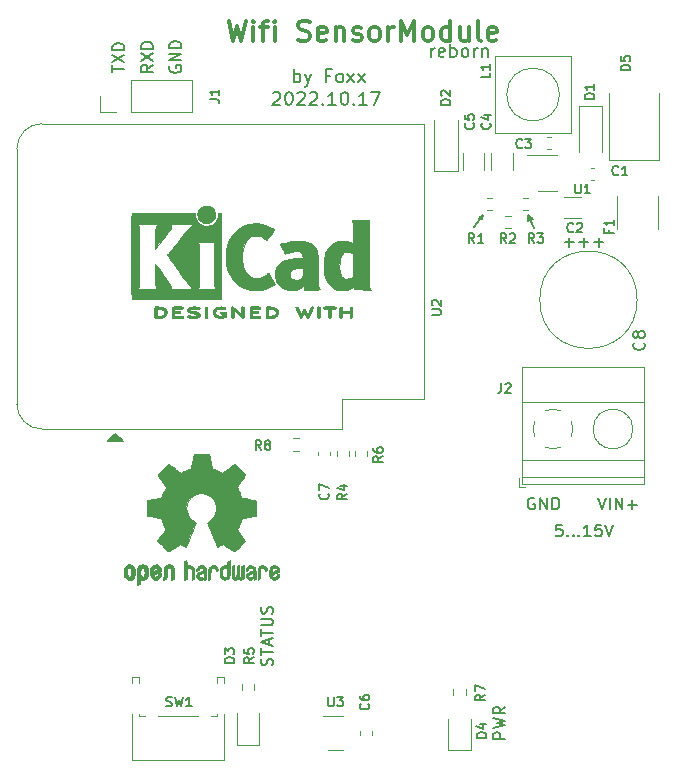
<source format=gbr>
%TF.GenerationSoftware,KiCad,Pcbnew,(6.0.7)*%
%TF.CreationDate,2022-10-17T23:11:19+02:00*%
%TF.ProjectId,Wifi_homesensor,57696669-5f68-46f6-9d65-73656e736f72,rev?*%
%TF.SameCoordinates,Original*%
%TF.FileFunction,Legend,Top*%
%TF.FilePolarity,Positive*%
%FSLAX46Y46*%
G04 Gerber Fmt 4.6, Leading zero omitted, Abs format (unit mm)*
G04 Created by KiCad (PCBNEW (6.0.7)) date 2022-10-17 23:11:19*
%MOMM*%
%LPD*%
G01*
G04 APERTURE LIST*
%ADD10C,0.150000*%
%ADD11C,0.300000*%
%ADD12C,0.010000*%
%ADD13C,0.120000*%
G04 APERTURE END LIST*
D10*
X162052000Y-83185000D02*
X162052000Y-83693000D01*
X162560000Y-84328000D02*
X162052000Y-83185000D01*
X158115000Y-83566000D02*
X158242000Y-83185000D01*
X157861000Y-83439000D02*
X158115000Y-83566000D01*
X162433000Y-83566000D02*
X162052000Y-83693000D01*
X162052000Y-83185000D02*
X162433000Y-83566000D01*
X158242000Y-83185000D02*
X157861000Y-83439000D01*
X157480000Y-84201000D02*
X158242000Y-83185000D01*
X162560095Y-107196000D02*
X162464857Y-107148380D01*
X162322000Y-107148380D01*
X162179142Y-107196000D01*
X162083904Y-107291238D01*
X162036285Y-107386476D01*
X161988666Y-107576952D01*
X161988666Y-107719809D01*
X162036285Y-107910285D01*
X162083904Y-108005523D01*
X162179142Y-108100761D01*
X162322000Y-108148380D01*
X162417238Y-108148380D01*
X162560095Y-108100761D01*
X162607714Y-108053142D01*
X162607714Y-107719809D01*
X162417238Y-107719809D01*
X163036285Y-108148380D02*
X163036285Y-107148380D01*
X163607714Y-108148380D01*
X163607714Y-107148380D01*
X164083904Y-108148380D02*
X164083904Y-107148380D01*
X164322000Y-107148380D01*
X164464857Y-107196000D01*
X164560095Y-107291238D01*
X164607714Y-107386476D01*
X164655333Y-107576952D01*
X164655333Y-107719809D01*
X164607714Y-107910285D01*
X164560095Y-108005523D01*
X164464857Y-108100761D01*
X164322000Y-108148380D01*
X164083904Y-108148380D01*
X140358761Y-121348190D02*
X140406380Y-121205333D01*
X140406380Y-120967238D01*
X140358761Y-120872000D01*
X140311142Y-120824380D01*
X140215904Y-120776761D01*
X140120666Y-120776761D01*
X140025428Y-120824380D01*
X139977809Y-120872000D01*
X139930190Y-120967238D01*
X139882571Y-121157714D01*
X139834952Y-121252952D01*
X139787333Y-121300571D01*
X139692095Y-121348190D01*
X139596857Y-121348190D01*
X139501619Y-121300571D01*
X139454000Y-121252952D01*
X139406380Y-121157714D01*
X139406380Y-120919619D01*
X139454000Y-120776761D01*
X139406380Y-120491047D02*
X139406380Y-119919619D01*
X140406380Y-120205333D02*
X139406380Y-120205333D01*
X140120666Y-119633904D02*
X140120666Y-119157714D01*
X140406380Y-119729142D02*
X139406380Y-119395809D01*
X140406380Y-119062476D01*
X139406380Y-118872000D02*
X139406380Y-118300571D01*
X140406380Y-118586285D02*
X139406380Y-118586285D01*
X139406380Y-117967238D02*
X140215904Y-117967238D01*
X140311142Y-117919619D01*
X140358761Y-117872000D01*
X140406380Y-117776761D01*
X140406380Y-117586285D01*
X140358761Y-117491047D01*
X140311142Y-117443428D01*
X140215904Y-117395809D01*
X139406380Y-117395809D01*
X140358761Y-116967238D02*
X140406380Y-116824380D01*
X140406380Y-116586285D01*
X140358761Y-116491047D01*
X140311142Y-116443428D01*
X140215904Y-116395809D01*
X140120666Y-116395809D01*
X140025428Y-116443428D01*
X139977809Y-116491047D01*
X139930190Y-116586285D01*
X139882571Y-116776761D01*
X139834952Y-116872000D01*
X139787333Y-116919619D01*
X139692095Y-116967238D01*
X139596857Y-116967238D01*
X139501619Y-116919619D01*
X139454000Y-116872000D01*
X139406380Y-116776761D01*
X139406380Y-116538666D01*
X139454000Y-116395809D01*
X142227666Y-71998619D02*
X142227666Y-70898619D01*
X142227666Y-71317666D02*
X142332428Y-71265285D01*
X142541952Y-71265285D01*
X142646714Y-71317666D01*
X142699095Y-71370047D01*
X142751476Y-71474809D01*
X142751476Y-71789095D01*
X142699095Y-71893857D01*
X142646714Y-71946238D01*
X142541952Y-71998619D01*
X142332428Y-71998619D01*
X142227666Y-71946238D01*
X143118142Y-71265285D02*
X143380047Y-71998619D01*
X143641952Y-71265285D02*
X143380047Y-71998619D01*
X143275285Y-72260523D01*
X143222904Y-72312904D01*
X143118142Y-72365285D01*
X145265761Y-71422428D02*
X144899095Y-71422428D01*
X144899095Y-71998619D02*
X144899095Y-70898619D01*
X145422904Y-70898619D01*
X145999095Y-71998619D02*
X145894333Y-71946238D01*
X145841952Y-71893857D01*
X145789571Y-71789095D01*
X145789571Y-71474809D01*
X145841952Y-71370047D01*
X145894333Y-71317666D01*
X145999095Y-71265285D01*
X146156238Y-71265285D01*
X146261000Y-71317666D01*
X146313380Y-71370047D01*
X146365761Y-71474809D01*
X146365761Y-71789095D01*
X146313380Y-71893857D01*
X146261000Y-71946238D01*
X146156238Y-71998619D01*
X145999095Y-71998619D01*
X146732428Y-71998619D02*
X147308619Y-71265285D01*
X146732428Y-71265285D02*
X147308619Y-71998619D01*
X147622904Y-71998619D02*
X148199095Y-71265285D01*
X147622904Y-71265285D02*
X148199095Y-71998619D01*
X160091380Y-127571333D02*
X159091380Y-127571333D01*
X159091380Y-127190380D01*
X159139000Y-127095142D01*
X159186619Y-127047523D01*
X159281857Y-126999904D01*
X159424714Y-126999904D01*
X159519952Y-127047523D01*
X159567571Y-127095142D01*
X159615190Y-127190380D01*
X159615190Y-127571333D01*
X159091380Y-126666571D02*
X160091380Y-126428476D01*
X159377095Y-126238000D01*
X160091380Y-126047523D01*
X159091380Y-125809428D01*
X160091380Y-124857047D02*
X159615190Y-125190380D01*
X160091380Y-125428476D02*
X159091380Y-125428476D01*
X159091380Y-125047523D01*
X159139000Y-124952285D01*
X159186619Y-124904666D01*
X159281857Y-124857047D01*
X159424714Y-124857047D01*
X159519952Y-124904666D01*
X159567571Y-124952285D01*
X159615190Y-125047523D01*
X159615190Y-125428476D01*
X153826666Y-69839619D02*
X153826666Y-69106285D01*
X153826666Y-69315809D02*
X153879047Y-69211047D01*
X153931428Y-69158666D01*
X154036190Y-69106285D01*
X154140952Y-69106285D01*
X154926666Y-69787238D02*
X154821904Y-69839619D01*
X154612380Y-69839619D01*
X154507619Y-69787238D01*
X154455238Y-69682476D01*
X154455238Y-69263428D01*
X154507619Y-69158666D01*
X154612380Y-69106285D01*
X154821904Y-69106285D01*
X154926666Y-69158666D01*
X154979047Y-69263428D01*
X154979047Y-69368190D01*
X154455238Y-69472952D01*
X155450476Y-69839619D02*
X155450476Y-68739619D01*
X155450476Y-69158666D02*
X155555238Y-69106285D01*
X155764761Y-69106285D01*
X155869523Y-69158666D01*
X155921904Y-69211047D01*
X155974285Y-69315809D01*
X155974285Y-69630095D01*
X155921904Y-69734857D01*
X155869523Y-69787238D01*
X155764761Y-69839619D01*
X155555238Y-69839619D01*
X155450476Y-69787238D01*
X156602857Y-69839619D02*
X156498095Y-69787238D01*
X156445714Y-69734857D01*
X156393333Y-69630095D01*
X156393333Y-69315809D01*
X156445714Y-69211047D01*
X156498095Y-69158666D01*
X156602857Y-69106285D01*
X156760000Y-69106285D01*
X156864761Y-69158666D01*
X156917142Y-69211047D01*
X156969523Y-69315809D01*
X156969523Y-69630095D01*
X156917142Y-69734857D01*
X156864761Y-69787238D01*
X156760000Y-69839619D01*
X156602857Y-69839619D01*
X157440952Y-69839619D02*
X157440952Y-69106285D01*
X157440952Y-69315809D02*
X157493333Y-69211047D01*
X157545714Y-69158666D01*
X157650476Y-69106285D01*
X157755238Y-69106285D01*
X158121904Y-69106285D02*
X158121904Y-69839619D01*
X158121904Y-69211047D02*
X158174285Y-69158666D01*
X158279047Y-69106285D01*
X158436190Y-69106285D01*
X158540952Y-69158666D01*
X158593333Y-69263428D01*
X158593333Y-69839619D01*
X130246380Y-70516666D02*
X129770190Y-70850000D01*
X130246380Y-71088095D02*
X129246380Y-71088095D01*
X129246380Y-70707142D01*
X129294000Y-70611904D01*
X129341619Y-70564285D01*
X129436857Y-70516666D01*
X129579714Y-70516666D01*
X129674952Y-70564285D01*
X129722571Y-70611904D01*
X129770190Y-70707142D01*
X129770190Y-71088095D01*
X129246380Y-70183333D02*
X130246380Y-69516666D01*
X129246380Y-69516666D02*
X130246380Y-70183333D01*
X130246380Y-69135714D02*
X129246380Y-69135714D01*
X129246380Y-68897619D01*
X129294000Y-68754761D01*
X129389238Y-68659523D01*
X129484476Y-68611904D01*
X129674952Y-68564285D01*
X129817809Y-68564285D01*
X130008285Y-68611904D01*
X130103523Y-68659523D01*
X130198761Y-68754761D01*
X130246380Y-68897619D01*
X130246380Y-69135714D01*
X164893857Y-109434380D02*
X164417666Y-109434380D01*
X164370047Y-109910571D01*
X164417666Y-109862952D01*
X164512904Y-109815333D01*
X164751000Y-109815333D01*
X164846238Y-109862952D01*
X164893857Y-109910571D01*
X164941476Y-110005809D01*
X164941476Y-110243904D01*
X164893857Y-110339142D01*
X164846238Y-110386761D01*
X164751000Y-110434380D01*
X164512904Y-110434380D01*
X164417666Y-110386761D01*
X164370047Y-110339142D01*
X165370047Y-110339142D02*
X165417666Y-110386761D01*
X165370047Y-110434380D01*
X165322428Y-110386761D01*
X165370047Y-110339142D01*
X165370047Y-110434380D01*
X165846238Y-110339142D02*
X165893857Y-110386761D01*
X165846238Y-110434380D01*
X165798619Y-110386761D01*
X165846238Y-110339142D01*
X165846238Y-110434380D01*
X166322428Y-110339142D02*
X166370047Y-110386761D01*
X166322428Y-110434380D01*
X166274809Y-110386761D01*
X166322428Y-110339142D01*
X166322428Y-110434380D01*
X167322428Y-110434380D02*
X166751000Y-110434380D01*
X167036714Y-110434380D02*
X167036714Y-109434380D01*
X166941476Y-109577238D01*
X166846238Y-109672476D01*
X166751000Y-109720095D01*
X168227190Y-109434380D02*
X167751000Y-109434380D01*
X167703380Y-109910571D01*
X167751000Y-109862952D01*
X167846238Y-109815333D01*
X168084333Y-109815333D01*
X168179571Y-109862952D01*
X168227190Y-109910571D01*
X168274809Y-110005809D01*
X168274809Y-110243904D01*
X168227190Y-110339142D01*
X168179571Y-110386761D01*
X168084333Y-110434380D01*
X167846238Y-110434380D01*
X167751000Y-110386761D01*
X167703380Y-110339142D01*
X168560523Y-109434380D02*
X168893857Y-110434380D01*
X169227190Y-109434380D01*
X167957714Y-107148380D02*
X168291047Y-108148380D01*
X168624380Y-107148380D01*
X168957714Y-108148380D02*
X168957714Y-107148380D01*
X169433904Y-108148380D02*
X169433904Y-107148380D01*
X170005333Y-108148380D01*
X170005333Y-107148380D01*
X170481523Y-107767428D02*
X171243428Y-107767428D01*
X170862476Y-108148380D02*
X170862476Y-107386476D01*
X126833380Y-71111904D02*
X126833380Y-70540476D01*
X127833380Y-70826190D02*
X126833380Y-70826190D01*
X126833380Y-70302380D02*
X127833380Y-69635714D01*
X126833380Y-69635714D02*
X127833380Y-70302380D01*
X127833380Y-69254761D02*
X126833380Y-69254761D01*
X126833380Y-69016666D01*
X126881000Y-68873809D01*
X126976238Y-68778571D01*
X127071476Y-68730952D01*
X127261952Y-68683333D01*
X127404809Y-68683333D01*
X127595285Y-68730952D01*
X127690523Y-68778571D01*
X127785761Y-68873809D01*
X127833380Y-69016666D01*
X127833380Y-69254761D01*
X165131952Y-85542428D02*
X165893857Y-85542428D01*
X165512904Y-85923380D02*
X165512904Y-85161476D01*
X166370047Y-85542428D02*
X167131952Y-85542428D01*
X166751000Y-85923380D02*
X166751000Y-85161476D01*
X167608142Y-85542428D02*
X168370047Y-85542428D01*
X167989095Y-85923380D02*
X167989095Y-85161476D01*
D11*
X136667714Y-66760047D02*
X137072476Y-68460047D01*
X137396285Y-67245761D01*
X137720095Y-68460047D01*
X138124857Y-66760047D01*
X138772476Y-68460047D02*
X138772476Y-67326714D01*
X138772476Y-66760047D02*
X138691523Y-66841000D01*
X138772476Y-66921952D01*
X138853428Y-66841000D01*
X138772476Y-66760047D01*
X138772476Y-66921952D01*
X139339142Y-67326714D02*
X139986761Y-67326714D01*
X139582000Y-68460047D02*
X139582000Y-67002904D01*
X139662952Y-66841000D01*
X139824857Y-66760047D01*
X139986761Y-66760047D01*
X140553428Y-68460047D02*
X140553428Y-67326714D01*
X140553428Y-66760047D02*
X140472476Y-66841000D01*
X140553428Y-66921952D01*
X140634380Y-66841000D01*
X140553428Y-66760047D01*
X140553428Y-66921952D01*
X142577238Y-68379095D02*
X142820095Y-68460047D01*
X143224857Y-68460047D01*
X143386761Y-68379095D01*
X143467714Y-68298142D01*
X143548666Y-68136238D01*
X143548666Y-67974333D01*
X143467714Y-67812428D01*
X143386761Y-67731476D01*
X143224857Y-67650523D01*
X142901047Y-67569571D01*
X142739142Y-67488619D01*
X142658190Y-67407666D01*
X142577238Y-67245761D01*
X142577238Y-67083857D01*
X142658190Y-66921952D01*
X142739142Y-66841000D01*
X142901047Y-66760047D01*
X143305809Y-66760047D01*
X143548666Y-66841000D01*
X144924857Y-68379095D02*
X144762952Y-68460047D01*
X144439142Y-68460047D01*
X144277238Y-68379095D01*
X144196285Y-68217190D01*
X144196285Y-67569571D01*
X144277238Y-67407666D01*
X144439142Y-67326714D01*
X144762952Y-67326714D01*
X144924857Y-67407666D01*
X145005809Y-67569571D01*
X145005809Y-67731476D01*
X144196285Y-67893380D01*
X145734380Y-67326714D02*
X145734380Y-68460047D01*
X145734380Y-67488619D02*
X145815333Y-67407666D01*
X145977238Y-67326714D01*
X146220095Y-67326714D01*
X146382000Y-67407666D01*
X146462952Y-67569571D01*
X146462952Y-68460047D01*
X147191523Y-68379095D02*
X147353428Y-68460047D01*
X147677238Y-68460047D01*
X147839142Y-68379095D01*
X147920095Y-68217190D01*
X147920095Y-68136238D01*
X147839142Y-67974333D01*
X147677238Y-67893380D01*
X147434380Y-67893380D01*
X147272476Y-67812428D01*
X147191523Y-67650523D01*
X147191523Y-67569571D01*
X147272476Y-67407666D01*
X147434380Y-67326714D01*
X147677238Y-67326714D01*
X147839142Y-67407666D01*
X148891523Y-68460047D02*
X148729619Y-68379095D01*
X148648666Y-68298142D01*
X148567714Y-68136238D01*
X148567714Y-67650523D01*
X148648666Y-67488619D01*
X148729619Y-67407666D01*
X148891523Y-67326714D01*
X149134380Y-67326714D01*
X149296285Y-67407666D01*
X149377238Y-67488619D01*
X149458190Y-67650523D01*
X149458190Y-68136238D01*
X149377238Y-68298142D01*
X149296285Y-68379095D01*
X149134380Y-68460047D01*
X148891523Y-68460047D01*
X150186761Y-68460047D02*
X150186761Y-67326714D01*
X150186761Y-67650523D02*
X150267714Y-67488619D01*
X150348666Y-67407666D01*
X150510571Y-67326714D01*
X150672476Y-67326714D01*
X151239142Y-68460047D02*
X151239142Y-66760047D01*
X151805809Y-67974333D01*
X152372476Y-66760047D01*
X152372476Y-68460047D01*
X153424857Y-68460047D02*
X153262952Y-68379095D01*
X153182000Y-68298142D01*
X153101047Y-68136238D01*
X153101047Y-67650523D01*
X153182000Y-67488619D01*
X153262952Y-67407666D01*
X153424857Y-67326714D01*
X153667714Y-67326714D01*
X153829619Y-67407666D01*
X153910571Y-67488619D01*
X153991523Y-67650523D01*
X153991523Y-68136238D01*
X153910571Y-68298142D01*
X153829619Y-68379095D01*
X153667714Y-68460047D01*
X153424857Y-68460047D01*
X155448666Y-68460047D02*
X155448666Y-66760047D01*
X155448666Y-68379095D02*
X155286761Y-68460047D01*
X154962952Y-68460047D01*
X154801047Y-68379095D01*
X154720095Y-68298142D01*
X154639142Y-68136238D01*
X154639142Y-67650523D01*
X154720095Y-67488619D01*
X154801047Y-67407666D01*
X154962952Y-67326714D01*
X155286761Y-67326714D01*
X155448666Y-67407666D01*
X156986761Y-67326714D02*
X156986761Y-68460047D01*
X156258190Y-67326714D02*
X156258190Y-68217190D01*
X156339142Y-68379095D01*
X156501047Y-68460047D01*
X156743904Y-68460047D01*
X156905809Y-68379095D01*
X156986761Y-68298142D01*
X158039142Y-68460047D02*
X157877238Y-68379095D01*
X157796285Y-68217190D01*
X157796285Y-66760047D01*
X159334380Y-68379095D02*
X159172476Y-68460047D01*
X158848666Y-68460047D01*
X158686761Y-68379095D01*
X158605809Y-68217190D01*
X158605809Y-67569571D01*
X158686761Y-67407666D01*
X158848666Y-67326714D01*
X159172476Y-67326714D01*
X159334380Y-67407666D01*
X159415333Y-67569571D01*
X159415333Y-67731476D01*
X158605809Y-67893380D01*
D10*
X140402238Y-72908380D02*
X140454619Y-72856000D01*
X140559380Y-72803619D01*
X140821285Y-72803619D01*
X140926047Y-72856000D01*
X140978428Y-72908380D01*
X141030809Y-73013142D01*
X141030809Y-73117904D01*
X140978428Y-73275047D01*
X140349857Y-73903619D01*
X141030809Y-73903619D01*
X141711761Y-72803619D02*
X141816523Y-72803619D01*
X141921285Y-72856000D01*
X141973666Y-72908380D01*
X142026047Y-73013142D01*
X142078428Y-73222666D01*
X142078428Y-73484571D01*
X142026047Y-73694095D01*
X141973666Y-73798857D01*
X141921285Y-73851238D01*
X141816523Y-73903619D01*
X141711761Y-73903619D01*
X141607000Y-73851238D01*
X141554619Y-73798857D01*
X141502238Y-73694095D01*
X141449857Y-73484571D01*
X141449857Y-73222666D01*
X141502238Y-73013142D01*
X141554619Y-72908380D01*
X141607000Y-72856000D01*
X141711761Y-72803619D01*
X142497476Y-72908380D02*
X142549857Y-72856000D01*
X142654619Y-72803619D01*
X142916523Y-72803619D01*
X143021285Y-72856000D01*
X143073666Y-72908380D01*
X143126047Y-73013142D01*
X143126047Y-73117904D01*
X143073666Y-73275047D01*
X142445095Y-73903619D01*
X143126047Y-73903619D01*
X143545095Y-72908380D02*
X143597476Y-72856000D01*
X143702238Y-72803619D01*
X143964142Y-72803619D01*
X144068904Y-72856000D01*
X144121285Y-72908380D01*
X144173666Y-73013142D01*
X144173666Y-73117904D01*
X144121285Y-73275047D01*
X143492714Y-73903619D01*
X144173666Y-73903619D01*
X144645095Y-73798857D02*
X144697476Y-73851238D01*
X144645095Y-73903619D01*
X144592714Y-73851238D01*
X144645095Y-73798857D01*
X144645095Y-73903619D01*
X145745095Y-73903619D02*
X145116523Y-73903619D01*
X145430809Y-73903619D02*
X145430809Y-72803619D01*
X145326047Y-72960761D01*
X145221285Y-73065523D01*
X145116523Y-73117904D01*
X146426047Y-72803619D02*
X146530809Y-72803619D01*
X146635571Y-72856000D01*
X146687952Y-72908380D01*
X146740333Y-73013142D01*
X146792714Y-73222666D01*
X146792714Y-73484571D01*
X146740333Y-73694095D01*
X146687952Y-73798857D01*
X146635571Y-73851238D01*
X146530809Y-73903619D01*
X146426047Y-73903619D01*
X146321285Y-73851238D01*
X146268904Y-73798857D01*
X146216523Y-73694095D01*
X146164142Y-73484571D01*
X146164142Y-73222666D01*
X146216523Y-73013142D01*
X146268904Y-72908380D01*
X146321285Y-72856000D01*
X146426047Y-72803619D01*
X147264142Y-73798857D02*
X147316523Y-73851238D01*
X147264142Y-73903619D01*
X147211761Y-73851238D01*
X147264142Y-73798857D01*
X147264142Y-73903619D01*
X148364142Y-73903619D02*
X147735571Y-73903619D01*
X148049857Y-73903619D02*
X148049857Y-72803619D01*
X147945095Y-72960761D01*
X147840333Y-73065523D01*
X147735571Y-73117904D01*
X148730809Y-72803619D02*
X149464142Y-72803619D01*
X148992714Y-73903619D01*
X131707000Y-70611904D02*
X131659380Y-70707142D01*
X131659380Y-70850000D01*
X131707000Y-70992857D01*
X131802238Y-71088095D01*
X131897476Y-71135714D01*
X132087952Y-71183333D01*
X132230809Y-71183333D01*
X132421285Y-71135714D01*
X132516523Y-71088095D01*
X132611761Y-70992857D01*
X132659380Y-70850000D01*
X132659380Y-70754761D01*
X132611761Y-70611904D01*
X132564142Y-70564285D01*
X132230809Y-70564285D01*
X132230809Y-70754761D01*
X132659380Y-70135714D02*
X131659380Y-70135714D01*
X132659380Y-69564285D01*
X131659380Y-69564285D01*
X132659380Y-69088095D02*
X131659380Y-69088095D01*
X131659380Y-68850000D01*
X131707000Y-68707142D01*
X131802238Y-68611904D01*
X131897476Y-68564285D01*
X132087952Y-68516666D01*
X132230809Y-68516666D01*
X132421285Y-68564285D01*
X132516523Y-68611904D01*
X132611761Y-68707142D01*
X132659380Y-68850000D01*
X132659380Y-69088095D01*
%TO.C,R8*%
X139439666Y-103104904D02*
X139173000Y-102723952D01*
X138982523Y-103104904D02*
X138982523Y-102304904D01*
X139287285Y-102304904D01*
X139363476Y-102343000D01*
X139401571Y-102381095D01*
X139439666Y-102457285D01*
X139439666Y-102571571D01*
X139401571Y-102647761D01*
X139363476Y-102685857D01*
X139287285Y-102723952D01*
X138982523Y-102723952D01*
X139896809Y-102647761D02*
X139820619Y-102609666D01*
X139782523Y-102571571D01*
X139744428Y-102495380D01*
X139744428Y-102457285D01*
X139782523Y-102381095D01*
X139820619Y-102343000D01*
X139896809Y-102304904D01*
X140049190Y-102304904D01*
X140125380Y-102343000D01*
X140163476Y-102381095D01*
X140201571Y-102457285D01*
X140201571Y-102495380D01*
X140163476Y-102571571D01*
X140125380Y-102609666D01*
X140049190Y-102647761D01*
X139896809Y-102647761D01*
X139820619Y-102685857D01*
X139782523Y-102723952D01*
X139744428Y-102800142D01*
X139744428Y-102952523D01*
X139782523Y-103028714D01*
X139820619Y-103066809D01*
X139896809Y-103104904D01*
X140049190Y-103104904D01*
X140125380Y-103066809D01*
X140163476Y-103028714D01*
X140201571Y-102952523D01*
X140201571Y-102800142D01*
X140163476Y-102723952D01*
X140125380Y-102685857D01*
X140049190Y-102647761D01*
%TO.C,C6*%
X148494714Y-124593333D02*
X148532809Y-124631428D01*
X148570904Y-124745714D01*
X148570904Y-124821904D01*
X148532809Y-124936190D01*
X148456619Y-125012380D01*
X148380428Y-125050476D01*
X148228047Y-125088571D01*
X148113761Y-125088571D01*
X147961380Y-125050476D01*
X147885190Y-125012380D01*
X147809000Y-124936190D01*
X147770904Y-124821904D01*
X147770904Y-124745714D01*
X147809000Y-124631428D01*
X147847095Y-124593333D01*
X147770904Y-123907619D02*
X147770904Y-124060000D01*
X147809000Y-124136190D01*
X147847095Y-124174285D01*
X147961380Y-124250476D01*
X148113761Y-124288571D01*
X148418523Y-124288571D01*
X148494714Y-124250476D01*
X148532809Y-124212380D01*
X148570904Y-124136190D01*
X148570904Y-123983809D01*
X148532809Y-123907619D01*
X148494714Y-123869523D01*
X148418523Y-123831428D01*
X148228047Y-123831428D01*
X148151857Y-123869523D01*
X148113761Y-123907619D01*
X148075666Y-123983809D01*
X148075666Y-124136190D01*
X148113761Y-124212380D01*
X148151857Y-124250476D01*
X148228047Y-124288571D01*
%TO.C,C3*%
X161537666Y-77501714D02*
X161499571Y-77539809D01*
X161385285Y-77577904D01*
X161309095Y-77577904D01*
X161194809Y-77539809D01*
X161118619Y-77463619D01*
X161080523Y-77387428D01*
X161042428Y-77235047D01*
X161042428Y-77120761D01*
X161080523Y-76968380D01*
X161118619Y-76892190D01*
X161194809Y-76816000D01*
X161309095Y-76777904D01*
X161385285Y-76777904D01*
X161499571Y-76816000D01*
X161537666Y-76854095D01*
X161804333Y-76777904D02*
X162299571Y-76777904D01*
X162032904Y-77082666D01*
X162147190Y-77082666D01*
X162223380Y-77120761D01*
X162261476Y-77158857D01*
X162299571Y-77235047D01*
X162299571Y-77425523D01*
X162261476Y-77501714D01*
X162223380Y-77539809D01*
X162147190Y-77577904D01*
X161918619Y-77577904D01*
X161842428Y-77539809D01*
X161804333Y-77501714D01*
%TO.C,U1*%
X166014476Y-80587904D02*
X166014476Y-81235523D01*
X166052571Y-81311714D01*
X166090666Y-81349809D01*
X166166857Y-81387904D01*
X166319238Y-81387904D01*
X166395428Y-81349809D01*
X166433523Y-81311714D01*
X166471619Y-81235523D01*
X166471619Y-80587904D01*
X167271619Y-81387904D02*
X166814476Y-81387904D01*
X167043047Y-81387904D02*
X167043047Y-80587904D01*
X166966857Y-80702190D01*
X166890666Y-80778380D01*
X166814476Y-80816476D01*
%TO.C,D3*%
X137140904Y-121113476D02*
X136340904Y-121113476D01*
X136340904Y-120923000D01*
X136379000Y-120808714D01*
X136455190Y-120732523D01*
X136531380Y-120694428D01*
X136683761Y-120656333D01*
X136798047Y-120656333D01*
X136950428Y-120694428D01*
X137026619Y-120732523D01*
X137102809Y-120808714D01*
X137140904Y-120923000D01*
X137140904Y-121113476D01*
X136340904Y-120389666D02*
X136340904Y-119894428D01*
X136645666Y-120161095D01*
X136645666Y-120046809D01*
X136683761Y-119970619D01*
X136721857Y-119932523D01*
X136798047Y-119894428D01*
X136988523Y-119894428D01*
X137064714Y-119932523D01*
X137102809Y-119970619D01*
X137140904Y-120046809D01*
X137140904Y-120275380D01*
X137102809Y-120351571D01*
X137064714Y-120389666D01*
%TO.C,U2*%
X153866904Y-91668523D02*
X154514523Y-91668523D01*
X154590714Y-91630428D01*
X154628809Y-91592333D01*
X154666904Y-91516142D01*
X154666904Y-91363761D01*
X154628809Y-91287571D01*
X154590714Y-91249476D01*
X154514523Y-91211380D01*
X153866904Y-91211380D01*
X153943095Y-90868523D02*
X153905000Y-90830428D01*
X153866904Y-90754238D01*
X153866904Y-90563761D01*
X153905000Y-90487571D01*
X153943095Y-90449476D01*
X154019285Y-90411380D01*
X154095476Y-90411380D01*
X154209761Y-90449476D01*
X154666904Y-90906619D01*
X154666904Y-90411380D01*
%TO.C,D5*%
X170668904Y-70948476D02*
X169868904Y-70948476D01*
X169868904Y-70758000D01*
X169907000Y-70643714D01*
X169983190Y-70567523D01*
X170059380Y-70529428D01*
X170211761Y-70491333D01*
X170326047Y-70491333D01*
X170478428Y-70529428D01*
X170554619Y-70567523D01*
X170630809Y-70643714D01*
X170668904Y-70758000D01*
X170668904Y-70948476D01*
X169868904Y-69767523D02*
X169868904Y-70148476D01*
X170249857Y-70186571D01*
X170211761Y-70148476D01*
X170173666Y-70072285D01*
X170173666Y-69881809D01*
X170211761Y-69805619D01*
X170249857Y-69767523D01*
X170326047Y-69729428D01*
X170516523Y-69729428D01*
X170592714Y-69767523D01*
X170630809Y-69805619D01*
X170668904Y-69881809D01*
X170668904Y-70072285D01*
X170630809Y-70148476D01*
X170592714Y-70186571D01*
%TO.C,C7*%
X145065714Y-106813333D02*
X145103809Y-106851428D01*
X145141904Y-106965714D01*
X145141904Y-107041904D01*
X145103809Y-107156190D01*
X145027619Y-107232380D01*
X144951428Y-107270476D01*
X144799047Y-107308571D01*
X144684761Y-107308571D01*
X144532380Y-107270476D01*
X144456190Y-107232380D01*
X144380000Y-107156190D01*
X144341904Y-107041904D01*
X144341904Y-106965714D01*
X144380000Y-106851428D01*
X144418095Y-106813333D01*
X144341904Y-106546666D02*
X144341904Y-106013333D01*
X145141904Y-106356190D01*
%TO.C,R3*%
X162553666Y-85578904D02*
X162287000Y-85197952D01*
X162096523Y-85578904D02*
X162096523Y-84778904D01*
X162401285Y-84778904D01*
X162477476Y-84817000D01*
X162515571Y-84855095D01*
X162553666Y-84931285D01*
X162553666Y-85045571D01*
X162515571Y-85121761D01*
X162477476Y-85159857D01*
X162401285Y-85197952D01*
X162096523Y-85197952D01*
X162820333Y-84778904D02*
X163315571Y-84778904D01*
X163048904Y-85083666D01*
X163163190Y-85083666D01*
X163239380Y-85121761D01*
X163277476Y-85159857D01*
X163315571Y-85236047D01*
X163315571Y-85426523D01*
X163277476Y-85502714D01*
X163239380Y-85540809D01*
X163163190Y-85578904D01*
X162934619Y-85578904D01*
X162858428Y-85540809D01*
X162820333Y-85502714D01*
%TO.C,J2*%
X159753333Y-97478704D02*
X159753333Y-98050133D01*
X159715238Y-98164419D01*
X159639047Y-98240609D01*
X159524761Y-98278704D01*
X159448571Y-98278704D01*
X160096190Y-97554895D02*
X160134285Y-97516800D01*
X160210476Y-97478704D01*
X160400952Y-97478704D01*
X160477142Y-97516800D01*
X160515238Y-97554895D01*
X160553333Y-97631085D01*
X160553333Y-97707276D01*
X160515238Y-97821561D01*
X160058095Y-98278704D01*
X160553333Y-98278704D01*
%TO.C,R7*%
X158349904Y-123831333D02*
X157968952Y-124098000D01*
X158349904Y-124288476D02*
X157549904Y-124288476D01*
X157549904Y-123983714D01*
X157588000Y-123907523D01*
X157626095Y-123869428D01*
X157702285Y-123831333D01*
X157816571Y-123831333D01*
X157892761Y-123869428D01*
X157930857Y-123907523D01*
X157968952Y-123983714D01*
X157968952Y-124288476D01*
X157549904Y-123564666D02*
X157549904Y-123031333D01*
X158349904Y-123374190D01*
%TO.C,D2*%
X155428904Y-73869476D02*
X154628904Y-73869476D01*
X154628904Y-73679000D01*
X154667000Y-73564714D01*
X154743190Y-73488523D01*
X154819380Y-73450428D01*
X154971761Y-73412333D01*
X155086047Y-73412333D01*
X155238428Y-73450428D01*
X155314619Y-73488523D01*
X155390809Y-73564714D01*
X155428904Y-73679000D01*
X155428904Y-73869476D01*
X154705095Y-73107571D02*
X154667000Y-73069476D01*
X154628904Y-72993285D01*
X154628904Y-72802809D01*
X154667000Y-72726619D01*
X154705095Y-72688523D01*
X154781285Y-72650428D01*
X154857476Y-72650428D01*
X154971761Y-72688523D01*
X155428904Y-73145666D01*
X155428904Y-72650428D01*
%TO.C,SW1*%
X131394333Y-124783809D02*
X131508619Y-124821904D01*
X131699095Y-124821904D01*
X131775285Y-124783809D01*
X131813380Y-124745714D01*
X131851476Y-124669523D01*
X131851476Y-124593333D01*
X131813380Y-124517142D01*
X131775285Y-124479047D01*
X131699095Y-124440952D01*
X131546714Y-124402857D01*
X131470523Y-124364761D01*
X131432428Y-124326666D01*
X131394333Y-124250476D01*
X131394333Y-124174285D01*
X131432428Y-124098095D01*
X131470523Y-124060000D01*
X131546714Y-124021904D01*
X131737190Y-124021904D01*
X131851476Y-124060000D01*
X132118142Y-124021904D02*
X132308619Y-124821904D01*
X132461000Y-124250476D01*
X132613380Y-124821904D01*
X132803857Y-124021904D01*
X133527666Y-124821904D02*
X133070523Y-124821904D01*
X133299095Y-124821904D02*
X133299095Y-124021904D01*
X133222904Y-124136190D01*
X133146714Y-124212380D01*
X133070523Y-124250476D01*
%TO.C,L1*%
X158804904Y-71158333D02*
X158804904Y-71539285D01*
X158004904Y-71539285D01*
X158804904Y-70472619D02*
X158804904Y-70929761D01*
X158804904Y-70701190D02*
X158004904Y-70701190D01*
X158119190Y-70777380D01*
X158195380Y-70853571D01*
X158233476Y-70929761D01*
%TO.C,C2*%
X165855666Y-84613714D02*
X165817571Y-84651809D01*
X165703285Y-84689904D01*
X165627095Y-84689904D01*
X165512809Y-84651809D01*
X165436619Y-84575619D01*
X165398523Y-84499428D01*
X165360428Y-84347047D01*
X165360428Y-84232761D01*
X165398523Y-84080380D01*
X165436619Y-84004190D01*
X165512809Y-83928000D01*
X165627095Y-83889904D01*
X165703285Y-83889904D01*
X165817571Y-83928000D01*
X165855666Y-83966095D01*
X166160428Y-83966095D02*
X166198523Y-83928000D01*
X166274714Y-83889904D01*
X166465190Y-83889904D01*
X166541380Y-83928000D01*
X166579476Y-83966095D01*
X166617571Y-84042285D01*
X166617571Y-84118476D01*
X166579476Y-84232761D01*
X166122333Y-84689904D01*
X166617571Y-84689904D01*
%TO.C,R4*%
X146665904Y-106813333D02*
X146284952Y-107080000D01*
X146665904Y-107270476D02*
X145865904Y-107270476D01*
X145865904Y-106965714D01*
X145904000Y-106889523D01*
X145942095Y-106851428D01*
X146018285Y-106813333D01*
X146132571Y-106813333D01*
X146208761Y-106851428D01*
X146246857Y-106889523D01*
X146284952Y-106965714D01*
X146284952Y-107270476D01*
X146132571Y-106127619D02*
X146665904Y-106127619D01*
X145827809Y-106318095D02*
X146399238Y-106508571D01*
X146399238Y-106013333D01*
%TO.C,D1*%
X167620904Y-73361476D02*
X166820904Y-73361476D01*
X166820904Y-73171000D01*
X166859000Y-73056714D01*
X166935190Y-72980523D01*
X167011380Y-72942428D01*
X167163761Y-72904333D01*
X167278047Y-72904333D01*
X167430428Y-72942428D01*
X167506619Y-72980523D01*
X167582809Y-73056714D01*
X167620904Y-73171000D01*
X167620904Y-73361476D01*
X167620904Y-72142428D02*
X167620904Y-72599571D01*
X167620904Y-72371000D02*
X166820904Y-72371000D01*
X166935190Y-72447190D01*
X167011380Y-72523380D01*
X167049476Y-72599571D01*
%TO.C,R5*%
X138791904Y-120656333D02*
X138410952Y-120923000D01*
X138791904Y-121113476D02*
X137991904Y-121113476D01*
X137991904Y-120808714D01*
X138030000Y-120732523D01*
X138068095Y-120694428D01*
X138144285Y-120656333D01*
X138258571Y-120656333D01*
X138334761Y-120694428D01*
X138372857Y-120732523D01*
X138410952Y-120808714D01*
X138410952Y-121113476D01*
X137991904Y-119932523D02*
X137991904Y-120313476D01*
X138372857Y-120351571D01*
X138334761Y-120313476D01*
X138296666Y-120237285D01*
X138296666Y-120046809D01*
X138334761Y-119970619D01*
X138372857Y-119932523D01*
X138449047Y-119894428D01*
X138639523Y-119894428D01*
X138715714Y-119932523D01*
X138753809Y-119970619D01*
X138791904Y-120046809D01*
X138791904Y-120237285D01*
X138753809Y-120313476D01*
X138715714Y-120351571D01*
%TO.C,C4*%
X158781714Y-75444333D02*
X158819809Y-75482428D01*
X158857904Y-75596714D01*
X158857904Y-75672904D01*
X158819809Y-75787190D01*
X158743619Y-75863380D01*
X158667428Y-75901476D01*
X158515047Y-75939571D01*
X158400761Y-75939571D01*
X158248380Y-75901476D01*
X158172190Y-75863380D01*
X158096000Y-75787190D01*
X158057904Y-75672904D01*
X158057904Y-75596714D01*
X158096000Y-75482428D01*
X158134095Y-75444333D01*
X158324571Y-74758619D02*
X158857904Y-74758619D01*
X158019809Y-74949095D02*
X158591238Y-75139571D01*
X158591238Y-74644333D01*
%TO.C,R2*%
X160166066Y-85586504D02*
X159899400Y-85205552D01*
X159708923Y-85586504D02*
X159708923Y-84786504D01*
X160013685Y-84786504D01*
X160089876Y-84824600D01*
X160127971Y-84862695D01*
X160166066Y-84938885D01*
X160166066Y-85053171D01*
X160127971Y-85129361D01*
X160089876Y-85167457D01*
X160013685Y-85205552D01*
X159708923Y-85205552D01*
X160470828Y-84862695D02*
X160508923Y-84824600D01*
X160585114Y-84786504D01*
X160775590Y-84786504D01*
X160851780Y-84824600D01*
X160889876Y-84862695D01*
X160927971Y-84938885D01*
X160927971Y-85015076D01*
X160889876Y-85129361D01*
X160432733Y-85586504D01*
X160927971Y-85586504D01*
%TO.C,J1*%
X135070904Y-73418666D02*
X135642333Y-73418666D01*
X135756619Y-73456761D01*
X135832809Y-73532952D01*
X135870904Y-73647238D01*
X135870904Y-73723428D01*
X135870904Y-72618666D02*
X135870904Y-73075809D01*
X135870904Y-72847238D02*
X135070904Y-72847238D01*
X135185190Y-72923428D01*
X135261380Y-72999619D01*
X135299476Y-73075809D01*
%TO.C,C1*%
X169665666Y-79787714D02*
X169627571Y-79825809D01*
X169513285Y-79863904D01*
X169437095Y-79863904D01*
X169322809Y-79825809D01*
X169246619Y-79749619D01*
X169208523Y-79673428D01*
X169170428Y-79521047D01*
X169170428Y-79406761D01*
X169208523Y-79254380D01*
X169246619Y-79178190D01*
X169322809Y-79102000D01*
X169437095Y-79063904D01*
X169513285Y-79063904D01*
X169627571Y-79102000D01*
X169665666Y-79140095D01*
X170427571Y-79863904D02*
X169970428Y-79863904D01*
X170199000Y-79863904D02*
X170199000Y-79063904D01*
X170122809Y-79178190D01*
X170046619Y-79254380D01*
X169970428Y-79292476D01*
%TO.C,U3*%
X145120276Y-124021904D02*
X145120276Y-124669523D01*
X145158371Y-124745714D01*
X145196466Y-124783809D01*
X145272657Y-124821904D01*
X145425038Y-124821904D01*
X145501228Y-124783809D01*
X145539323Y-124745714D01*
X145577419Y-124669523D01*
X145577419Y-124021904D01*
X145882180Y-124021904D02*
X146377419Y-124021904D01*
X146110752Y-124326666D01*
X146225038Y-124326666D01*
X146301228Y-124364761D01*
X146339323Y-124402857D01*
X146377419Y-124479047D01*
X146377419Y-124669523D01*
X146339323Y-124745714D01*
X146301228Y-124783809D01*
X146225038Y-124821904D01*
X145996466Y-124821904D01*
X145920276Y-124783809D01*
X145882180Y-124745714D01*
%TO.C,R1*%
X157473666Y-85578904D02*
X157207000Y-85197952D01*
X157016523Y-85578904D02*
X157016523Y-84778904D01*
X157321285Y-84778904D01*
X157397476Y-84817000D01*
X157435571Y-84855095D01*
X157473666Y-84931285D01*
X157473666Y-85045571D01*
X157435571Y-85121761D01*
X157397476Y-85159857D01*
X157321285Y-85197952D01*
X157016523Y-85197952D01*
X158235571Y-85578904D02*
X157778428Y-85578904D01*
X158007000Y-85578904D02*
X158007000Y-84778904D01*
X157930809Y-84893190D01*
X157854619Y-84969380D01*
X157778428Y-85007476D01*
%TO.C,C5*%
X157384714Y-75444333D02*
X157422809Y-75482428D01*
X157460904Y-75596714D01*
X157460904Y-75672904D01*
X157422809Y-75787190D01*
X157346619Y-75863380D01*
X157270428Y-75901476D01*
X157118047Y-75939571D01*
X157003761Y-75939571D01*
X156851380Y-75901476D01*
X156775190Y-75863380D01*
X156699000Y-75787190D01*
X156660904Y-75672904D01*
X156660904Y-75596714D01*
X156699000Y-75482428D01*
X156737095Y-75444333D01*
X156660904Y-74720523D02*
X156660904Y-75101476D01*
X157041857Y-75139571D01*
X157003761Y-75101476D01*
X156965666Y-75025285D01*
X156965666Y-74834809D01*
X157003761Y-74758619D01*
X157041857Y-74720523D01*
X157118047Y-74682428D01*
X157308523Y-74682428D01*
X157384714Y-74720523D01*
X157422809Y-74758619D01*
X157460904Y-74834809D01*
X157460904Y-75025285D01*
X157422809Y-75101476D01*
X157384714Y-75139571D01*
%TO.C,C8*%
X171807142Y-94019666D02*
X171854761Y-94067285D01*
X171902380Y-94210142D01*
X171902380Y-94305380D01*
X171854761Y-94448238D01*
X171759523Y-94543476D01*
X171664285Y-94591095D01*
X171473809Y-94638714D01*
X171330952Y-94638714D01*
X171140476Y-94591095D01*
X171045238Y-94543476D01*
X170950000Y-94448238D01*
X170902380Y-94305380D01*
X170902380Y-94210142D01*
X170950000Y-94067285D01*
X170997619Y-94019666D01*
X171330952Y-93448238D02*
X171283333Y-93543476D01*
X171235714Y-93591095D01*
X171140476Y-93638714D01*
X171092857Y-93638714D01*
X170997619Y-93591095D01*
X170950000Y-93543476D01*
X170902380Y-93448238D01*
X170902380Y-93257761D01*
X170950000Y-93162523D01*
X170997619Y-93114904D01*
X171092857Y-93067285D01*
X171140476Y-93067285D01*
X171235714Y-93114904D01*
X171283333Y-93162523D01*
X171330952Y-93257761D01*
X171330952Y-93448238D01*
X171378571Y-93543476D01*
X171426190Y-93591095D01*
X171521428Y-93638714D01*
X171711904Y-93638714D01*
X171807142Y-93591095D01*
X171854761Y-93543476D01*
X171902380Y-93448238D01*
X171902380Y-93257761D01*
X171854761Y-93162523D01*
X171807142Y-93114904D01*
X171711904Y-93067285D01*
X171521428Y-93067285D01*
X171426190Y-93114904D01*
X171378571Y-93162523D01*
X171330952Y-93257761D01*
%TO.C,D4*%
X158476904Y-127463476D02*
X157676904Y-127463476D01*
X157676904Y-127273000D01*
X157715000Y-127158714D01*
X157791190Y-127082523D01*
X157867380Y-127044428D01*
X158019761Y-127006333D01*
X158134047Y-127006333D01*
X158286428Y-127044428D01*
X158362619Y-127082523D01*
X158438809Y-127158714D01*
X158476904Y-127273000D01*
X158476904Y-127463476D01*
X157943571Y-126320619D02*
X158476904Y-126320619D01*
X157638809Y-126511095D02*
X158210238Y-126701571D01*
X158210238Y-126206333D01*
%TO.C,F1*%
X168852857Y-84467666D02*
X168852857Y-84734333D01*
X169271904Y-84734333D02*
X168471904Y-84734333D01*
X168471904Y-84353380D01*
X169271904Y-83629571D02*
X169271904Y-84086714D01*
X169271904Y-83858142D02*
X168471904Y-83858142D01*
X168586190Y-83934333D01*
X168662380Y-84010523D01*
X168700476Y-84086714D01*
%TO.C,R6*%
X149713904Y-103638333D02*
X149332952Y-103905000D01*
X149713904Y-104095476D02*
X148913904Y-104095476D01*
X148913904Y-103790714D01*
X148952000Y-103714523D01*
X148990095Y-103676428D01*
X149066285Y-103638333D01*
X149180571Y-103638333D01*
X149256761Y-103676428D01*
X149294857Y-103714523D01*
X149332952Y-103790714D01*
X149332952Y-104095476D01*
X148913904Y-102952619D02*
X148913904Y-103105000D01*
X148952000Y-103181190D01*
X148990095Y-103219285D01*
X149104380Y-103295476D01*
X149256761Y-103333571D01*
X149561523Y-103333571D01*
X149637714Y-103295476D01*
X149675809Y-103257380D01*
X149713904Y-103181190D01*
X149713904Y-103028809D01*
X149675809Y-102952619D01*
X149637714Y-102914523D01*
X149561523Y-102876428D01*
X149371047Y-102876428D01*
X149294857Y-102914523D01*
X149256761Y-102952619D01*
X149218666Y-103028809D01*
X149218666Y-103181190D01*
X149256761Y-103257380D01*
X149294857Y-103295476D01*
X149371047Y-103333571D01*
%TO.C,LOGO2*%
G36*
X144308604Y-90975477D02*
G01*
X144340174Y-90995142D01*
X144375656Y-91023873D01*
X144375656Y-91451966D01*
X144375543Y-91577190D01*
X144375059Y-91675847D01*
X144373986Y-91751430D01*
X144372108Y-91807433D01*
X144369206Y-91847347D01*
X144365063Y-91874666D01*
X144359462Y-91892881D01*
X144352185Y-91905486D01*
X144347024Y-91911696D01*
X144305168Y-91938980D01*
X144257505Y-91937867D01*
X144215753Y-91914602D01*
X144180271Y-91885871D01*
X144180271Y-91023873D01*
X144215753Y-90995142D01*
X144249998Y-90974242D01*
X144277963Y-90966410D01*
X144308604Y-90975477D01*
G37*
D12*
X144308604Y-90975477D02*
X144340174Y-90995142D01*
X144375656Y-91023873D01*
X144375656Y-91451966D01*
X144375543Y-91577190D01*
X144375059Y-91675847D01*
X144373986Y-91751430D01*
X144372108Y-91807433D01*
X144369206Y-91847347D01*
X144365063Y-91874666D01*
X144359462Y-91892881D01*
X144352185Y-91905486D01*
X144347024Y-91911696D01*
X144305168Y-91938980D01*
X144257505Y-91937867D01*
X144215753Y-91914602D01*
X144180271Y-91885871D01*
X144180271Y-91023873D01*
X144215753Y-90995142D01*
X144249998Y-90974242D01*
X144277963Y-90966410D01*
X144308604Y-90975477D01*
G36*
X137001126Y-90972244D02*
G01*
X137032501Y-90990649D01*
X137073524Y-91020749D01*
X137126322Y-91063960D01*
X137193021Y-91121702D01*
X137275747Y-91195392D01*
X137376626Y-91286448D01*
X137492105Y-91391138D01*
X137732579Y-91609207D01*
X137740094Y-91316508D01*
X137742807Y-91215754D01*
X137745424Y-91140722D01*
X137748526Y-91087084D01*
X137752690Y-91050510D01*
X137758495Y-91026671D01*
X137766522Y-91011238D01*
X137777349Y-90999882D01*
X137783090Y-90995110D01*
X137829063Y-90969877D01*
X137872809Y-90973566D01*
X137907511Y-90995123D01*
X137942993Y-91023835D01*
X137947406Y-91443150D01*
X137948627Y-91566471D01*
X137949249Y-91663348D01*
X137949056Y-91737394D01*
X137947832Y-91792221D01*
X137945362Y-91831443D01*
X137941432Y-91858673D01*
X137935826Y-91877523D01*
X137928328Y-91891605D01*
X137920013Y-91902899D01*
X137902024Y-91923846D01*
X137884125Y-91937731D01*
X137863834Y-91943060D01*
X137838668Y-91938340D01*
X137806146Y-91922077D01*
X137763783Y-91892777D01*
X137709098Y-91848946D01*
X137639609Y-91789091D01*
X137552831Y-91711718D01*
X137454531Y-91622814D01*
X137101336Y-91302435D01*
X137093821Y-91594177D01*
X137091103Y-91694747D01*
X137088479Y-91769604D01*
X137085367Y-91823084D01*
X137081184Y-91859526D01*
X137075349Y-91883268D01*
X137067280Y-91898646D01*
X137056395Y-91910000D01*
X137050825Y-91914626D01*
X137001590Y-91940042D01*
X136955069Y-91936209D01*
X136914557Y-91903733D01*
X136905290Y-91890667D01*
X136898067Y-91875409D01*
X136892634Y-91854296D01*
X136888738Y-91823669D01*
X136886125Y-91779866D01*
X136884539Y-91719227D01*
X136883728Y-91638091D01*
X136883438Y-91532797D01*
X136883407Y-91454872D01*
X136883505Y-91332988D01*
X136883967Y-91237503D01*
X136885049Y-91164755D01*
X136887003Y-91111083D01*
X136890084Y-91072827D01*
X136894546Y-91046327D01*
X136900643Y-91027920D01*
X136908629Y-91013948D01*
X136914557Y-91006011D01*
X136929584Y-90987212D01*
X136943628Y-90973017D01*
X136958816Y-90964846D01*
X136977273Y-90964116D01*
X137001126Y-90972244D01*
G37*
X137001126Y-90972244D02*
X137032501Y-90990649D01*
X137073524Y-91020749D01*
X137126322Y-91063960D01*
X137193021Y-91121702D01*
X137275747Y-91195392D01*
X137376626Y-91286448D01*
X137492105Y-91391138D01*
X137732579Y-91609207D01*
X137740094Y-91316508D01*
X137742807Y-91215754D01*
X137745424Y-91140722D01*
X137748526Y-91087084D01*
X137752690Y-91050510D01*
X137758495Y-91026671D01*
X137766522Y-91011238D01*
X137777349Y-90999882D01*
X137783090Y-90995110D01*
X137829063Y-90969877D01*
X137872809Y-90973566D01*
X137907511Y-90995123D01*
X137942993Y-91023835D01*
X137947406Y-91443150D01*
X137948627Y-91566471D01*
X137949249Y-91663348D01*
X137949056Y-91737394D01*
X137947832Y-91792221D01*
X137945362Y-91831443D01*
X137941432Y-91858673D01*
X137935826Y-91877523D01*
X137928328Y-91891605D01*
X137920013Y-91902899D01*
X137902024Y-91923846D01*
X137884125Y-91937731D01*
X137863834Y-91943060D01*
X137838668Y-91938340D01*
X137806146Y-91922077D01*
X137763783Y-91892777D01*
X137709098Y-91848946D01*
X137639609Y-91789091D01*
X137552831Y-91711718D01*
X137454531Y-91622814D01*
X137101336Y-91302435D01*
X137093821Y-91594177D01*
X137091103Y-91694747D01*
X137088479Y-91769604D01*
X137085367Y-91823084D01*
X137081184Y-91859526D01*
X137075349Y-91883268D01*
X137067280Y-91898646D01*
X137056395Y-91910000D01*
X137050825Y-91914626D01*
X137001590Y-91940042D01*
X136955069Y-91936209D01*
X136914557Y-91903733D01*
X136905290Y-91890667D01*
X136898067Y-91875409D01*
X136892634Y-91854296D01*
X136888738Y-91823669D01*
X136886125Y-91779866D01*
X136884539Y-91719227D01*
X136883728Y-91638091D01*
X136883438Y-91532797D01*
X136883407Y-91454872D01*
X136883505Y-91332988D01*
X136883967Y-91237503D01*
X136885049Y-91164755D01*
X136887003Y-91111083D01*
X136890084Y-91072827D01*
X136894546Y-91046327D01*
X136900643Y-91027920D01*
X136908629Y-91013948D01*
X136914557Y-91006011D01*
X136929584Y-90987212D01*
X136943628Y-90973017D01*
X136958816Y-90964846D01*
X136977273Y-90964116D01*
X137001126Y-90972244D01*
G36*
X143717547Y-90969030D02*
G01*
X143743628Y-90978350D01*
X143744634Y-90978806D01*
X143780052Y-91005834D01*
X143799566Y-91033636D01*
X143803384Y-91046672D01*
X143803195Y-91063992D01*
X143797822Y-91088667D01*
X143786088Y-91123764D01*
X143766813Y-91172353D01*
X143738822Y-91237502D01*
X143700936Y-91322281D01*
X143651978Y-91429759D01*
X143625031Y-91488503D01*
X143576370Y-91593373D01*
X143530690Y-91689814D01*
X143489734Y-91774298D01*
X143455246Y-91843300D01*
X143428969Y-91893294D01*
X143412646Y-91920754D01*
X143409416Y-91924547D01*
X143368089Y-91941280D01*
X143321409Y-91939039D01*
X143283970Y-91918687D01*
X143282444Y-91917032D01*
X143267551Y-91894486D01*
X143242569Y-91850571D01*
X143210579Y-91790940D01*
X143174660Y-91721246D01*
X143161752Y-91695563D01*
X143064314Y-91500397D01*
X142958106Y-91712407D01*
X142920197Y-91785661D01*
X142885027Y-91849190D01*
X142855468Y-91898131D01*
X142834394Y-91927622D01*
X142827252Y-91933876D01*
X142771738Y-91942345D01*
X142725929Y-91924547D01*
X142712454Y-91905525D01*
X142689136Y-91863249D01*
X142657877Y-91801880D01*
X142620580Y-91725576D01*
X142579146Y-91638499D01*
X142535478Y-91544807D01*
X142491478Y-91448661D01*
X142449048Y-91354221D01*
X142410090Y-91265645D01*
X142376507Y-91187096D01*
X142350201Y-91122731D01*
X142333074Y-91076711D01*
X142327029Y-91053197D01*
X142327091Y-91052345D01*
X142341800Y-91022756D01*
X142371202Y-90992620D01*
X142372933Y-90991308D01*
X142409070Y-90970882D01*
X142442494Y-90971080D01*
X142455022Y-90974931D01*
X142470287Y-90983253D01*
X142486498Y-90999625D01*
X142505599Y-91027442D01*
X142529535Y-91070100D01*
X142560251Y-91130995D01*
X142599691Y-91213525D01*
X142635258Y-91289707D01*
X142676177Y-91378014D01*
X142712844Y-91457426D01*
X142743354Y-91523796D01*
X142765802Y-91572975D01*
X142778283Y-91600813D01*
X142780103Y-91605168D01*
X142788290Y-91598049D01*
X142807105Y-91568241D01*
X142834046Y-91520096D01*
X142866608Y-91457963D01*
X142879566Y-91432328D01*
X142923460Y-91345765D01*
X142957311Y-91282725D01*
X142983897Y-91239542D01*
X143005995Y-91212552D01*
X143026384Y-91198088D01*
X143047840Y-91192487D01*
X143061823Y-91191854D01*
X143086488Y-91194040D01*
X143108102Y-91203079D01*
X143129578Y-91222697D01*
X143153830Y-91256617D01*
X143183770Y-91308562D01*
X143222313Y-91382258D01*
X143243578Y-91424180D01*
X143278072Y-91490994D01*
X143308156Y-91546401D01*
X143331177Y-91585727D01*
X143344480Y-91604296D01*
X143346289Y-91605069D01*
X143354880Y-91590455D01*
X143374114Y-91552507D01*
X143402065Y-91495196D01*
X143436807Y-91422496D01*
X143476413Y-91338376D01*
X143495896Y-91296594D01*
X143546580Y-91188763D01*
X143587393Y-91105790D01*
X143620454Y-91044966D01*
X143647881Y-91003585D01*
X143671792Y-90978940D01*
X143694308Y-90968324D01*
X143717547Y-90969030D01*
G37*
X143717547Y-90969030D02*
X143743628Y-90978350D01*
X143744634Y-90978806D01*
X143780052Y-91005834D01*
X143799566Y-91033636D01*
X143803384Y-91046672D01*
X143803195Y-91063992D01*
X143797822Y-91088667D01*
X143786088Y-91123764D01*
X143766813Y-91172353D01*
X143738822Y-91237502D01*
X143700936Y-91322281D01*
X143651978Y-91429759D01*
X143625031Y-91488503D01*
X143576370Y-91593373D01*
X143530690Y-91689814D01*
X143489734Y-91774298D01*
X143455246Y-91843300D01*
X143428969Y-91893294D01*
X143412646Y-91920754D01*
X143409416Y-91924547D01*
X143368089Y-91941280D01*
X143321409Y-91939039D01*
X143283970Y-91918687D01*
X143282444Y-91917032D01*
X143267551Y-91894486D01*
X143242569Y-91850571D01*
X143210579Y-91790940D01*
X143174660Y-91721246D01*
X143161752Y-91695563D01*
X143064314Y-91500397D01*
X142958106Y-91712407D01*
X142920197Y-91785661D01*
X142885027Y-91849190D01*
X142855468Y-91898131D01*
X142834394Y-91927622D01*
X142827252Y-91933876D01*
X142771738Y-91942345D01*
X142725929Y-91924547D01*
X142712454Y-91905525D01*
X142689136Y-91863249D01*
X142657877Y-91801880D01*
X142620580Y-91725576D01*
X142579146Y-91638499D01*
X142535478Y-91544807D01*
X142491478Y-91448661D01*
X142449048Y-91354221D01*
X142410090Y-91265645D01*
X142376507Y-91187096D01*
X142350201Y-91122731D01*
X142333074Y-91076711D01*
X142327029Y-91053197D01*
X142327091Y-91052345D01*
X142341800Y-91022756D01*
X142371202Y-90992620D01*
X142372933Y-90991308D01*
X142409070Y-90970882D01*
X142442494Y-90971080D01*
X142455022Y-90974931D01*
X142470287Y-90983253D01*
X142486498Y-90999625D01*
X142505599Y-91027442D01*
X142529535Y-91070100D01*
X142560251Y-91130995D01*
X142599691Y-91213525D01*
X142635258Y-91289707D01*
X142676177Y-91378014D01*
X142712844Y-91457426D01*
X142743354Y-91523796D01*
X142765802Y-91572975D01*
X142778283Y-91600813D01*
X142780103Y-91605168D01*
X142788290Y-91598049D01*
X142807105Y-91568241D01*
X142834046Y-91520096D01*
X142866608Y-91457963D01*
X142879566Y-91432328D01*
X142923460Y-91345765D01*
X142957311Y-91282725D01*
X142983897Y-91239542D01*
X143005995Y-91212552D01*
X143026384Y-91198088D01*
X143047840Y-91192487D01*
X143061823Y-91191854D01*
X143086488Y-91194040D01*
X143108102Y-91203079D01*
X143129578Y-91222697D01*
X143153830Y-91256617D01*
X143183770Y-91308562D01*
X143222313Y-91382258D01*
X143243578Y-91424180D01*
X143278072Y-91490994D01*
X143308156Y-91546401D01*
X143331177Y-91585727D01*
X143344480Y-91604296D01*
X143346289Y-91605069D01*
X143354880Y-91590455D01*
X143374114Y-91552507D01*
X143402065Y-91495196D01*
X143436807Y-91422496D01*
X143476413Y-91338376D01*
X143495896Y-91296594D01*
X143546580Y-91188763D01*
X143587393Y-91105790D01*
X143620454Y-91044966D01*
X143647881Y-91003585D01*
X143671792Y-90978940D01*
X143694308Y-90968324D01*
X143717547Y-90969030D01*
G36*
X145339677Y-90966539D02*
G01*
X145444465Y-90967043D01*
X145525799Y-90968096D01*
X145586980Y-90969876D01*
X145631311Y-90972557D01*
X145662094Y-90976314D01*
X145682631Y-90981325D01*
X145696225Y-90987763D01*
X145702803Y-90992712D01*
X145736944Y-91036029D01*
X145741074Y-91081003D01*
X145719976Y-91121860D01*
X145706179Y-91138186D01*
X145691332Y-91149318D01*
X145669815Y-91156250D01*
X145636008Y-91159977D01*
X145584292Y-91161494D01*
X145509047Y-91161794D01*
X145494269Y-91161795D01*
X145299975Y-91161795D01*
X145299975Y-91522505D01*
X145299847Y-91636201D01*
X145299266Y-91723685D01*
X145297936Y-91788802D01*
X145295560Y-91835398D01*
X145291844Y-91867319D01*
X145286492Y-91888412D01*
X145279207Y-91902523D01*
X145269916Y-91913274D01*
X145226071Y-91939696D01*
X145180300Y-91937614D01*
X145138790Y-91907469D01*
X145135741Y-91903733D01*
X145125812Y-91889610D01*
X145118248Y-91873086D01*
X145112729Y-91850146D01*
X145108933Y-91816773D01*
X145106542Y-91768955D01*
X145105234Y-91702674D01*
X145104691Y-91613918D01*
X145104591Y-91512963D01*
X145104591Y-91161795D01*
X144919050Y-91161795D01*
X144839427Y-91161256D01*
X144784304Y-91159157D01*
X144748132Y-91154771D01*
X144725362Y-91147376D01*
X144710447Y-91136245D01*
X144708636Y-91134310D01*
X144686858Y-91090057D01*
X144688784Y-91040029D01*
X144713821Y-90996470D01*
X144723504Y-90988020D01*
X144735988Y-90981321D01*
X144754603Y-90976169D01*
X144782677Y-90972361D01*
X144823541Y-90969697D01*
X144880522Y-90967972D01*
X144956952Y-90966984D01*
X145056157Y-90966532D01*
X145181469Y-90966412D01*
X145208133Y-90966410D01*
X145339677Y-90966539D01*
G37*
X145339677Y-90966539D02*
X145444465Y-90967043D01*
X145525799Y-90968096D01*
X145586980Y-90969876D01*
X145631311Y-90972557D01*
X145662094Y-90976314D01*
X145682631Y-90981325D01*
X145696225Y-90987763D01*
X145702803Y-90992712D01*
X145736944Y-91036029D01*
X145741074Y-91081003D01*
X145719976Y-91121860D01*
X145706179Y-91138186D01*
X145691332Y-91149318D01*
X145669815Y-91156250D01*
X145636008Y-91159977D01*
X145584292Y-91161494D01*
X145509047Y-91161794D01*
X145494269Y-91161795D01*
X145299975Y-91161795D01*
X145299975Y-91522505D01*
X145299847Y-91636201D01*
X145299266Y-91723685D01*
X145297936Y-91788802D01*
X145295560Y-91835398D01*
X145291844Y-91867319D01*
X145286492Y-91888412D01*
X145279207Y-91902523D01*
X145269916Y-91913274D01*
X145226071Y-91939696D01*
X145180300Y-91937614D01*
X145138790Y-91907469D01*
X145135741Y-91903733D01*
X145125812Y-91889610D01*
X145118248Y-91873086D01*
X145112729Y-91850146D01*
X145108933Y-91816773D01*
X145106542Y-91768955D01*
X145105234Y-91702674D01*
X145104691Y-91613918D01*
X145104591Y-91512963D01*
X145104591Y-91161795D01*
X144919050Y-91161795D01*
X144839427Y-91161256D01*
X144784304Y-91159157D01*
X144748132Y-91154771D01*
X144725362Y-91147376D01*
X144710447Y-91136245D01*
X144708636Y-91134310D01*
X144686858Y-91090057D01*
X144688784Y-91040029D01*
X144713821Y-90996470D01*
X144723504Y-90988020D01*
X144735988Y-90981321D01*
X144754603Y-90976169D01*
X144782677Y-90972361D01*
X144823541Y-90969697D01*
X144880522Y-90967972D01*
X144956952Y-90966984D01*
X145056157Y-90966532D01*
X145181469Y-90966412D01*
X145208133Y-90966410D01*
X145339677Y-90966539D01*
G36*
X136135784Y-90973776D02*
G01*
X136227005Y-90989082D01*
X136297064Y-91012875D01*
X136342642Y-91044204D01*
X136355062Y-91062078D01*
X136367692Y-91103649D01*
X136359193Y-91141256D01*
X136332361Y-91176919D01*
X136290670Y-91193603D01*
X136230176Y-91192248D01*
X136183387Y-91183209D01*
X136079418Y-91165987D01*
X135973166Y-91164351D01*
X135854237Y-91178329D01*
X135821386Y-91184252D01*
X135710801Y-91215431D01*
X135624287Y-91261810D01*
X135562793Y-91322599D01*
X135527268Y-91397008D01*
X135519921Y-91435478D01*
X135524730Y-91513527D01*
X135555780Y-91582581D01*
X135610240Y-91641293D01*
X135685282Y-91688317D01*
X135778076Y-91722307D01*
X135885794Y-91741918D01*
X136005605Y-91745805D01*
X136134681Y-91732620D01*
X136141969Y-91731376D01*
X136193308Y-91721814D01*
X136221774Y-91712578D01*
X136234112Y-91698873D01*
X136237068Y-91675906D01*
X136237135Y-91663743D01*
X136237135Y-91612683D01*
X136145969Y-91612683D01*
X136065464Y-91607168D01*
X136010525Y-91589594D01*
X135978560Y-91558417D01*
X135966974Y-91512094D01*
X135966833Y-91506048D01*
X135973611Y-91466453D01*
X135996855Y-91438181D01*
X136040116Y-91419471D01*
X136106945Y-91408564D01*
X136171676Y-91404554D01*
X136265759Y-91402253D01*
X136334002Y-91405764D01*
X136380545Y-91418719D01*
X136409528Y-91444750D01*
X136425091Y-91487491D01*
X136431375Y-91550574D01*
X136432520Y-91633428D01*
X136430644Y-91725910D01*
X136425000Y-91788818D01*
X136415564Y-91822403D01*
X136413733Y-91825033D01*
X136361921Y-91866998D01*
X136285956Y-91900232D01*
X136190654Y-91924023D01*
X136080830Y-91937663D01*
X135961300Y-91940442D01*
X135836880Y-91931649D01*
X135763703Y-91920849D01*
X135648926Y-91888362D01*
X135542250Y-91835250D01*
X135452935Y-91766319D01*
X135439360Y-91752542D01*
X135395254Y-91694622D01*
X135355457Y-91622840D01*
X135324619Y-91547583D01*
X135307389Y-91479241D01*
X135305312Y-91452993D01*
X135314153Y-91398241D01*
X135337651Y-91330119D01*
X135371297Y-91258414D01*
X135410582Y-91192913D01*
X135445291Y-91149162D01*
X135526443Y-91084083D01*
X135631348Y-91032285D01*
X135756246Y-90994938D01*
X135897379Y-90973217D01*
X136026721Y-90967909D01*
X136135784Y-90973776D01*
G37*
X136135784Y-90973776D02*
X136227005Y-90989082D01*
X136297064Y-91012875D01*
X136342642Y-91044204D01*
X136355062Y-91062078D01*
X136367692Y-91103649D01*
X136359193Y-91141256D01*
X136332361Y-91176919D01*
X136290670Y-91193603D01*
X136230176Y-91192248D01*
X136183387Y-91183209D01*
X136079418Y-91165987D01*
X135973166Y-91164351D01*
X135854237Y-91178329D01*
X135821386Y-91184252D01*
X135710801Y-91215431D01*
X135624287Y-91261810D01*
X135562793Y-91322599D01*
X135527268Y-91397008D01*
X135519921Y-91435478D01*
X135524730Y-91513527D01*
X135555780Y-91582581D01*
X135610240Y-91641293D01*
X135685282Y-91688317D01*
X135778076Y-91722307D01*
X135885794Y-91741918D01*
X136005605Y-91745805D01*
X136134681Y-91732620D01*
X136141969Y-91731376D01*
X136193308Y-91721814D01*
X136221774Y-91712578D01*
X136234112Y-91698873D01*
X136237068Y-91675906D01*
X136237135Y-91663743D01*
X136237135Y-91612683D01*
X136145969Y-91612683D01*
X136065464Y-91607168D01*
X136010525Y-91589594D01*
X135978560Y-91558417D01*
X135966974Y-91512094D01*
X135966833Y-91506048D01*
X135973611Y-91466453D01*
X135996855Y-91438181D01*
X136040116Y-91419471D01*
X136106945Y-91408564D01*
X136171676Y-91404554D01*
X136265759Y-91402253D01*
X136334002Y-91405764D01*
X136380545Y-91418719D01*
X136409528Y-91444750D01*
X136425091Y-91487491D01*
X136431375Y-91550574D01*
X136432520Y-91633428D01*
X136430644Y-91725910D01*
X136425000Y-91788818D01*
X136415564Y-91822403D01*
X136413733Y-91825033D01*
X136361921Y-91866998D01*
X136285956Y-91900232D01*
X136190654Y-91924023D01*
X136080830Y-91937663D01*
X135961300Y-91940442D01*
X135836880Y-91931649D01*
X135763703Y-91920849D01*
X135648926Y-91888362D01*
X135542250Y-91835250D01*
X135452935Y-91766319D01*
X135439360Y-91752542D01*
X135395254Y-91694622D01*
X135355457Y-91622840D01*
X135324619Y-91547583D01*
X135307389Y-91479241D01*
X135305312Y-91452993D01*
X135314153Y-91398241D01*
X135337651Y-91330119D01*
X135371297Y-91258414D01*
X135410582Y-91192913D01*
X135445291Y-91149162D01*
X135526443Y-91084083D01*
X135631348Y-91032285D01*
X135756246Y-90994938D01*
X135897379Y-90973217D01*
X136026721Y-90967909D01*
X136135784Y-90973776D01*
G36*
X133817058Y-90968121D02*
G01*
X133916663Y-90975084D01*
X134009302Y-90985959D01*
X134089588Y-91000338D01*
X134152138Y-91017810D01*
X134191565Y-91037966D01*
X134197617Y-91043899D01*
X134218662Y-91089939D01*
X134212280Y-91137204D01*
X134179639Y-91177642D01*
X134178082Y-91178801D01*
X134158883Y-91191261D01*
X134138841Y-91197813D01*
X134110886Y-91198608D01*
X134067947Y-91193800D01*
X134002955Y-91183539D01*
X133997727Y-91182675D01*
X133900885Y-91170778D01*
X133796402Y-91164909D01*
X133691611Y-91164852D01*
X133593844Y-91170391D01*
X133510434Y-91181309D01*
X133448713Y-91197389D01*
X133444658Y-91199005D01*
X133399882Y-91224093D01*
X133384150Y-91249482D01*
X133396466Y-91274451D01*
X133435831Y-91298280D01*
X133501248Y-91320246D01*
X133591720Y-91339630D01*
X133652046Y-91348962D01*
X133777446Y-91366913D01*
X133877181Y-91383323D01*
X133955500Y-91399612D01*
X134016653Y-91417202D01*
X134064887Y-91437513D01*
X134104451Y-91461967D01*
X134139594Y-91491984D01*
X134167835Y-91521460D01*
X134201338Y-91562531D01*
X134217827Y-91597846D01*
X134222983Y-91641357D01*
X134223170Y-91657292D01*
X134219298Y-91710169D01*
X134203819Y-91749507D01*
X134177031Y-91784424D01*
X134122587Y-91837798D01*
X134061876Y-91878502D01*
X133990388Y-91907864D01*
X133903610Y-91927211D01*
X133797032Y-91937870D01*
X133666143Y-91941169D01*
X133644531Y-91941113D01*
X133557248Y-91939304D01*
X133470687Y-91935193D01*
X133394284Y-91929370D01*
X133337476Y-91922425D01*
X133332882Y-91921628D01*
X133276401Y-91908248D01*
X133228494Y-91891346D01*
X133201373Y-91875895D01*
X133176135Y-91835130D01*
X133174377Y-91787662D01*
X133196134Y-91745359D01*
X133201002Y-91740576D01*
X133221124Y-91726363D01*
X133246288Y-91720240D01*
X133285233Y-91721282D01*
X133332511Y-91726698D01*
X133385341Y-91731537D01*
X133459398Y-91735619D01*
X133545855Y-91738582D01*
X133635883Y-91740061D01*
X133659561Y-91740158D01*
X133749924Y-91739794D01*
X133816057Y-91738040D01*
X133863779Y-91734287D01*
X133898908Y-91727927D01*
X133927264Y-91718351D01*
X133944305Y-91710375D01*
X133981750Y-91688229D01*
X134005625Y-91668172D01*
X134009114Y-91662487D01*
X134001753Y-91639009D01*
X133966759Y-91616281D01*
X133906558Y-91595334D01*
X133823575Y-91577200D01*
X133799126Y-91573161D01*
X133671424Y-91553103D01*
X133569506Y-91536338D01*
X133489440Y-91521647D01*
X133427292Y-91507812D01*
X133379128Y-91493615D01*
X133341014Y-91477837D01*
X133309016Y-91459260D01*
X133279202Y-91436666D01*
X133247636Y-91408837D01*
X133237014Y-91399080D01*
X133199773Y-91362666D01*
X133180059Y-91333816D01*
X133172347Y-91300802D01*
X133171099Y-91259199D01*
X133184831Y-91177615D01*
X133225868Y-91108298D01*
X133293976Y-91051472D01*
X133388919Y-91007361D01*
X133456662Y-90987576D01*
X133530287Y-90974797D01*
X133618485Y-90967568D01*
X133715870Y-90965479D01*
X133817058Y-90968121D01*
G37*
X133817058Y-90968121D02*
X133916663Y-90975084D01*
X134009302Y-90985959D01*
X134089588Y-91000338D01*
X134152138Y-91017810D01*
X134191565Y-91037966D01*
X134197617Y-91043899D01*
X134218662Y-91089939D01*
X134212280Y-91137204D01*
X134179639Y-91177642D01*
X134178082Y-91178801D01*
X134158883Y-91191261D01*
X134138841Y-91197813D01*
X134110886Y-91198608D01*
X134067947Y-91193800D01*
X134002955Y-91183539D01*
X133997727Y-91182675D01*
X133900885Y-91170778D01*
X133796402Y-91164909D01*
X133691611Y-91164852D01*
X133593844Y-91170391D01*
X133510434Y-91181309D01*
X133448713Y-91197389D01*
X133444658Y-91199005D01*
X133399882Y-91224093D01*
X133384150Y-91249482D01*
X133396466Y-91274451D01*
X133435831Y-91298280D01*
X133501248Y-91320246D01*
X133591720Y-91339630D01*
X133652046Y-91348962D01*
X133777446Y-91366913D01*
X133877181Y-91383323D01*
X133955500Y-91399612D01*
X134016653Y-91417202D01*
X134064887Y-91437513D01*
X134104451Y-91461967D01*
X134139594Y-91491984D01*
X134167835Y-91521460D01*
X134201338Y-91562531D01*
X134217827Y-91597846D01*
X134222983Y-91641357D01*
X134223170Y-91657292D01*
X134219298Y-91710169D01*
X134203819Y-91749507D01*
X134177031Y-91784424D01*
X134122587Y-91837798D01*
X134061876Y-91878502D01*
X133990388Y-91907864D01*
X133903610Y-91927211D01*
X133797032Y-91937870D01*
X133666143Y-91941169D01*
X133644531Y-91941113D01*
X133557248Y-91939304D01*
X133470687Y-91935193D01*
X133394284Y-91929370D01*
X133337476Y-91922425D01*
X133332882Y-91921628D01*
X133276401Y-91908248D01*
X133228494Y-91891346D01*
X133201373Y-91875895D01*
X133176135Y-91835130D01*
X133174377Y-91787662D01*
X133196134Y-91745359D01*
X133201002Y-91740576D01*
X133221124Y-91726363D01*
X133246288Y-91720240D01*
X133285233Y-91721282D01*
X133332511Y-91726698D01*
X133385341Y-91731537D01*
X133459398Y-91735619D01*
X133545855Y-91738582D01*
X133635883Y-91740061D01*
X133659561Y-91740158D01*
X133749924Y-91739794D01*
X133816057Y-91738040D01*
X133863779Y-91734287D01*
X133898908Y-91727927D01*
X133927264Y-91718351D01*
X133944305Y-91710375D01*
X133981750Y-91688229D01*
X134005625Y-91668172D01*
X134009114Y-91662487D01*
X134001753Y-91639009D01*
X133966759Y-91616281D01*
X133906558Y-91595334D01*
X133823575Y-91577200D01*
X133799126Y-91573161D01*
X133671424Y-91553103D01*
X133569506Y-91536338D01*
X133489440Y-91521647D01*
X133427292Y-91507812D01*
X133379128Y-91493615D01*
X133341014Y-91477837D01*
X133309016Y-91459260D01*
X133279202Y-91436666D01*
X133247636Y-91408837D01*
X133237014Y-91399080D01*
X133199773Y-91362666D01*
X133180059Y-91333816D01*
X133172347Y-91300802D01*
X133171099Y-91259199D01*
X133184831Y-91177615D01*
X133225868Y-91108298D01*
X133293976Y-91051472D01*
X133388919Y-91007361D01*
X133456662Y-90987576D01*
X133530287Y-90974797D01*
X133618485Y-90967568D01*
X133715870Y-90965479D01*
X133817058Y-90968121D01*
G36*
X134954682Y-82443933D02*
G01*
X135090929Y-82491172D01*
X135217779Y-82565527D01*
X135331067Y-82666987D01*
X135426628Y-82795543D01*
X135469554Y-82876572D01*
X135506705Y-82989908D01*
X135524712Y-83120751D01*
X135522717Y-83255265D01*
X135500577Y-83377158D01*
X135440064Y-83526107D01*
X135352314Y-83655309D01*
X135241788Y-83762223D01*
X135112946Y-83844306D01*
X134970247Y-83899016D01*
X134818151Y-83923810D01*
X134661119Y-83916147D01*
X134583714Y-83899772D01*
X134432859Y-83841089D01*
X134298875Y-83751543D01*
X134184994Y-83633893D01*
X134094448Y-83490902D01*
X134086788Y-83475286D01*
X134060306Y-83416686D01*
X134043678Y-83367334D01*
X134034650Y-83315270D01*
X134030968Y-83248539D01*
X134030357Y-83175929D01*
X134031367Y-83088691D01*
X134035928Y-83025624D01*
X134046334Y-82974636D01*
X134064879Y-82923633D01*
X134087770Y-82873313D01*
X134173154Y-82730470D01*
X134278301Y-82614810D01*
X134399045Y-82526325D01*
X134531221Y-82465005D01*
X134670663Y-82430839D01*
X134813205Y-82423818D01*
X134954682Y-82443933D01*
G37*
X134954682Y-82443933D02*
X135090929Y-82491172D01*
X135217779Y-82565527D01*
X135331067Y-82666987D01*
X135426628Y-82795543D01*
X135469554Y-82876572D01*
X135506705Y-82989908D01*
X135524712Y-83120751D01*
X135522717Y-83255265D01*
X135500577Y-83377158D01*
X135440064Y-83526107D01*
X135352314Y-83655309D01*
X135241788Y-83762223D01*
X135112946Y-83844306D01*
X134970247Y-83899016D01*
X134818151Y-83923810D01*
X134661119Y-83916147D01*
X134583714Y-83899772D01*
X134432859Y-83841089D01*
X134298875Y-83751543D01*
X134184994Y-83633893D01*
X134094448Y-83490902D01*
X134086788Y-83475286D01*
X134060306Y-83416686D01*
X134043678Y-83367334D01*
X134034650Y-83315270D01*
X134030968Y-83248539D01*
X134030357Y-83175929D01*
X134031367Y-83088691D01*
X134035928Y-83025624D01*
X134046334Y-82974636D01*
X134064879Y-82923633D01*
X134087770Y-82873313D01*
X134173154Y-82730470D01*
X134278301Y-82614810D01*
X134399045Y-82526325D01*
X134531221Y-82465005D01*
X134670663Y-82430839D01*
X134813205Y-82423818D01*
X134954682Y-82443933D01*
G36*
X147024859Y-90973688D02*
G01*
X147066635Y-91003301D01*
X147103525Y-91040192D01*
X147103525Y-91452162D01*
X147103429Y-91574486D01*
X147102972Y-91670398D01*
X147101903Y-91743544D01*
X147099971Y-91797570D01*
X147096923Y-91836123D01*
X147092509Y-91862848D01*
X147086476Y-91881394D01*
X147078574Y-91895405D01*
X147072375Y-91903733D01*
X147031461Y-91936449D01*
X146984482Y-91940000D01*
X146941544Y-91919937D01*
X146927356Y-91908092D01*
X146917872Y-91892358D01*
X146912151Y-91867022D01*
X146909253Y-91826370D01*
X146908238Y-91764688D01*
X146908141Y-91717038D01*
X146908141Y-91537535D01*
X146246839Y-91537535D01*
X146246839Y-91700833D01*
X146246155Y-91775505D01*
X146243419Y-91826824D01*
X146237604Y-91861477D01*
X146227684Y-91886155D01*
X146215689Y-91903733D01*
X146174546Y-91936357D01*
X146128017Y-91940220D01*
X146083473Y-91917032D01*
X146071312Y-91904876D01*
X146062723Y-91888761D01*
X146057058Y-91863660D01*
X146053669Y-91824544D01*
X146051908Y-91766386D01*
X146051128Y-91684158D01*
X146051036Y-91665286D01*
X146050392Y-91510357D01*
X146050060Y-91382674D01*
X146050168Y-91279427D01*
X146050845Y-91197803D01*
X146052218Y-91134992D01*
X146054416Y-91088181D01*
X146057566Y-91054559D01*
X146061798Y-91031315D01*
X146067238Y-91015636D01*
X146074015Y-91004711D01*
X146081514Y-90996470D01*
X146123933Y-90970107D01*
X146168172Y-90973688D01*
X146209948Y-91003301D01*
X146226853Y-91022407D01*
X146237629Y-91043511D01*
X146243641Y-91073568D01*
X146246256Y-91119533D01*
X146246839Y-91188360D01*
X146246839Y-91342150D01*
X146908141Y-91342150D01*
X146908141Y-91184339D01*
X146908816Y-91111636D01*
X146911526Y-91062545D01*
X146917301Y-91030636D01*
X146927169Y-91009478D01*
X146938200Y-90996470D01*
X146980619Y-90970107D01*
X147024859Y-90973688D01*
G37*
X147024859Y-90973688D02*
X147066635Y-91003301D01*
X147103525Y-91040192D01*
X147103525Y-91452162D01*
X147103429Y-91574486D01*
X147102972Y-91670398D01*
X147101903Y-91743544D01*
X147099971Y-91797570D01*
X147096923Y-91836123D01*
X147092509Y-91862848D01*
X147086476Y-91881394D01*
X147078574Y-91895405D01*
X147072375Y-91903733D01*
X147031461Y-91936449D01*
X146984482Y-91940000D01*
X146941544Y-91919937D01*
X146927356Y-91908092D01*
X146917872Y-91892358D01*
X146912151Y-91867022D01*
X146909253Y-91826370D01*
X146908238Y-91764688D01*
X146908141Y-91717038D01*
X146908141Y-91537535D01*
X146246839Y-91537535D01*
X146246839Y-91700833D01*
X146246155Y-91775505D01*
X146243419Y-91826824D01*
X146237604Y-91861477D01*
X146227684Y-91886155D01*
X146215689Y-91903733D01*
X146174546Y-91936357D01*
X146128017Y-91940220D01*
X146083473Y-91917032D01*
X146071312Y-91904876D01*
X146062723Y-91888761D01*
X146057058Y-91863660D01*
X146053669Y-91824544D01*
X146051908Y-91766386D01*
X146051128Y-91684158D01*
X146051036Y-91665286D01*
X146050392Y-91510357D01*
X146050060Y-91382674D01*
X146050168Y-91279427D01*
X146050845Y-91197803D01*
X146052218Y-91134992D01*
X146054416Y-91088181D01*
X146057566Y-91054559D01*
X146061798Y-91031315D01*
X146067238Y-91015636D01*
X146074015Y-91004711D01*
X146081514Y-90996470D01*
X146123933Y-90970107D01*
X146168172Y-90973688D01*
X146209948Y-91003301D01*
X146226853Y-91022407D01*
X146237629Y-91043511D01*
X146243641Y-91073568D01*
X146246256Y-91119533D01*
X146246839Y-91188360D01*
X146246839Y-91342150D01*
X146908141Y-91342150D01*
X146908141Y-91184339D01*
X146908816Y-91111636D01*
X146911526Y-91062545D01*
X146917301Y-91030636D01*
X146927169Y-91009478D01*
X146938200Y-90996470D01*
X146980619Y-90970107D01*
X147024859Y-90973688D01*
G36*
X132457616Y-90966516D02*
G01*
X132550024Y-90967012D01*
X132619773Y-90968165D01*
X132670563Y-90970244D01*
X132706095Y-90973515D01*
X132730068Y-90978247D01*
X132746182Y-90984707D01*
X132758137Y-90993163D01*
X132762467Y-90997055D01*
X132788795Y-91038404D01*
X132793535Y-91085916D01*
X132776216Y-91128095D01*
X132768207Y-91136620D01*
X132755254Y-91144885D01*
X132734398Y-91151261D01*
X132701770Y-91156059D01*
X132653504Y-91159588D01*
X132585732Y-91162158D01*
X132494586Y-91164081D01*
X132411255Y-91165251D01*
X132081454Y-91169310D01*
X132072440Y-91342150D01*
X132296304Y-91342150D01*
X132393492Y-91342989D01*
X132464643Y-91346496D01*
X132513755Y-91354159D01*
X132544829Y-91367467D01*
X132561862Y-91387905D01*
X132568854Y-91416963D01*
X132569916Y-91443931D01*
X132566616Y-91477021D01*
X132554163Y-91501404D01*
X132528726Y-91518353D01*
X132486475Y-91529143D01*
X132423580Y-91535048D01*
X132336211Y-91537341D01*
X132288525Y-91537535D01*
X132073940Y-91537535D01*
X132073940Y-91747949D01*
X132404591Y-91747949D01*
X132512976Y-91748100D01*
X132595349Y-91748778D01*
X132655757Y-91750320D01*
X132698247Y-91753063D01*
X132726865Y-91757345D01*
X132745658Y-91763503D01*
X132758672Y-91771873D01*
X132765301Y-91778008D01*
X132788039Y-91813813D01*
X132795360Y-91845641D01*
X132784907Y-91884518D01*
X132765301Y-91913274D01*
X132754841Y-91922327D01*
X132741338Y-91929357D01*
X132721160Y-91934618D01*
X132690675Y-91938365D01*
X132646251Y-91940854D01*
X132584255Y-91942339D01*
X132501055Y-91943075D01*
X132393019Y-91943318D01*
X132336957Y-91943334D01*
X132216902Y-91943227D01*
X132123272Y-91942739D01*
X132052437Y-91941613D01*
X132000765Y-91939595D01*
X131964623Y-91936430D01*
X131940378Y-91931863D01*
X131924399Y-91925640D01*
X131913053Y-91917504D01*
X131908614Y-91913274D01*
X131899829Y-91903160D01*
X131892942Y-91890112D01*
X131887725Y-91870634D01*
X131883947Y-91841228D01*
X131881376Y-91798398D01*
X131879782Y-91738648D01*
X131878935Y-91658481D01*
X131878604Y-91554401D01*
X131878555Y-91457492D01*
X131878600Y-91333387D01*
X131878912Y-91235830D01*
X131879758Y-91161310D01*
X131881404Y-91106315D01*
X131884117Y-91067334D01*
X131888163Y-91040857D01*
X131893809Y-91023370D01*
X131901320Y-91011364D01*
X131910964Y-91001327D01*
X131913340Y-90999090D01*
X131924871Y-90989183D01*
X131938268Y-90981512D01*
X131957250Y-90975790D01*
X131985531Y-90971732D01*
X132026828Y-90969052D01*
X132084858Y-90967466D01*
X132163337Y-90966688D01*
X132265980Y-90966432D01*
X132338850Y-90966410D01*
X132457616Y-90966516D01*
G37*
X132457616Y-90966516D02*
X132550024Y-90967012D01*
X132619773Y-90968165D01*
X132670563Y-90970244D01*
X132706095Y-90973515D01*
X132730068Y-90978247D01*
X132746182Y-90984707D01*
X132758137Y-90993163D01*
X132762467Y-90997055D01*
X132788795Y-91038404D01*
X132793535Y-91085916D01*
X132776216Y-91128095D01*
X132768207Y-91136620D01*
X132755254Y-91144885D01*
X132734398Y-91151261D01*
X132701770Y-91156059D01*
X132653504Y-91159588D01*
X132585732Y-91162158D01*
X132494586Y-91164081D01*
X132411255Y-91165251D01*
X132081454Y-91169310D01*
X132072440Y-91342150D01*
X132296304Y-91342150D01*
X132393492Y-91342989D01*
X132464643Y-91346496D01*
X132513755Y-91354159D01*
X132544829Y-91367467D01*
X132561862Y-91387905D01*
X132568854Y-91416963D01*
X132569916Y-91443931D01*
X132566616Y-91477021D01*
X132554163Y-91501404D01*
X132528726Y-91518353D01*
X132486475Y-91529143D01*
X132423580Y-91535048D01*
X132336211Y-91537341D01*
X132288525Y-91537535D01*
X132073940Y-91537535D01*
X132073940Y-91747949D01*
X132404591Y-91747949D01*
X132512976Y-91748100D01*
X132595349Y-91748778D01*
X132655757Y-91750320D01*
X132698247Y-91753063D01*
X132726865Y-91757345D01*
X132745658Y-91763503D01*
X132758672Y-91771873D01*
X132765301Y-91778008D01*
X132788039Y-91813813D01*
X132795360Y-91845641D01*
X132784907Y-91884518D01*
X132765301Y-91913274D01*
X132754841Y-91922327D01*
X132741338Y-91929357D01*
X132721160Y-91934618D01*
X132690675Y-91938365D01*
X132646251Y-91940854D01*
X132584255Y-91942339D01*
X132501055Y-91943075D01*
X132393019Y-91943318D01*
X132336957Y-91943334D01*
X132216902Y-91943227D01*
X132123272Y-91942739D01*
X132052437Y-91941613D01*
X132000765Y-91939595D01*
X131964623Y-91936430D01*
X131940378Y-91931863D01*
X131924399Y-91925640D01*
X131913053Y-91917504D01*
X131908614Y-91913274D01*
X131899829Y-91903160D01*
X131892942Y-91890112D01*
X131887725Y-91870634D01*
X131883947Y-91841228D01*
X131881376Y-91798398D01*
X131879782Y-91738648D01*
X131878935Y-91658481D01*
X131878604Y-91554401D01*
X131878555Y-91457492D01*
X131878600Y-91333387D01*
X131878912Y-91235830D01*
X131879758Y-91161310D01*
X131881404Y-91106315D01*
X131884117Y-91067334D01*
X131888163Y-91040857D01*
X131893809Y-91023370D01*
X131901320Y-91011364D01*
X131910964Y-91001327D01*
X131913340Y-90999090D01*
X131924871Y-90989183D01*
X131938268Y-90981512D01*
X131957250Y-90975790D01*
X131985531Y-90971732D01*
X132026828Y-90969052D01*
X132084858Y-90967466D01*
X132163337Y-90966688D01*
X132265980Y-90966432D01*
X132338850Y-90966410D01*
X132457616Y-90966516D01*
G36*
X128434999Y-89224976D02*
G01*
X128434199Y-89016784D01*
X128433661Y-88783091D01*
X128433338Y-88522398D01*
X128433183Y-88233204D01*
X128433146Y-87914009D01*
X128433183Y-87563313D01*
X128433245Y-87179614D01*
X128433285Y-86761414D01*
X128433286Y-86678393D01*
X128433309Y-86255789D01*
X128433388Y-85867981D01*
X128433533Y-85513480D01*
X128433756Y-85190797D01*
X128434069Y-84898442D01*
X128434483Y-84634927D01*
X128435009Y-84398762D01*
X128435660Y-84188458D01*
X128436447Y-84002526D01*
X128437381Y-83839475D01*
X128438474Y-83697818D01*
X128439737Y-83576064D01*
X128441183Y-83472725D01*
X128442821Y-83386311D01*
X128444666Y-83315333D01*
X128446726Y-83258301D01*
X128449015Y-83213727D01*
X128451544Y-83180121D01*
X128454324Y-83155993D01*
X128457367Y-83139856D01*
X128460684Y-83130218D01*
X128460807Y-83129978D01*
X128467640Y-83115255D01*
X128473330Y-83101926D01*
X128479626Y-83089922D01*
X128488272Y-83079173D01*
X128501014Y-83069611D01*
X128519600Y-83061167D01*
X128545774Y-83053771D01*
X128581284Y-83047354D01*
X128627875Y-83041848D01*
X128687293Y-83037183D01*
X128761285Y-83033291D01*
X128851597Y-83030102D01*
X128959975Y-83027547D01*
X129088165Y-83025558D01*
X129237913Y-83024065D01*
X129410966Y-83022998D01*
X129609069Y-83022291D01*
X129833969Y-83021872D01*
X130087412Y-83021673D01*
X130371144Y-83021626D01*
X130686911Y-83021660D01*
X131036460Y-83021707D01*
X131199170Y-83021714D01*
X133803571Y-83021715D01*
X133803571Y-83175238D01*
X133819957Y-83362063D01*
X133869412Y-83534367D01*
X133952380Y-83693175D01*
X134069305Y-83839510D01*
X134108864Y-83879032D01*
X134251170Y-83991138D01*
X134408078Y-84072899D01*
X134574928Y-84124353D01*
X134747061Y-84145537D01*
X134919815Y-84136487D01*
X135088530Y-84097242D01*
X135248546Y-84027838D01*
X135395202Y-83928311D01*
X135461068Y-83868265D01*
X135583808Y-83721043D01*
X135673812Y-83559147D01*
X135730294Y-83384427D01*
X135752471Y-83198735D01*
X135752766Y-83180467D01*
X135753928Y-83021720D01*
X135823700Y-83021717D01*
X135885595Y-83030118D01*
X135942135Y-83050556D01*
X135945872Y-83052667D01*
X135958642Y-83059293D01*
X135970368Y-83064454D01*
X135981094Y-83069651D01*
X135990861Y-83076390D01*
X135999712Y-83086171D01*
X136007689Y-83100500D01*
X136014835Y-83120878D01*
X136021192Y-83148808D01*
X136026802Y-83185795D01*
X136031707Y-83233340D01*
X136035951Y-83292947D01*
X136039576Y-83366119D01*
X136042623Y-83454359D01*
X136045136Y-83559170D01*
X136047156Y-83682055D01*
X136048726Y-83824517D01*
X136049888Y-83988060D01*
X136050686Y-84174186D01*
X136051160Y-84384398D01*
X136051354Y-84620200D01*
X136051310Y-84883094D01*
X136051070Y-85174584D01*
X136050677Y-85496172D01*
X136050173Y-85849362D01*
X136049600Y-86235657D01*
X136049001Y-86656560D01*
X136048932Y-86707840D01*
X136048395Y-87131426D01*
X136047939Y-87520230D01*
X136047516Y-87875753D01*
X136047079Y-88199498D01*
X136046578Y-88492966D01*
X136045965Y-88757661D01*
X136045192Y-88995085D01*
X136044211Y-89206740D01*
X136042974Y-89394129D01*
X136041432Y-89558754D01*
X136039537Y-89702117D01*
X136037241Y-89825720D01*
X136034496Y-89931067D01*
X136031253Y-90019659D01*
X136027464Y-90093000D01*
X136023081Y-90152590D01*
X136018055Y-90199933D01*
X136012339Y-90236531D01*
X136005884Y-90263886D01*
X135998641Y-90283502D01*
X135990563Y-90296879D01*
X135981602Y-90305521D01*
X135971708Y-90310930D01*
X135960835Y-90314608D01*
X135948933Y-90318058D01*
X135935954Y-90322782D01*
X135932783Y-90324220D01*
X135922819Y-90327451D01*
X135906141Y-90330420D01*
X135881293Y-90333137D01*
X135846820Y-90335613D01*
X135801264Y-90337858D01*
X135743170Y-90339883D01*
X135671081Y-90341698D01*
X135583542Y-90343315D01*
X135479095Y-90344743D01*
X135356285Y-90345993D01*
X135213655Y-90347076D01*
X135049749Y-90348002D01*
X134863110Y-90348782D01*
X134652284Y-90349426D01*
X134415812Y-90349946D01*
X134152239Y-90350351D01*
X133860110Y-90350652D01*
X133537966Y-90350860D01*
X133184353Y-90350985D01*
X132797814Y-90351038D01*
X132376892Y-90351029D01*
X132240544Y-90351016D01*
X131810284Y-90350947D01*
X131414836Y-90350834D01*
X131052727Y-90350665D01*
X130722483Y-90350430D01*
X130422629Y-90350116D01*
X130151692Y-90349713D01*
X129908200Y-90349207D01*
X129690677Y-90348589D01*
X129497650Y-90347846D01*
X129327646Y-90346968D01*
X129179190Y-90345941D01*
X129050810Y-90344756D01*
X128941031Y-90343400D01*
X128848380Y-90341862D01*
X128771383Y-90340130D01*
X128708566Y-90338194D01*
X128658456Y-90336040D01*
X128619579Y-90333659D01*
X128590462Y-90331037D01*
X128569629Y-90328165D01*
X128555609Y-90325030D01*
X128547966Y-90322159D01*
X128534382Y-90316430D01*
X128521910Y-90312206D01*
X128510502Y-90307985D01*
X128500111Y-90302268D01*
X128490691Y-90293555D01*
X128482192Y-90280345D01*
X128474570Y-90261137D01*
X128467775Y-90234433D01*
X128461762Y-90198730D01*
X128456483Y-90152530D01*
X128451890Y-90094332D01*
X128447936Y-90022635D01*
X128444575Y-89935940D01*
X128441759Y-89832746D01*
X128439440Y-89711553D01*
X128437572Y-89570860D01*
X128437084Y-89516857D01*
X128921296Y-89516857D01*
X130632744Y-89516857D01*
X130599813Y-89466964D01*
X130567053Y-89415693D01*
X130539311Y-89366869D01*
X130516193Y-89317076D01*
X130497303Y-89262898D01*
X130482249Y-89200916D01*
X130470633Y-89127715D01*
X130462064Y-89039878D01*
X130456144Y-88933988D01*
X130452481Y-88806628D01*
X130450679Y-88654381D01*
X130450344Y-88473832D01*
X130451081Y-88261562D01*
X130451499Y-88182755D01*
X130456214Y-87337911D01*
X130991428Y-88066557D01*
X131143054Y-88273265D01*
X131274419Y-88453260D01*
X131386943Y-88608925D01*
X131482043Y-88742647D01*
X131561138Y-88856809D01*
X131625647Y-88953797D01*
X131676988Y-89035994D01*
X131716580Y-89105786D01*
X131745840Y-89165558D01*
X131766188Y-89217693D01*
X131779042Y-89264576D01*
X131785819Y-89308593D01*
X131787940Y-89352127D01*
X131786821Y-89397564D01*
X131786536Y-89403275D01*
X131780643Y-89516933D01*
X133656229Y-89516857D01*
X133516722Y-89376189D01*
X133478865Y-89337715D01*
X133442953Y-89300279D01*
X133407407Y-89261814D01*
X133370653Y-89220258D01*
X133331114Y-89173545D01*
X133287214Y-89119610D01*
X133237377Y-89056390D01*
X133180028Y-88981818D01*
X133113589Y-88893832D01*
X133036485Y-88790365D01*
X132947139Y-88669354D01*
X132843976Y-88528734D01*
X132725420Y-88366440D01*
X132589895Y-88180407D01*
X132435823Y-87968571D01*
X132309538Y-87794804D01*
X132151046Y-87576501D01*
X132012784Y-87385629D01*
X131893501Y-87220374D01*
X131791943Y-87078926D01*
X131706859Y-86959471D01*
X131636995Y-86860198D01*
X131581100Y-86779295D01*
X131537920Y-86714949D01*
X131506203Y-86665347D01*
X131484698Y-86628679D01*
X131472150Y-86603132D01*
X131467308Y-86586893D01*
X131468763Y-86578355D01*
X131486401Y-86555635D01*
X131524534Y-86507543D01*
X131580862Y-86436938D01*
X131653084Y-86346678D01*
X131738899Y-86239621D01*
X131836006Y-86118627D01*
X131942104Y-85986554D01*
X132054891Y-85846260D01*
X132172068Y-85700603D01*
X132291333Y-85552444D01*
X132356933Y-85471000D01*
X133985686Y-85471000D01*
X134053379Y-85593465D01*
X134121071Y-85715929D01*
X134121071Y-89271929D01*
X134053379Y-89394393D01*
X133985686Y-89516857D01*
X134786441Y-89516857D01*
X134977602Y-89516802D01*
X135135499Y-89516551D01*
X135263152Y-89515979D01*
X135363581Y-89514959D01*
X135439807Y-89513365D01*
X135494852Y-89511070D01*
X135531736Y-89507950D01*
X135553479Y-89503877D01*
X135563102Y-89498725D01*
X135563627Y-89492367D01*
X135558074Y-89484679D01*
X135558016Y-89484615D01*
X135535140Y-89451524D01*
X135504849Y-89397719D01*
X135478097Y-89344008D01*
X135427357Y-89235643D01*
X135422182Y-87353322D01*
X135417007Y-85471000D01*
X133985686Y-85471000D01*
X132356933Y-85471000D01*
X132410385Y-85404639D01*
X132526923Y-85260047D01*
X132638646Y-85121528D01*
X132743254Y-84991939D01*
X132838444Y-84874140D01*
X132921917Y-84770988D01*
X132991371Y-84685343D01*
X133044506Y-84620062D01*
X133075715Y-84582000D01*
X133196903Y-84439670D01*
X133313493Y-84311230D01*
X133421397Y-84200886D01*
X133516530Y-84112841D01*
X133584043Y-84058862D01*
X133663873Y-84001429D01*
X131827892Y-84001429D01*
X131828408Y-84109165D01*
X131823276Y-84188372D01*
X131803985Y-84261805D01*
X131774123Y-84331415D01*
X131754712Y-84370741D01*
X131733841Y-84409707D01*
X131709604Y-84450901D01*
X131680094Y-84496908D01*
X131643406Y-84550317D01*
X131597632Y-84613714D01*
X131540865Y-84689685D01*
X131471200Y-84780817D01*
X131386730Y-84889698D01*
X131285547Y-85018914D01*
X131165747Y-85171052D01*
X131025421Y-85348698D01*
X131009571Y-85368742D01*
X130456214Y-86068508D01*
X130450857Y-85293504D01*
X130449779Y-85061368D01*
X130450008Y-84864846D01*
X130451557Y-84703292D01*
X130454437Y-84576056D01*
X130458659Y-84482492D01*
X130464234Y-84421952D01*
X130466107Y-84410468D01*
X130495505Y-84289499D01*
X130534022Y-84180446D01*
X130577974Y-84092763D01*
X130604379Y-84055574D01*
X130649940Y-84001429D01*
X129785470Y-84001429D01*
X129579255Y-84001605D01*
X129406812Y-84002179D01*
X129265627Y-84003217D01*
X129153188Y-84004787D01*
X129066983Y-84006954D01*
X129004498Y-84009788D01*
X128963221Y-84013353D01*
X128940640Y-84017718D01*
X128934241Y-84022949D01*
X128934683Y-84024107D01*
X128953009Y-84051769D01*
X128983604Y-84095615D01*
X128999433Y-84117791D01*
X129015798Y-84139920D01*
X129030508Y-84159709D01*
X129043656Y-84179106D01*
X129055333Y-84200058D01*
X129065632Y-84224512D01*
X129074646Y-84254416D01*
X129082468Y-84291717D01*
X129089191Y-84338363D01*
X129094906Y-84396301D01*
X129099707Y-84467479D01*
X129103685Y-84553844D01*
X129106935Y-84657344D01*
X129109548Y-84779925D01*
X129111617Y-84923537D01*
X129113234Y-85090125D01*
X129114493Y-85281637D01*
X129115485Y-85500022D01*
X129116304Y-85747226D01*
X129117042Y-86025196D01*
X129117791Y-86335881D01*
X129118492Y-86621300D01*
X129119153Y-86939492D01*
X129119497Y-87243077D01*
X129119532Y-87530115D01*
X129119268Y-87798669D01*
X129118715Y-88046798D01*
X129117880Y-88272563D01*
X129116773Y-88474026D01*
X129115404Y-88649246D01*
X129113781Y-88796286D01*
X129111913Y-88913206D01*
X129109811Y-88998067D01*
X129107482Y-89048929D01*
X129107041Y-89054304D01*
X129090992Y-89177613D01*
X129065936Y-89276644D01*
X129027779Y-89363070D01*
X128972428Y-89448565D01*
X128965504Y-89457893D01*
X128921296Y-89516857D01*
X128437084Y-89516857D01*
X128436108Y-89409168D01*
X128434999Y-89224976D01*
G37*
X128434999Y-89224976D02*
X128434199Y-89016784D01*
X128433661Y-88783091D01*
X128433338Y-88522398D01*
X128433183Y-88233204D01*
X128433146Y-87914009D01*
X128433183Y-87563313D01*
X128433245Y-87179614D01*
X128433285Y-86761414D01*
X128433286Y-86678393D01*
X128433309Y-86255789D01*
X128433388Y-85867981D01*
X128433533Y-85513480D01*
X128433756Y-85190797D01*
X128434069Y-84898442D01*
X128434483Y-84634927D01*
X128435009Y-84398762D01*
X128435660Y-84188458D01*
X128436447Y-84002526D01*
X128437381Y-83839475D01*
X128438474Y-83697818D01*
X128439737Y-83576064D01*
X128441183Y-83472725D01*
X128442821Y-83386311D01*
X128444666Y-83315333D01*
X128446726Y-83258301D01*
X128449015Y-83213727D01*
X128451544Y-83180121D01*
X128454324Y-83155993D01*
X128457367Y-83139856D01*
X128460684Y-83130218D01*
X128460807Y-83129978D01*
X128467640Y-83115255D01*
X128473330Y-83101926D01*
X128479626Y-83089922D01*
X128488272Y-83079173D01*
X128501014Y-83069611D01*
X128519600Y-83061167D01*
X128545774Y-83053771D01*
X128581284Y-83047354D01*
X128627875Y-83041848D01*
X128687293Y-83037183D01*
X128761285Y-83033291D01*
X128851597Y-83030102D01*
X128959975Y-83027547D01*
X129088165Y-83025558D01*
X129237913Y-83024065D01*
X129410966Y-83022998D01*
X129609069Y-83022291D01*
X129833969Y-83021872D01*
X130087412Y-83021673D01*
X130371144Y-83021626D01*
X130686911Y-83021660D01*
X131036460Y-83021707D01*
X131199170Y-83021714D01*
X133803571Y-83021715D01*
X133803571Y-83175238D01*
X133819957Y-83362063D01*
X133869412Y-83534367D01*
X133952380Y-83693175D01*
X134069305Y-83839510D01*
X134108864Y-83879032D01*
X134251170Y-83991138D01*
X134408078Y-84072899D01*
X134574928Y-84124353D01*
X134747061Y-84145537D01*
X134919815Y-84136487D01*
X135088530Y-84097242D01*
X135248546Y-84027838D01*
X135395202Y-83928311D01*
X135461068Y-83868265D01*
X135583808Y-83721043D01*
X135673812Y-83559147D01*
X135730294Y-83384427D01*
X135752471Y-83198735D01*
X135752766Y-83180467D01*
X135753928Y-83021720D01*
X135823700Y-83021717D01*
X135885595Y-83030118D01*
X135942135Y-83050556D01*
X135945872Y-83052667D01*
X135958642Y-83059293D01*
X135970368Y-83064454D01*
X135981094Y-83069651D01*
X135990861Y-83076390D01*
X135999712Y-83086171D01*
X136007689Y-83100500D01*
X136014835Y-83120878D01*
X136021192Y-83148808D01*
X136026802Y-83185795D01*
X136031707Y-83233340D01*
X136035951Y-83292947D01*
X136039576Y-83366119D01*
X136042623Y-83454359D01*
X136045136Y-83559170D01*
X136047156Y-83682055D01*
X136048726Y-83824517D01*
X136049888Y-83988060D01*
X136050686Y-84174186D01*
X136051160Y-84384398D01*
X136051354Y-84620200D01*
X136051310Y-84883094D01*
X136051070Y-85174584D01*
X136050677Y-85496172D01*
X136050173Y-85849362D01*
X136049600Y-86235657D01*
X136049001Y-86656560D01*
X136048932Y-86707840D01*
X136048395Y-87131426D01*
X136047939Y-87520230D01*
X136047516Y-87875753D01*
X136047079Y-88199498D01*
X136046578Y-88492966D01*
X136045965Y-88757661D01*
X136045192Y-88995085D01*
X136044211Y-89206740D01*
X136042974Y-89394129D01*
X136041432Y-89558754D01*
X136039537Y-89702117D01*
X136037241Y-89825720D01*
X136034496Y-89931067D01*
X136031253Y-90019659D01*
X136027464Y-90093000D01*
X136023081Y-90152590D01*
X136018055Y-90199933D01*
X136012339Y-90236531D01*
X136005884Y-90263886D01*
X135998641Y-90283502D01*
X135990563Y-90296879D01*
X135981602Y-90305521D01*
X135971708Y-90310930D01*
X135960835Y-90314608D01*
X135948933Y-90318058D01*
X135935954Y-90322782D01*
X135932783Y-90324220D01*
X135922819Y-90327451D01*
X135906141Y-90330420D01*
X135881293Y-90333137D01*
X135846820Y-90335613D01*
X135801264Y-90337858D01*
X135743170Y-90339883D01*
X135671081Y-90341698D01*
X135583542Y-90343315D01*
X135479095Y-90344743D01*
X135356285Y-90345993D01*
X135213655Y-90347076D01*
X135049749Y-90348002D01*
X134863110Y-90348782D01*
X134652284Y-90349426D01*
X134415812Y-90349946D01*
X134152239Y-90350351D01*
X133860110Y-90350652D01*
X133537966Y-90350860D01*
X133184353Y-90350985D01*
X132797814Y-90351038D01*
X132376892Y-90351029D01*
X132240544Y-90351016D01*
X131810284Y-90350947D01*
X131414836Y-90350834D01*
X131052727Y-90350665D01*
X130722483Y-90350430D01*
X130422629Y-90350116D01*
X130151692Y-90349713D01*
X129908200Y-90349207D01*
X129690677Y-90348589D01*
X129497650Y-90347846D01*
X129327646Y-90346968D01*
X129179190Y-90345941D01*
X129050810Y-90344756D01*
X128941031Y-90343400D01*
X128848380Y-90341862D01*
X128771383Y-90340130D01*
X128708566Y-90338194D01*
X128658456Y-90336040D01*
X128619579Y-90333659D01*
X128590462Y-90331037D01*
X128569629Y-90328165D01*
X128555609Y-90325030D01*
X128547966Y-90322159D01*
X128534382Y-90316430D01*
X128521910Y-90312206D01*
X128510502Y-90307985D01*
X128500111Y-90302268D01*
X128490691Y-90293555D01*
X128482192Y-90280345D01*
X128474570Y-90261137D01*
X128467775Y-90234433D01*
X128461762Y-90198730D01*
X128456483Y-90152530D01*
X128451890Y-90094332D01*
X128447936Y-90022635D01*
X128444575Y-89935940D01*
X128441759Y-89832746D01*
X128439440Y-89711553D01*
X128437572Y-89570860D01*
X128437084Y-89516857D01*
X128921296Y-89516857D01*
X130632744Y-89516857D01*
X130599813Y-89466964D01*
X130567053Y-89415693D01*
X130539311Y-89366869D01*
X130516193Y-89317076D01*
X130497303Y-89262898D01*
X130482249Y-89200916D01*
X130470633Y-89127715D01*
X130462064Y-89039878D01*
X130456144Y-88933988D01*
X130452481Y-88806628D01*
X130450679Y-88654381D01*
X130450344Y-88473832D01*
X130451081Y-88261562D01*
X130451499Y-88182755D01*
X130456214Y-87337911D01*
X130991428Y-88066557D01*
X131143054Y-88273265D01*
X131274419Y-88453260D01*
X131386943Y-88608925D01*
X131482043Y-88742647D01*
X131561138Y-88856809D01*
X131625647Y-88953797D01*
X131676988Y-89035994D01*
X131716580Y-89105786D01*
X131745840Y-89165558D01*
X131766188Y-89217693D01*
X131779042Y-89264576D01*
X131785819Y-89308593D01*
X131787940Y-89352127D01*
X131786821Y-89397564D01*
X131786536Y-89403275D01*
X131780643Y-89516933D01*
X133656229Y-89516857D01*
X133516722Y-89376189D01*
X133478865Y-89337715D01*
X133442953Y-89300279D01*
X133407407Y-89261814D01*
X133370653Y-89220258D01*
X133331114Y-89173545D01*
X133287214Y-89119610D01*
X133237377Y-89056390D01*
X133180028Y-88981818D01*
X133113589Y-88893832D01*
X133036485Y-88790365D01*
X132947139Y-88669354D01*
X132843976Y-88528734D01*
X132725420Y-88366440D01*
X132589895Y-88180407D01*
X132435823Y-87968571D01*
X132309538Y-87794804D01*
X132151046Y-87576501D01*
X132012784Y-87385629D01*
X131893501Y-87220374D01*
X131791943Y-87078926D01*
X131706859Y-86959471D01*
X131636995Y-86860198D01*
X131581100Y-86779295D01*
X131537920Y-86714949D01*
X131506203Y-86665347D01*
X131484698Y-86628679D01*
X131472150Y-86603132D01*
X131467308Y-86586893D01*
X131468763Y-86578355D01*
X131486401Y-86555635D01*
X131524534Y-86507543D01*
X131580862Y-86436938D01*
X131653084Y-86346678D01*
X131738899Y-86239621D01*
X131836006Y-86118627D01*
X131942104Y-85986554D01*
X132054891Y-85846260D01*
X132172068Y-85700603D01*
X132291333Y-85552444D01*
X132356933Y-85471000D01*
X133985686Y-85471000D01*
X134053379Y-85593465D01*
X134121071Y-85715929D01*
X134121071Y-89271929D01*
X134053379Y-89394393D01*
X133985686Y-89516857D01*
X134786441Y-89516857D01*
X134977602Y-89516802D01*
X135135499Y-89516551D01*
X135263152Y-89515979D01*
X135363581Y-89514959D01*
X135439807Y-89513365D01*
X135494852Y-89511070D01*
X135531736Y-89507950D01*
X135553479Y-89503877D01*
X135563102Y-89498725D01*
X135563627Y-89492367D01*
X135558074Y-89484679D01*
X135558016Y-89484615D01*
X135535140Y-89451524D01*
X135504849Y-89397719D01*
X135478097Y-89344008D01*
X135427357Y-89235643D01*
X135422182Y-87353322D01*
X135417007Y-85471000D01*
X133985686Y-85471000D01*
X132356933Y-85471000D01*
X132410385Y-85404639D01*
X132526923Y-85260047D01*
X132638646Y-85121528D01*
X132743254Y-84991939D01*
X132838444Y-84874140D01*
X132921917Y-84770988D01*
X132991371Y-84685343D01*
X133044506Y-84620062D01*
X133075715Y-84582000D01*
X133196903Y-84439670D01*
X133313493Y-84311230D01*
X133421397Y-84200886D01*
X133516530Y-84112841D01*
X133584043Y-84058862D01*
X133663873Y-84001429D01*
X131827892Y-84001429D01*
X131828408Y-84109165D01*
X131823276Y-84188372D01*
X131803985Y-84261805D01*
X131774123Y-84331415D01*
X131754712Y-84370741D01*
X131733841Y-84409707D01*
X131709604Y-84450901D01*
X131680094Y-84496908D01*
X131643406Y-84550317D01*
X131597632Y-84613714D01*
X131540865Y-84689685D01*
X131471200Y-84780817D01*
X131386730Y-84889698D01*
X131285547Y-85018914D01*
X131165747Y-85171052D01*
X131025421Y-85348698D01*
X131009571Y-85368742D01*
X130456214Y-86068508D01*
X130450857Y-85293504D01*
X130449779Y-85061368D01*
X130450008Y-84864846D01*
X130451557Y-84703292D01*
X130454437Y-84576056D01*
X130458659Y-84482492D01*
X130464234Y-84421952D01*
X130466107Y-84410468D01*
X130495505Y-84289499D01*
X130534022Y-84180446D01*
X130577974Y-84092763D01*
X130604379Y-84055574D01*
X130649940Y-84001429D01*
X129785470Y-84001429D01*
X129579255Y-84001605D01*
X129406812Y-84002179D01*
X129265627Y-84003217D01*
X129153188Y-84004787D01*
X129066983Y-84006954D01*
X129004498Y-84009788D01*
X128963221Y-84013353D01*
X128940640Y-84017718D01*
X128934241Y-84022949D01*
X128934683Y-84024107D01*
X128953009Y-84051769D01*
X128983604Y-84095615D01*
X128999433Y-84117791D01*
X129015798Y-84139920D01*
X129030508Y-84159709D01*
X129043656Y-84179106D01*
X129055333Y-84200058D01*
X129065632Y-84224512D01*
X129074646Y-84254416D01*
X129082468Y-84291717D01*
X129089191Y-84338363D01*
X129094906Y-84396301D01*
X129099707Y-84467479D01*
X129103685Y-84553844D01*
X129106935Y-84657344D01*
X129109548Y-84779925D01*
X129111617Y-84923537D01*
X129113234Y-85090125D01*
X129114493Y-85281637D01*
X129115485Y-85500022D01*
X129116304Y-85747226D01*
X129117042Y-86025196D01*
X129117791Y-86335881D01*
X129118492Y-86621300D01*
X129119153Y-86939492D01*
X129119497Y-87243077D01*
X129119532Y-87530115D01*
X129119268Y-87798669D01*
X129118715Y-88046798D01*
X129117880Y-88272563D01*
X129116773Y-88474026D01*
X129115404Y-88649246D01*
X129113781Y-88796286D01*
X129111913Y-88913206D01*
X129109811Y-88998067D01*
X129107482Y-89048929D01*
X129107041Y-89054304D01*
X129090992Y-89177613D01*
X129065936Y-89276644D01*
X129027779Y-89363070D01*
X128972428Y-89448565D01*
X128965504Y-89457893D01*
X128921296Y-89516857D01*
X128437084Y-89516857D01*
X128436108Y-89409168D01*
X128434999Y-89224976D01*
G36*
X134839383Y-90996470D02*
G01*
X134848145Y-91006552D01*
X134855018Y-91019559D01*
X134860231Y-91038975D01*
X134864012Y-91068284D01*
X134866590Y-91110971D01*
X134868193Y-91170519D01*
X134869051Y-91250414D01*
X134869390Y-91354140D01*
X134869443Y-91454872D01*
X134869350Y-91579816D01*
X134868919Y-91678185D01*
X134867923Y-91753465D01*
X134866131Y-91809138D01*
X134863317Y-91848690D01*
X134859250Y-91875605D01*
X134853704Y-91893367D01*
X134846449Y-91905461D01*
X134839383Y-91913274D01*
X134795444Y-91939476D01*
X134748626Y-91937125D01*
X134706737Y-91908548D01*
X134697112Y-91897391D01*
X134689591Y-91884447D01*
X134683912Y-91866136D01*
X134679819Y-91838882D01*
X134677051Y-91799104D01*
X134675350Y-91743226D01*
X134674457Y-91667668D01*
X134674113Y-91568852D01*
X134674058Y-91456978D01*
X134674058Y-91040192D01*
X134710949Y-91003301D01*
X134756421Y-90972264D01*
X134800530Y-90971145D01*
X134839383Y-90996470D01*
G37*
X134839383Y-90996470D02*
X134848145Y-91006552D01*
X134855018Y-91019559D01*
X134860231Y-91038975D01*
X134864012Y-91068284D01*
X134866590Y-91110971D01*
X134868193Y-91170519D01*
X134869051Y-91250414D01*
X134869390Y-91354140D01*
X134869443Y-91454872D01*
X134869350Y-91579816D01*
X134868919Y-91678185D01*
X134867923Y-91753465D01*
X134866131Y-91809138D01*
X134863317Y-91848690D01*
X134859250Y-91875605D01*
X134853704Y-91893367D01*
X134846449Y-91905461D01*
X134839383Y-91913274D01*
X134795444Y-91939476D01*
X134748626Y-91937125D01*
X134706737Y-91908548D01*
X134697112Y-91897391D01*
X134689591Y-91884447D01*
X134683912Y-91866136D01*
X134679819Y-91838882D01*
X134677051Y-91799104D01*
X134675350Y-91743226D01*
X134674457Y-91667668D01*
X134674113Y-91568852D01*
X134674058Y-91456978D01*
X134674058Y-91040192D01*
X134710949Y-91003301D01*
X134756421Y-90972264D01*
X134800530Y-90971145D01*
X134839383Y-90996470D01*
G36*
X139814510Y-91639072D02*
G01*
X139814210Y-91534181D01*
X139814176Y-91452162D01*
X139814176Y-91040192D01*
X139851067Y-91003301D01*
X139867440Y-90988348D01*
X139885143Y-90978108D01*
X139909865Y-90971701D01*
X139947294Y-90968247D01*
X140003119Y-90966867D01*
X140083028Y-90966681D01*
X140087783Y-90966687D01*
X140259501Y-90972493D01*
X140405555Y-90990101D01*
X140528353Y-91020563D01*
X140630303Y-91064935D01*
X140713814Y-91124271D01*
X140781293Y-91199624D01*
X140835149Y-91292050D01*
X140836208Y-91294304D01*
X140868349Y-91377024D01*
X140879801Y-91450284D01*
X140870520Y-91524012D01*
X140840461Y-91608135D01*
X140834761Y-91620937D01*
X140795885Y-91695862D01*
X140752195Y-91753757D01*
X140695806Y-91802972D01*
X140618838Y-91851857D01*
X140614366Y-91854409D01*
X140547363Y-91886595D01*
X140471631Y-91910632D01*
X140382304Y-91927351D01*
X140274515Y-91937579D01*
X140143398Y-91942146D01*
X140097072Y-91942543D01*
X139876476Y-91943334D01*
X139845326Y-91903733D01*
X139836086Y-91890711D01*
X139828878Y-91875504D01*
X139823450Y-91854466D01*
X139819551Y-91823950D01*
X139816929Y-91780311D01*
X139816074Y-91747949D01*
X140024591Y-91747949D01*
X140149582Y-91747949D01*
X140222723Y-91745810D01*
X140297807Y-91740181D01*
X140359430Y-91732243D01*
X140363149Y-91731575D01*
X140472599Y-91702212D01*
X140557494Y-91658097D01*
X140620518Y-91597183D01*
X140664360Y-91517424D01*
X140671983Y-91496284D01*
X140679456Y-91463362D01*
X140676221Y-91430836D01*
X140660479Y-91387564D01*
X140650990Y-91366307D01*
X140619917Y-91309820D01*
X140582479Y-91270191D01*
X140541287Y-91242594D01*
X140458776Y-91206682D01*
X140353179Y-91180668D01*
X140230164Y-91165688D01*
X140141070Y-91162392D01*
X140024591Y-91161795D01*
X140024591Y-91747949D01*
X139816074Y-91747949D01*
X139815332Y-91719900D01*
X139814510Y-91639072D01*
G37*
X139814510Y-91639072D02*
X139814210Y-91534181D01*
X139814176Y-91452162D01*
X139814176Y-91040192D01*
X139851067Y-91003301D01*
X139867440Y-90988348D01*
X139885143Y-90978108D01*
X139909865Y-90971701D01*
X139947294Y-90968247D01*
X140003119Y-90966867D01*
X140083028Y-90966681D01*
X140087783Y-90966687D01*
X140259501Y-90972493D01*
X140405555Y-90990101D01*
X140528353Y-91020563D01*
X140630303Y-91064935D01*
X140713814Y-91124271D01*
X140781293Y-91199624D01*
X140835149Y-91292050D01*
X140836208Y-91294304D01*
X140868349Y-91377024D01*
X140879801Y-91450284D01*
X140870520Y-91524012D01*
X140840461Y-91608135D01*
X140834761Y-91620937D01*
X140795885Y-91695862D01*
X140752195Y-91753757D01*
X140695806Y-91802972D01*
X140618838Y-91851857D01*
X140614366Y-91854409D01*
X140547363Y-91886595D01*
X140471631Y-91910632D01*
X140382304Y-91927351D01*
X140274515Y-91937579D01*
X140143398Y-91942146D01*
X140097072Y-91942543D01*
X139876476Y-91943334D01*
X139845326Y-91903733D01*
X139836086Y-91890711D01*
X139828878Y-91875504D01*
X139823450Y-91854466D01*
X139819551Y-91823950D01*
X139816929Y-91780311D01*
X139816074Y-91747949D01*
X140024591Y-91747949D01*
X140149582Y-91747949D01*
X140222723Y-91745810D01*
X140297807Y-91740181D01*
X140359430Y-91732243D01*
X140363149Y-91731575D01*
X140472599Y-91702212D01*
X140557494Y-91658097D01*
X140620518Y-91597183D01*
X140664360Y-91517424D01*
X140671983Y-91496284D01*
X140679456Y-91463362D01*
X140676221Y-91430836D01*
X140660479Y-91387564D01*
X140650990Y-91366307D01*
X140619917Y-91309820D01*
X140582479Y-91270191D01*
X140541287Y-91242594D01*
X140458776Y-91206682D01*
X140353179Y-91180668D01*
X140230164Y-91165688D01*
X140141070Y-91162392D01*
X140024591Y-91161795D01*
X140024591Y-91747949D01*
X139816074Y-91747949D01*
X139815332Y-91719900D01*
X139814510Y-91639072D01*
G36*
X139038716Y-90966667D02*
G01*
X139140377Y-90967884D01*
X139218282Y-90970730D01*
X139275581Y-90975874D01*
X139315427Y-90983984D01*
X139340968Y-90995731D01*
X139355357Y-91011782D01*
X139361745Y-91032808D01*
X139363281Y-91059476D01*
X139363289Y-91062626D01*
X139361955Y-91092790D01*
X139355651Y-91116103D01*
X139340922Y-91133506D01*
X139314315Y-91145940D01*
X139272374Y-91154345D01*
X139211646Y-91159665D01*
X139128676Y-91162839D01*
X139020011Y-91164809D01*
X138986705Y-91165245D01*
X138664413Y-91169310D01*
X138659906Y-91255730D01*
X138655398Y-91342150D01*
X138879263Y-91342150D01*
X138966721Y-91342473D01*
X139029169Y-91343837D01*
X139071654Y-91346839D01*
X139099223Y-91352073D01*
X139116922Y-91360135D01*
X139129797Y-91371620D01*
X139129880Y-91371711D01*
X139153230Y-91416471D01*
X139152386Y-91464847D01*
X139127879Y-91506086D01*
X139123029Y-91510325D01*
X139105815Y-91521249D01*
X139082226Y-91528849D01*
X139047007Y-91533697D01*
X138994900Y-91536366D01*
X138920650Y-91537428D01*
X138873162Y-91537535D01*
X138656898Y-91537535D01*
X138656898Y-91747949D01*
X138985220Y-91747949D01*
X139093618Y-91748139D01*
X139175935Y-91748914D01*
X139236149Y-91750584D01*
X139278235Y-91753458D01*
X139306171Y-91757847D01*
X139323934Y-91764059D01*
X139335500Y-91772404D01*
X139338415Y-91775434D01*
X139359936Y-91817434D01*
X139361510Y-91865214D01*
X139343855Y-91906642D01*
X139329885Y-91919937D01*
X139315354Y-91927256D01*
X139292838Y-91932919D01*
X139258776Y-91937123D01*
X139209607Y-91940068D01*
X139141768Y-91941951D01*
X139051698Y-91942970D01*
X138935837Y-91943325D01*
X138909643Y-91943334D01*
X138791839Y-91943256D01*
X138700396Y-91942831D01*
X138631614Y-91941766D01*
X138581796Y-91939769D01*
X138547240Y-91936550D01*
X138524250Y-91931816D01*
X138509126Y-91925277D01*
X138498169Y-91916641D01*
X138492158Y-91910440D01*
X138483110Y-91899457D01*
X138476042Y-91885852D01*
X138470709Y-91866056D01*
X138466868Y-91836502D01*
X138464275Y-91793621D01*
X138462687Y-91733845D01*
X138461861Y-91653607D01*
X138461552Y-91549339D01*
X138461514Y-91461580D01*
X138461608Y-91338608D01*
X138462057Y-91242069D01*
X138463108Y-91168339D01*
X138465010Y-91113790D01*
X138468009Y-91074799D01*
X138472355Y-91047739D01*
X138478294Y-91028984D01*
X138486075Y-91014910D01*
X138492664Y-91006011D01*
X138523814Y-90966410D01*
X138910148Y-90966410D01*
X139038716Y-90966667D01*
G37*
X139038716Y-90966667D02*
X139140377Y-90967884D01*
X139218282Y-90970730D01*
X139275581Y-90975874D01*
X139315427Y-90983984D01*
X139340968Y-90995731D01*
X139355357Y-91011782D01*
X139361745Y-91032808D01*
X139363281Y-91059476D01*
X139363289Y-91062626D01*
X139361955Y-91092790D01*
X139355651Y-91116103D01*
X139340922Y-91133506D01*
X139314315Y-91145940D01*
X139272374Y-91154345D01*
X139211646Y-91159665D01*
X139128676Y-91162839D01*
X139020011Y-91164809D01*
X138986705Y-91165245D01*
X138664413Y-91169310D01*
X138659906Y-91255730D01*
X138655398Y-91342150D01*
X138879263Y-91342150D01*
X138966721Y-91342473D01*
X139029169Y-91343837D01*
X139071654Y-91346839D01*
X139099223Y-91352073D01*
X139116922Y-91360135D01*
X139129797Y-91371620D01*
X139129880Y-91371711D01*
X139153230Y-91416471D01*
X139152386Y-91464847D01*
X139127879Y-91506086D01*
X139123029Y-91510325D01*
X139105815Y-91521249D01*
X139082226Y-91528849D01*
X139047007Y-91533697D01*
X138994900Y-91536366D01*
X138920650Y-91537428D01*
X138873162Y-91537535D01*
X138656898Y-91537535D01*
X138656898Y-91747949D01*
X138985220Y-91747949D01*
X139093618Y-91748139D01*
X139175935Y-91748914D01*
X139236149Y-91750584D01*
X139278235Y-91753458D01*
X139306171Y-91757847D01*
X139323934Y-91764059D01*
X139335500Y-91772404D01*
X139338415Y-91775434D01*
X139359936Y-91817434D01*
X139361510Y-91865214D01*
X139343855Y-91906642D01*
X139329885Y-91919937D01*
X139315354Y-91927256D01*
X139292838Y-91932919D01*
X139258776Y-91937123D01*
X139209607Y-91940068D01*
X139141768Y-91941951D01*
X139051698Y-91942970D01*
X138935837Y-91943325D01*
X138909643Y-91943334D01*
X138791839Y-91943256D01*
X138700396Y-91942831D01*
X138631614Y-91941766D01*
X138581796Y-91939769D01*
X138547240Y-91936550D01*
X138524250Y-91931816D01*
X138509126Y-91925277D01*
X138498169Y-91916641D01*
X138492158Y-91910440D01*
X138483110Y-91899457D01*
X138476042Y-91885852D01*
X138470709Y-91866056D01*
X138466868Y-91836502D01*
X138464275Y-91793621D01*
X138462687Y-91733845D01*
X138461861Y-91653607D01*
X138461552Y-91549339D01*
X138461514Y-91461580D01*
X138461608Y-91338608D01*
X138462057Y-91242069D01*
X138463108Y-91168339D01*
X138465010Y-91113790D01*
X138468009Y-91074799D01*
X138472355Y-91047739D01*
X138478294Y-91028984D01*
X138486075Y-91014910D01*
X138492664Y-91006011D01*
X138523814Y-90966410D01*
X138910148Y-90966410D01*
X139038716Y-90966667D01*
G36*
X144727605Y-87213713D02*
G01*
X144758358Y-86944325D01*
X144805381Y-86700285D01*
X144869482Y-86477670D01*
X144951472Y-86272556D01*
X144980730Y-86211746D01*
X145098581Y-86013440D01*
X145240996Y-85837212D01*
X145404629Y-85685908D01*
X145586131Y-85562371D01*
X145782153Y-85469447D01*
X145899655Y-85431115D01*
X146015054Y-85408359D01*
X146153907Y-85394820D01*
X146304574Y-85390492D01*
X146455413Y-85395368D01*
X146594785Y-85409444D01*
X146706691Y-85431525D01*
X146839884Y-85474828D01*
X146968979Y-85530511D01*
X147081928Y-85592936D01*
X147142043Y-85635303D01*
X147183510Y-85666807D01*
X147212545Y-85685990D01*
X147219150Y-85688714D01*
X147221198Y-85671163D01*
X147223107Y-85620875D01*
X147224836Y-85541400D01*
X147226341Y-85436286D01*
X147227581Y-85309083D01*
X147228513Y-85163339D01*
X147229095Y-85002603D01*
X147229286Y-84838884D01*
X147229179Y-84629188D01*
X147228658Y-84452396D01*
X147227416Y-84305126D01*
X147225148Y-84183997D01*
X147221550Y-84085627D01*
X147216317Y-84006634D01*
X147209144Y-83943638D01*
X147199726Y-83893255D01*
X147187758Y-83852105D01*
X147172935Y-83816806D01*
X147154952Y-83783977D01*
X147133505Y-83750235D01*
X147130745Y-83746057D01*
X147103083Y-83702356D01*
X147086382Y-83672305D01*
X147084143Y-83665967D01*
X147101643Y-83663967D01*
X147151574Y-83662340D01*
X147230085Y-83661112D01*
X147333323Y-83660311D01*
X147457436Y-83659961D01*
X147598571Y-83660089D01*
X147752876Y-83660723D01*
X147805321Y-83661042D01*
X148526500Y-83665786D01*
X148535571Y-86432572D01*
X148536769Y-86807756D01*
X148537832Y-87148417D01*
X148538827Y-87456318D01*
X148539823Y-87733221D01*
X148540888Y-87980888D01*
X148542091Y-88201081D01*
X148543499Y-88395562D01*
X148545182Y-88566094D01*
X148547206Y-88714440D01*
X148549641Y-88842361D01*
X148552554Y-88951620D01*
X148556015Y-89043979D01*
X148560090Y-89121200D01*
X148564849Y-89185046D01*
X148570360Y-89237278D01*
X148576691Y-89279660D01*
X148583910Y-89313953D01*
X148592085Y-89341920D01*
X148601285Y-89365324D01*
X148611577Y-89385925D01*
X148623031Y-89405487D01*
X148635715Y-89425772D01*
X148649695Y-89448543D01*
X148652561Y-89453393D01*
X148700640Y-89535433D01*
X147310928Y-89525929D01*
X147301857Y-89373295D01*
X147296918Y-89300045D01*
X147291771Y-89257696D01*
X147284786Y-89240892D01*
X147274337Y-89244277D01*
X147265571Y-89253960D01*
X147227388Y-89289229D01*
X147165155Y-89334563D01*
X147087641Y-89384546D01*
X147003613Y-89433761D01*
X146921839Y-89476791D01*
X146859052Y-89505101D01*
X146711954Y-89551624D01*
X146543180Y-89584579D01*
X146365191Y-89602707D01*
X146190447Y-89604750D01*
X146031407Y-89589447D01*
X146028788Y-89589009D01*
X145811168Y-89534402D01*
X145607455Y-89447401D01*
X145419613Y-89329876D01*
X145249607Y-89183697D01*
X145099402Y-89010734D01*
X144970964Y-88812857D01*
X144866257Y-88591936D01*
X144809246Y-88428286D01*
X144771651Y-88291375D01*
X144743771Y-88158798D01*
X144724753Y-88022502D01*
X144713745Y-87874433D01*
X144709895Y-87706537D01*
X144711600Y-87569440D01*
X146050359Y-87569440D01*
X146056694Y-87799329D01*
X146076679Y-87997111D01*
X146110927Y-88164539D01*
X146160055Y-88303369D01*
X146224676Y-88415358D01*
X146305405Y-88502259D01*
X146398591Y-88563692D01*
X146447080Y-88586626D01*
X146489134Y-88600375D01*
X146536020Y-88606666D01*
X146599004Y-88607222D01*
X146666857Y-88604773D01*
X146800295Y-88593004D01*
X146905832Y-88569955D01*
X146939000Y-88558410D01*
X147014735Y-88524311D01*
X147094614Y-88481491D01*
X147129500Y-88460057D01*
X147220214Y-88400556D01*
X147220214Y-86514584D01*
X147120428Y-86454771D01*
X146981267Y-86387185D01*
X146839087Y-86347214D01*
X146699090Y-86334622D01*
X146566474Y-86349173D01*
X146446440Y-86390632D01*
X146344188Y-86458763D01*
X146311195Y-86491466D01*
X146231667Y-86598619D01*
X146167299Y-86728327D01*
X146117553Y-86882814D01*
X146081891Y-87064302D01*
X146059775Y-87275015D01*
X146050667Y-87517175D01*
X146050359Y-87569440D01*
X144711600Y-87569440D01*
X144712310Y-87512374D01*
X144727605Y-87213713D01*
G37*
X144727605Y-87213713D02*
X144758358Y-86944325D01*
X144805381Y-86700285D01*
X144869482Y-86477670D01*
X144951472Y-86272556D01*
X144980730Y-86211746D01*
X145098581Y-86013440D01*
X145240996Y-85837212D01*
X145404629Y-85685908D01*
X145586131Y-85562371D01*
X145782153Y-85469447D01*
X145899655Y-85431115D01*
X146015054Y-85408359D01*
X146153907Y-85394820D01*
X146304574Y-85390492D01*
X146455413Y-85395368D01*
X146594785Y-85409444D01*
X146706691Y-85431525D01*
X146839884Y-85474828D01*
X146968979Y-85530511D01*
X147081928Y-85592936D01*
X147142043Y-85635303D01*
X147183510Y-85666807D01*
X147212545Y-85685990D01*
X147219150Y-85688714D01*
X147221198Y-85671163D01*
X147223107Y-85620875D01*
X147224836Y-85541400D01*
X147226341Y-85436286D01*
X147227581Y-85309083D01*
X147228513Y-85163339D01*
X147229095Y-85002603D01*
X147229286Y-84838884D01*
X147229179Y-84629188D01*
X147228658Y-84452396D01*
X147227416Y-84305126D01*
X147225148Y-84183997D01*
X147221550Y-84085627D01*
X147216317Y-84006634D01*
X147209144Y-83943638D01*
X147199726Y-83893255D01*
X147187758Y-83852105D01*
X147172935Y-83816806D01*
X147154952Y-83783977D01*
X147133505Y-83750235D01*
X147130745Y-83746057D01*
X147103083Y-83702356D01*
X147086382Y-83672305D01*
X147084143Y-83665967D01*
X147101643Y-83663967D01*
X147151574Y-83662340D01*
X147230085Y-83661112D01*
X147333323Y-83660311D01*
X147457436Y-83659961D01*
X147598571Y-83660089D01*
X147752876Y-83660723D01*
X147805321Y-83661042D01*
X148526500Y-83665786D01*
X148535571Y-86432572D01*
X148536769Y-86807756D01*
X148537832Y-87148417D01*
X148538827Y-87456318D01*
X148539823Y-87733221D01*
X148540888Y-87980888D01*
X148542091Y-88201081D01*
X148543499Y-88395562D01*
X148545182Y-88566094D01*
X148547206Y-88714440D01*
X148549641Y-88842361D01*
X148552554Y-88951620D01*
X148556015Y-89043979D01*
X148560090Y-89121200D01*
X148564849Y-89185046D01*
X148570360Y-89237278D01*
X148576691Y-89279660D01*
X148583910Y-89313953D01*
X148592085Y-89341920D01*
X148601285Y-89365324D01*
X148611577Y-89385925D01*
X148623031Y-89405487D01*
X148635715Y-89425772D01*
X148649695Y-89448543D01*
X148652561Y-89453393D01*
X148700640Y-89535433D01*
X147310928Y-89525929D01*
X147301857Y-89373295D01*
X147296918Y-89300045D01*
X147291771Y-89257696D01*
X147284786Y-89240892D01*
X147274337Y-89244277D01*
X147265571Y-89253960D01*
X147227388Y-89289229D01*
X147165155Y-89334563D01*
X147087641Y-89384546D01*
X147003613Y-89433761D01*
X146921839Y-89476791D01*
X146859052Y-89505101D01*
X146711954Y-89551624D01*
X146543180Y-89584579D01*
X146365191Y-89602707D01*
X146190447Y-89604750D01*
X146031407Y-89589447D01*
X146028788Y-89589009D01*
X145811168Y-89534402D01*
X145607455Y-89447401D01*
X145419613Y-89329876D01*
X145249607Y-89183697D01*
X145099402Y-89010734D01*
X144970964Y-88812857D01*
X144866257Y-88591936D01*
X144809246Y-88428286D01*
X144771651Y-88291375D01*
X144743771Y-88158798D01*
X144724753Y-88022502D01*
X144713745Y-87874433D01*
X144709895Y-87706537D01*
X144711600Y-87569440D01*
X146050359Y-87569440D01*
X146056694Y-87799329D01*
X146076679Y-87997111D01*
X146110927Y-88164539D01*
X146160055Y-88303369D01*
X146224676Y-88415358D01*
X146305405Y-88502259D01*
X146398591Y-88563692D01*
X146447080Y-88586626D01*
X146489134Y-88600375D01*
X146536020Y-88606666D01*
X146599004Y-88607222D01*
X146666857Y-88604773D01*
X146800295Y-88593004D01*
X146905832Y-88569955D01*
X146939000Y-88558410D01*
X147014735Y-88524311D01*
X147094614Y-88481491D01*
X147129500Y-88460057D01*
X147220214Y-88400556D01*
X147220214Y-86514584D01*
X147120428Y-86454771D01*
X146981267Y-86387185D01*
X146839087Y-86347214D01*
X146699090Y-86334622D01*
X146566474Y-86349173D01*
X146446440Y-86390632D01*
X146344188Y-86458763D01*
X146311195Y-86491466D01*
X146231667Y-86598619D01*
X146167299Y-86728327D01*
X146117553Y-86882814D01*
X146081891Y-87064302D01*
X146059775Y-87275015D01*
X146050667Y-87517175D01*
X146050359Y-87569440D01*
X144711600Y-87569440D01*
X144712310Y-87512374D01*
X144727605Y-87213713D01*
G36*
X140623096Y-88004565D02*
G01*
X140632670Y-87952460D01*
X140693801Y-87758997D01*
X140786757Y-87580993D01*
X140909783Y-87420155D01*
X141061124Y-87278190D01*
X141239025Y-87156806D01*
X141441732Y-87057709D01*
X141614071Y-86997533D01*
X141729253Y-86965919D01*
X141839423Y-86941354D01*
X141951719Y-86923039D01*
X142073275Y-86910178D01*
X142211229Y-86901972D01*
X142372715Y-86897624D01*
X142518715Y-86896400D01*
X142951645Y-86895215D01*
X142943351Y-86765080D01*
X142919801Y-86623883D01*
X142869703Y-86502518D01*
X142795191Y-86404017D01*
X142698399Y-86331409D01*
X142613171Y-86295979D01*
X142491056Y-86273650D01*
X142345683Y-86270443D01*
X142183867Y-86285177D01*
X142012422Y-86316670D01*
X141838163Y-86363740D01*
X141667904Y-86425203D01*
X141544176Y-86481417D01*
X141484647Y-86510283D01*
X141439242Y-86530443D01*
X141416150Y-86538310D01*
X141414897Y-86538058D01*
X141406929Y-86520437D01*
X141387031Y-86473733D01*
X141357077Y-86402418D01*
X141318939Y-86310969D01*
X141274488Y-86203859D01*
X141229305Y-86094549D01*
X141048667Y-85656740D01*
X141177155Y-85635636D01*
X141232846Y-85625047D01*
X141316564Y-85607263D01*
X141421139Y-85583898D01*
X141539399Y-85556565D01*
X141664172Y-85526881D01*
X141713857Y-85514818D01*
X141928807Y-85464962D01*
X142116995Y-85427584D01*
X142285446Y-85401927D01*
X142441186Y-85387235D01*
X142591240Y-85382755D01*
X142742632Y-85387730D01*
X142832523Y-85394535D01*
X143089715Y-85428753D01*
X143317485Y-85483331D01*
X143516943Y-85559020D01*
X143689197Y-85656570D01*
X143835359Y-85776732D01*
X143956536Y-85920258D01*
X144053839Y-86087898D01*
X144124891Y-86269286D01*
X144142927Y-86327146D01*
X144158632Y-86381329D01*
X144172192Y-86434752D01*
X144183792Y-86490333D01*
X144193617Y-86550988D01*
X144201853Y-86619635D01*
X144208684Y-86699190D01*
X144214295Y-86792572D01*
X144218872Y-86902696D01*
X144222600Y-87032481D01*
X144225665Y-87184842D01*
X144228250Y-87362698D01*
X144230542Y-87568965D01*
X144232725Y-87806561D01*
X144234286Y-87992857D01*
X144244785Y-89271929D01*
X144312821Y-89395018D01*
X144345038Y-89454317D01*
X144369012Y-89500377D01*
X144380450Y-89524893D01*
X144380857Y-89526553D01*
X144363375Y-89528454D01*
X144313574Y-89530205D01*
X144235421Y-89531758D01*
X144132882Y-89533062D01*
X144009922Y-89534070D01*
X143870510Y-89534731D01*
X143718611Y-89534997D01*
X143700500Y-89535000D01*
X143020143Y-89535000D01*
X143020143Y-89380786D01*
X143018982Y-89311094D01*
X143015887Y-89257794D01*
X143011432Y-89229217D01*
X143009463Y-89226572D01*
X142991455Y-89237653D01*
X142954393Y-89266736D01*
X142906222Y-89307579D01*
X142905141Y-89308524D01*
X142817235Y-89373971D01*
X142706217Y-89439688D01*
X142584631Y-89499219D01*
X142465021Y-89546109D01*
X142412357Y-89562133D01*
X142307551Y-89582485D01*
X142178950Y-89595472D01*
X142038325Y-89600909D01*
X141897448Y-89598611D01*
X141768093Y-89588392D01*
X141677571Y-89573689D01*
X141455580Y-89508499D01*
X141255729Y-89415594D01*
X141079319Y-89296126D01*
X140927650Y-89151247D01*
X140802024Y-88982110D01*
X140703741Y-88789867D01*
X140661341Y-88673214D01*
X140634768Y-88559833D01*
X140617158Y-88423722D01*
X140609010Y-88277437D01*
X140609278Y-88256151D01*
X141836321Y-88256151D01*
X141846496Y-88364850D01*
X141880378Y-88455185D01*
X141943000Y-88538995D01*
X141967052Y-88563571D01*
X142052551Y-88630011D01*
X142151373Y-88672574D01*
X142269768Y-88693177D01*
X142394445Y-88694694D01*
X142512698Y-88684677D01*
X142603239Y-88665085D01*
X142642560Y-88650370D01*
X142713432Y-88610265D01*
X142788525Y-88553863D01*
X142857038Y-88490561D01*
X142908172Y-88429755D01*
X142921750Y-88407449D01*
X142932305Y-88376212D01*
X142939810Y-88326507D01*
X142944613Y-88253587D01*
X142947065Y-88152703D01*
X142947571Y-88056689D01*
X142947228Y-87944750D01*
X142945843Y-87863809D01*
X142942881Y-87808585D01*
X142937808Y-87773794D01*
X142930090Y-87754154D01*
X142919192Y-87744380D01*
X142915821Y-87742824D01*
X142886529Y-87738029D01*
X142828756Y-87734108D01*
X142750304Y-87731414D01*
X142658974Y-87730299D01*
X142639143Y-87730298D01*
X142517063Y-87732246D01*
X142422749Y-87738041D01*
X142347807Y-87748475D01*
X142285903Y-87763714D01*
X142132349Y-87821784D01*
X142011932Y-87893179D01*
X141923610Y-87979039D01*
X141866339Y-88080507D01*
X141839078Y-88198725D01*
X141836321Y-88256151D01*
X140609278Y-88256151D01*
X140610823Y-88133533D01*
X140623096Y-88004565D01*
G37*
X140623096Y-88004565D02*
X140632670Y-87952460D01*
X140693801Y-87758997D01*
X140786757Y-87580993D01*
X140909783Y-87420155D01*
X141061124Y-87278190D01*
X141239025Y-87156806D01*
X141441732Y-87057709D01*
X141614071Y-86997533D01*
X141729253Y-86965919D01*
X141839423Y-86941354D01*
X141951719Y-86923039D01*
X142073275Y-86910178D01*
X142211229Y-86901972D01*
X142372715Y-86897624D01*
X142518715Y-86896400D01*
X142951645Y-86895215D01*
X142943351Y-86765080D01*
X142919801Y-86623883D01*
X142869703Y-86502518D01*
X142795191Y-86404017D01*
X142698399Y-86331409D01*
X142613171Y-86295979D01*
X142491056Y-86273650D01*
X142345683Y-86270443D01*
X142183867Y-86285177D01*
X142012422Y-86316670D01*
X141838163Y-86363740D01*
X141667904Y-86425203D01*
X141544176Y-86481417D01*
X141484647Y-86510283D01*
X141439242Y-86530443D01*
X141416150Y-86538310D01*
X141414897Y-86538058D01*
X141406929Y-86520437D01*
X141387031Y-86473733D01*
X141357077Y-86402418D01*
X141318939Y-86310969D01*
X141274488Y-86203859D01*
X141229305Y-86094549D01*
X141048667Y-85656740D01*
X141177155Y-85635636D01*
X141232846Y-85625047D01*
X141316564Y-85607263D01*
X141421139Y-85583898D01*
X141539399Y-85556565D01*
X141664172Y-85526881D01*
X141713857Y-85514818D01*
X141928807Y-85464962D01*
X142116995Y-85427584D01*
X142285446Y-85401927D01*
X142441186Y-85387235D01*
X142591240Y-85382755D01*
X142742632Y-85387730D01*
X142832523Y-85394535D01*
X143089715Y-85428753D01*
X143317485Y-85483331D01*
X143516943Y-85559020D01*
X143689197Y-85656570D01*
X143835359Y-85776732D01*
X143956536Y-85920258D01*
X144053839Y-86087898D01*
X144124891Y-86269286D01*
X144142927Y-86327146D01*
X144158632Y-86381329D01*
X144172192Y-86434752D01*
X144183792Y-86490333D01*
X144193617Y-86550988D01*
X144201853Y-86619635D01*
X144208684Y-86699190D01*
X144214295Y-86792572D01*
X144218872Y-86902696D01*
X144222600Y-87032481D01*
X144225665Y-87184842D01*
X144228250Y-87362698D01*
X144230542Y-87568965D01*
X144232725Y-87806561D01*
X144234286Y-87992857D01*
X144244785Y-89271929D01*
X144312821Y-89395018D01*
X144345038Y-89454317D01*
X144369012Y-89500377D01*
X144380450Y-89524893D01*
X144380857Y-89526553D01*
X144363375Y-89528454D01*
X144313574Y-89530205D01*
X144235421Y-89531758D01*
X144132882Y-89533062D01*
X144009922Y-89534070D01*
X143870510Y-89534731D01*
X143718611Y-89534997D01*
X143700500Y-89535000D01*
X143020143Y-89535000D01*
X143020143Y-89380786D01*
X143018982Y-89311094D01*
X143015887Y-89257794D01*
X143011432Y-89229217D01*
X143009463Y-89226572D01*
X142991455Y-89237653D01*
X142954393Y-89266736D01*
X142906222Y-89307579D01*
X142905141Y-89308524D01*
X142817235Y-89373971D01*
X142706217Y-89439688D01*
X142584631Y-89499219D01*
X142465021Y-89546109D01*
X142412357Y-89562133D01*
X142307551Y-89582485D01*
X142178950Y-89595472D01*
X142038325Y-89600909D01*
X141897448Y-89598611D01*
X141768093Y-89588392D01*
X141677571Y-89573689D01*
X141455580Y-89508499D01*
X141255729Y-89415594D01*
X141079319Y-89296126D01*
X140927650Y-89151247D01*
X140802024Y-88982110D01*
X140703741Y-88789867D01*
X140661341Y-88673214D01*
X140634768Y-88559833D01*
X140617158Y-88423722D01*
X140609010Y-88277437D01*
X140609278Y-88256151D01*
X141836321Y-88256151D01*
X141846496Y-88364850D01*
X141880378Y-88455185D01*
X141943000Y-88538995D01*
X141967052Y-88563571D01*
X142052551Y-88630011D01*
X142151373Y-88672574D01*
X142269768Y-88693177D01*
X142394445Y-88694694D01*
X142512698Y-88684677D01*
X142603239Y-88665085D01*
X142642560Y-88650370D01*
X142713432Y-88610265D01*
X142788525Y-88553863D01*
X142857038Y-88490561D01*
X142908172Y-88429755D01*
X142921750Y-88407449D01*
X142932305Y-88376212D01*
X142939810Y-88326507D01*
X142944613Y-88253587D01*
X142947065Y-88152703D01*
X142947571Y-88056689D01*
X142947228Y-87944750D01*
X142945843Y-87863809D01*
X142942881Y-87808585D01*
X142937808Y-87773794D01*
X142930090Y-87754154D01*
X142919192Y-87744380D01*
X142915821Y-87742824D01*
X142886529Y-87738029D01*
X142828756Y-87734108D01*
X142750304Y-87731414D01*
X142658974Y-87730299D01*
X142639143Y-87730298D01*
X142517063Y-87732246D01*
X142422749Y-87738041D01*
X142347807Y-87748475D01*
X142285903Y-87763714D01*
X142132349Y-87821784D01*
X142011932Y-87893179D01*
X141923610Y-87979039D01*
X141866339Y-88080507D01*
X141839078Y-88198725D01*
X141836321Y-88256151D01*
X140609278Y-88256151D01*
X140610823Y-88133533D01*
X140623096Y-88004565D01*
G36*
X139138378Y-83929231D02*
G01*
X139334019Y-83950649D01*
X139523562Y-83988985D01*
X139714717Y-84046238D01*
X139915196Y-84124409D01*
X140132708Y-84225496D01*
X140171880Y-84245076D01*
X140261772Y-84289362D01*
X140346553Y-84329239D01*
X140417855Y-84360898D01*
X140467310Y-84380532D01*
X140474908Y-84383004D01*
X140547714Y-84404817D01*
X140221803Y-84878944D01*
X140142123Y-84994823D01*
X140069272Y-85100694D01*
X140005730Y-85192962D01*
X139953972Y-85268033D01*
X139916477Y-85322313D01*
X139895723Y-85352207D01*
X139892351Y-85356941D01*
X139878655Y-85347042D01*
X139844943Y-85317285D01*
X139797244Y-85273073D01*
X139770920Y-85248084D01*
X139621772Y-85129456D01*
X139454268Y-85039313D01*
X139309928Y-84989936D01*
X139223283Y-84974429D01*
X139114796Y-84964979D01*
X138997227Y-84961761D01*
X138883334Y-84964951D01*
X138785879Y-84974724D01*
X138746990Y-84982209D01*
X138571712Y-85042512D01*
X138413765Y-85134590D01*
X138273268Y-85258273D01*
X138150335Y-85413393D01*
X138045085Y-85599781D01*
X137957635Y-85817270D01*
X137888100Y-86065692D01*
X137846775Y-86278357D01*
X137835994Y-86372241D01*
X137828648Y-86493524D01*
X137824667Y-86633493D01*
X137823979Y-86783431D01*
X137826514Y-86934622D01*
X137832200Y-87078351D01*
X137840967Y-87205903D01*
X137852744Y-87308562D01*
X137855293Y-87324401D01*
X137911481Y-87579536D01*
X137988036Y-87805342D01*
X138085426Y-88002831D01*
X138204114Y-88173014D01*
X138288363Y-88265022D01*
X138439770Y-88389943D01*
X138605817Y-88482540D01*
X138783701Y-88542309D01*
X138970622Y-88568746D01*
X139163778Y-88561348D01*
X139360369Y-88519611D01*
X139476597Y-88478771D01*
X139637438Y-88396990D01*
X139803213Y-88279678D01*
X139896073Y-88200345D01*
X139948214Y-88154429D01*
X139989180Y-88120742D01*
X140012498Y-88104510D01*
X140015393Y-88104015D01*
X140025800Y-88120601D01*
X140052767Y-88164432D01*
X140093996Y-88231748D01*
X140147189Y-88318794D01*
X140210050Y-88421810D01*
X140280281Y-88537041D01*
X140319372Y-88601231D01*
X140617964Y-89091677D01*
X140245161Y-89275915D01*
X140110369Y-89342093D01*
X140001175Y-89394278D01*
X139910907Y-89435060D01*
X139832888Y-89467033D01*
X139760444Y-89492787D01*
X139686901Y-89514914D01*
X139605584Y-89536007D01*
X139527643Y-89554530D01*
X139458366Y-89568863D01*
X139385917Y-89579694D01*
X139303042Y-89587626D01*
X139202488Y-89593258D01*
X139077003Y-89597192D01*
X138992428Y-89598891D01*
X138871754Y-89600050D01*
X138756042Y-89599465D01*
X138652951Y-89597304D01*
X138570138Y-89593732D01*
X138515260Y-89588917D01*
X138512008Y-89588437D01*
X138227043Y-89526786D01*
X137959442Y-89433285D01*
X137709297Y-89307993D01*
X137476704Y-89150974D01*
X137261757Y-88962289D01*
X137064550Y-88742000D01*
X136921727Y-88546214D01*
X136769680Y-88289949D01*
X136646773Y-88019317D01*
X136552410Y-87732149D01*
X136485999Y-87426276D01*
X136446944Y-87099528D01*
X136434640Y-86767739D01*
X136444759Y-86446779D01*
X136476561Y-86150646D01*
X136531054Y-85874345D01*
X136609250Y-85612881D01*
X136712159Y-85361258D01*
X136724447Y-85335190D01*
X136859820Y-85091507D01*
X137026089Y-84859618D01*
X137218541Y-84644323D01*
X137432466Y-84450422D01*
X137663155Y-84282715D01*
X137878109Y-84159696D01*
X138095258Y-84063345D01*
X138312868Y-83993551D01*
X138539362Y-83948413D01*
X138783166Y-83926031D01*
X138928928Y-83922731D01*
X139138378Y-83929231D01*
G37*
X139138378Y-83929231D02*
X139334019Y-83950649D01*
X139523562Y-83988985D01*
X139714717Y-84046238D01*
X139915196Y-84124409D01*
X140132708Y-84225496D01*
X140171880Y-84245076D01*
X140261772Y-84289362D01*
X140346553Y-84329239D01*
X140417855Y-84360898D01*
X140467310Y-84380532D01*
X140474908Y-84383004D01*
X140547714Y-84404817D01*
X140221803Y-84878944D01*
X140142123Y-84994823D01*
X140069272Y-85100694D01*
X140005730Y-85192962D01*
X139953972Y-85268033D01*
X139916477Y-85322313D01*
X139895723Y-85352207D01*
X139892351Y-85356941D01*
X139878655Y-85347042D01*
X139844943Y-85317285D01*
X139797244Y-85273073D01*
X139770920Y-85248084D01*
X139621772Y-85129456D01*
X139454268Y-85039313D01*
X139309928Y-84989936D01*
X139223283Y-84974429D01*
X139114796Y-84964979D01*
X138997227Y-84961761D01*
X138883334Y-84964951D01*
X138785879Y-84974724D01*
X138746990Y-84982209D01*
X138571712Y-85042512D01*
X138413765Y-85134590D01*
X138273268Y-85258273D01*
X138150335Y-85413393D01*
X138045085Y-85599781D01*
X137957635Y-85817270D01*
X137888100Y-86065692D01*
X137846775Y-86278357D01*
X137835994Y-86372241D01*
X137828648Y-86493524D01*
X137824667Y-86633493D01*
X137823979Y-86783431D01*
X137826514Y-86934622D01*
X137832200Y-87078351D01*
X137840967Y-87205903D01*
X137852744Y-87308562D01*
X137855293Y-87324401D01*
X137911481Y-87579536D01*
X137988036Y-87805342D01*
X138085426Y-88002831D01*
X138204114Y-88173014D01*
X138288363Y-88265022D01*
X138439770Y-88389943D01*
X138605817Y-88482540D01*
X138783701Y-88542309D01*
X138970622Y-88568746D01*
X139163778Y-88561348D01*
X139360369Y-88519611D01*
X139476597Y-88478771D01*
X139637438Y-88396990D01*
X139803213Y-88279678D01*
X139896073Y-88200345D01*
X139948214Y-88154429D01*
X139989180Y-88120742D01*
X140012498Y-88104510D01*
X140015393Y-88104015D01*
X140025800Y-88120601D01*
X140052767Y-88164432D01*
X140093996Y-88231748D01*
X140147189Y-88318794D01*
X140210050Y-88421810D01*
X140280281Y-88537041D01*
X140319372Y-88601231D01*
X140617964Y-89091677D01*
X140245161Y-89275915D01*
X140110369Y-89342093D01*
X140001175Y-89394278D01*
X139910907Y-89435060D01*
X139832888Y-89467033D01*
X139760444Y-89492787D01*
X139686901Y-89514914D01*
X139605584Y-89536007D01*
X139527643Y-89554530D01*
X139458366Y-89568863D01*
X139385917Y-89579694D01*
X139303042Y-89587626D01*
X139202488Y-89593258D01*
X139077003Y-89597192D01*
X138992428Y-89598891D01*
X138871754Y-89600050D01*
X138756042Y-89599465D01*
X138652951Y-89597304D01*
X138570138Y-89593732D01*
X138515260Y-89588917D01*
X138512008Y-89588437D01*
X138227043Y-89526786D01*
X137959442Y-89433285D01*
X137709297Y-89307993D01*
X137476704Y-89150974D01*
X137261757Y-88962289D01*
X137064550Y-88742000D01*
X136921727Y-88546214D01*
X136769680Y-88289949D01*
X136646773Y-88019317D01*
X136552410Y-87732149D01*
X136485999Y-87426276D01*
X136446944Y-87099528D01*
X136434640Y-86767739D01*
X136444759Y-86446779D01*
X136476561Y-86150646D01*
X136531054Y-85874345D01*
X136609250Y-85612881D01*
X136712159Y-85361258D01*
X136724447Y-85335190D01*
X136859820Y-85091507D01*
X137026089Y-84859618D01*
X137218541Y-84644323D01*
X137432466Y-84450422D01*
X137663155Y-84282715D01*
X137878109Y-84159696D01*
X138095258Y-84063345D01*
X138312868Y-83993551D01*
X138539362Y-83948413D01*
X138783166Y-83926031D01*
X138928928Y-83922731D01*
X139138378Y-83929231D01*
G36*
X130383085Y-91067579D02*
G01*
X130393959Y-91023275D01*
X130411632Y-90993960D01*
X130437703Y-90976625D01*
X130473771Y-90968261D01*
X130521434Y-90965859D01*
X130582292Y-90966409D01*
X130634857Y-90966944D01*
X130788881Y-90970660D01*
X130917875Y-90981699D01*
X131026237Y-91001246D01*
X131118362Y-91030483D01*
X131198647Y-91070597D01*
X131271488Y-91122769D01*
X131297505Y-91145433D01*
X131340663Y-91198462D01*
X131379579Y-91270421D01*
X131409573Y-91350184D01*
X131425965Y-91426625D01*
X131427668Y-91454872D01*
X131416995Y-91533174D01*
X131388393Y-91618705D01*
X131346989Y-91699663D01*
X131297905Y-91764246D01*
X131289933Y-91772038D01*
X131222400Y-91826808D01*
X131148448Y-91869563D01*
X131063812Y-91901423D01*
X130964229Y-91923508D01*
X130845434Y-91936938D01*
X130703166Y-91942834D01*
X130638000Y-91943334D01*
X130555145Y-91942935D01*
X130496877Y-91941266D01*
X130457730Y-91937622D01*
X130432237Y-91931293D01*
X130414932Y-91921574D01*
X130405656Y-91913274D01*
X130396894Y-91903192D01*
X130390021Y-91890185D01*
X130384808Y-91870769D01*
X130381027Y-91841460D01*
X130378449Y-91798773D01*
X130377081Y-91747949D01*
X130570981Y-91747949D01*
X130694975Y-91747835D01*
X130769585Y-91745696D01*
X130847728Y-91740183D01*
X130912926Y-91732472D01*
X130914910Y-91732155D01*
X131020283Y-91706678D01*
X131102014Y-91667000D01*
X131164184Y-91610538D01*
X131203686Y-91549406D01*
X131228026Y-91481593D01*
X131226139Y-91417919D01*
X131197891Y-91349665D01*
X131142638Y-91279056D01*
X131066073Y-91226735D01*
X130966551Y-91191763D01*
X130900039Y-91179386D01*
X130824539Y-91170694D01*
X130744521Y-91164404D01*
X130676462Y-91161788D01*
X130672431Y-91161776D01*
X130570981Y-91161795D01*
X130570981Y-91747949D01*
X130377081Y-91747949D01*
X130376846Y-91739225D01*
X130375989Y-91659330D01*
X130375649Y-91555605D01*
X130375597Y-91454872D01*
X130375266Y-91320519D01*
X130375338Y-91213192D01*
X130376616Y-91161795D01*
X130377410Y-91129881D01*
X130383085Y-91067579D01*
G37*
X130383085Y-91067579D02*
X130393959Y-91023275D01*
X130411632Y-90993960D01*
X130437703Y-90976625D01*
X130473771Y-90968261D01*
X130521434Y-90965859D01*
X130582292Y-90966409D01*
X130634857Y-90966944D01*
X130788881Y-90970660D01*
X130917875Y-90981699D01*
X131026237Y-91001246D01*
X131118362Y-91030483D01*
X131198647Y-91070597D01*
X131271488Y-91122769D01*
X131297505Y-91145433D01*
X131340663Y-91198462D01*
X131379579Y-91270421D01*
X131409573Y-91350184D01*
X131425965Y-91426625D01*
X131427668Y-91454872D01*
X131416995Y-91533174D01*
X131388393Y-91618705D01*
X131346989Y-91699663D01*
X131297905Y-91764246D01*
X131289933Y-91772038D01*
X131222400Y-91826808D01*
X131148448Y-91869563D01*
X131063812Y-91901423D01*
X130964229Y-91923508D01*
X130845434Y-91936938D01*
X130703166Y-91942834D01*
X130638000Y-91943334D01*
X130555145Y-91942935D01*
X130496877Y-91941266D01*
X130457730Y-91937622D01*
X130432237Y-91931293D01*
X130414932Y-91921574D01*
X130405656Y-91913274D01*
X130396894Y-91903192D01*
X130390021Y-91890185D01*
X130384808Y-91870769D01*
X130381027Y-91841460D01*
X130378449Y-91798773D01*
X130377081Y-91747949D01*
X130570981Y-91747949D01*
X130694975Y-91747835D01*
X130769585Y-91745696D01*
X130847728Y-91740183D01*
X130912926Y-91732472D01*
X130914910Y-91732155D01*
X131020283Y-91706678D01*
X131102014Y-91667000D01*
X131164184Y-91610538D01*
X131203686Y-91549406D01*
X131228026Y-91481593D01*
X131226139Y-91417919D01*
X131197891Y-91349665D01*
X131142638Y-91279056D01*
X131066073Y-91226735D01*
X130966551Y-91191763D01*
X130900039Y-91179386D01*
X130824539Y-91170694D01*
X130744521Y-91164404D01*
X130676462Y-91161788D01*
X130672431Y-91161776D01*
X130570981Y-91161795D01*
X130570981Y-91747949D01*
X130377081Y-91747949D01*
X130376846Y-91739225D01*
X130375989Y-91659330D01*
X130375649Y-91555605D01*
X130375597Y-91454872D01*
X130375266Y-91320519D01*
X130375338Y-91213192D01*
X130376616Y-91161795D01*
X130377410Y-91129881D01*
X130383085Y-91067579D01*
%TO.C,LOGO1*%
G36*
X131783429Y-112843719D02*
G01*
X131877123Y-112897914D01*
X131942264Y-112951707D01*
X131989907Y-113008066D01*
X132022728Y-113076987D01*
X132043406Y-113168468D01*
X132054620Y-113292506D01*
X132059049Y-113459098D01*
X132059563Y-113578851D01*
X132059563Y-114019659D01*
X131935483Y-114075283D01*
X131811402Y-114130907D01*
X131796805Y-113648095D01*
X131790773Y-113467779D01*
X131784445Y-113336901D01*
X131776606Y-113246511D01*
X131766037Y-113187664D01*
X131751523Y-113151413D01*
X131731848Y-113128810D01*
X131725535Y-113123917D01*
X131629888Y-113085706D01*
X131533207Y-113100827D01*
X131475655Y-113140943D01*
X131452245Y-113169370D01*
X131436039Y-113206672D01*
X131425741Y-113263223D01*
X131420049Y-113349394D01*
X131417664Y-113475558D01*
X131417264Y-113607042D01*
X131417186Y-113771999D01*
X131414361Y-113888761D01*
X131404907Y-113967510D01*
X131384940Y-114018431D01*
X131350576Y-114051706D01*
X131297932Y-114077520D01*
X131227617Y-114104344D01*
X131150820Y-114133542D01*
X131159962Y-113615346D01*
X131163643Y-113428539D01*
X131167950Y-113290490D01*
X131174123Y-113191568D01*
X131183402Y-113122145D01*
X131197027Y-113072590D01*
X131216239Y-113033273D01*
X131239402Y-112998584D01*
X131351152Y-112887770D01*
X131487513Y-112823689D01*
X131635825Y-112808339D01*
X131783429Y-112843719D01*
G37*
X131783429Y-112843719D02*
X131877123Y-112897914D01*
X131942264Y-112951707D01*
X131989907Y-113008066D01*
X132022728Y-113076987D01*
X132043406Y-113168468D01*
X132054620Y-113292506D01*
X132059049Y-113459098D01*
X132059563Y-113578851D01*
X132059563Y-114019659D01*
X131935483Y-114075283D01*
X131811402Y-114130907D01*
X131796805Y-113648095D01*
X131790773Y-113467779D01*
X131784445Y-113336901D01*
X131776606Y-113246511D01*
X131766037Y-113187664D01*
X131751523Y-113151413D01*
X131731848Y-113128810D01*
X131725535Y-113123917D01*
X131629888Y-113085706D01*
X131533207Y-113100827D01*
X131475655Y-113140943D01*
X131452245Y-113169370D01*
X131436039Y-113206672D01*
X131425741Y-113263223D01*
X131420049Y-113349394D01*
X131417664Y-113475558D01*
X131417264Y-113607042D01*
X131417186Y-113771999D01*
X131414361Y-113888761D01*
X131404907Y-113967510D01*
X131384940Y-114018431D01*
X131350576Y-114051706D01*
X131297932Y-114077520D01*
X131227617Y-114104344D01*
X131150820Y-114133542D01*
X131159962Y-113615346D01*
X131163643Y-113428539D01*
X131167950Y-113290490D01*
X131174123Y-113191568D01*
X131183402Y-113122145D01*
X131197027Y-113072590D01*
X131216239Y-113033273D01*
X131239402Y-112998584D01*
X131351152Y-112887770D01*
X131487513Y-112823689D01*
X131635825Y-112808339D01*
X131783429Y-112843719D01*
G36*
X128922247Y-113291382D02*
G01*
X128927826Y-113196087D01*
X128935746Y-113128364D01*
X128946731Y-113080507D01*
X128961501Y-113044813D01*
X128980782Y-113013578D01*
X128989049Y-113001824D01*
X129098712Y-112890797D01*
X129237365Y-112827847D01*
X129397754Y-112810297D01*
X129537900Y-112827903D01*
X129649450Y-112883522D01*
X129747908Y-112985931D01*
X129775023Y-113023864D01*
X129804562Y-113073500D01*
X129823728Y-113127412D01*
X129834693Y-113199364D01*
X129839629Y-113303122D01*
X129840713Y-113440101D01*
X129835818Y-113627815D01*
X129818804Y-113768758D01*
X129786177Y-113873908D01*
X129734442Y-113954243D01*
X129660104Y-114020741D01*
X129654642Y-114024678D01*
X129581380Y-114064953D01*
X129493160Y-114084880D01*
X129380962Y-114089793D01*
X129198567Y-114089793D01*
X129198491Y-114266857D01*
X129196793Y-114365470D01*
X129186450Y-114423314D01*
X129159422Y-114458006D01*
X129107668Y-114487164D01*
X129095239Y-114493121D01*
X129037077Y-114521039D01*
X128992044Y-114538672D01*
X128958559Y-114540194D01*
X128935038Y-114519781D01*
X128919900Y-114471607D01*
X128911563Y-114389846D01*
X128908444Y-114268672D01*
X128908960Y-114102260D01*
X128911529Y-113884785D01*
X128912332Y-113819736D01*
X128915222Y-113595502D01*
X128917812Y-113448821D01*
X129198414Y-113448821D01*
X129199991Y-113573326D01*
X129207000Y-113654787D01*
X129222858Y-113708515D01*
X129250981Y-113749823D01*
X129270075Y-113769971D01*
X129348135Y-113828921D01*
X129417247Y-113833720D01*
X129488560Y-113785038D01*
X129490368Y-113783241D01*
X129519383Y-113745618D01*
X129537033Y-113694484D01*
X129545936Y-113615738D01*
X129548709Y-113495276D01*
X129548759Y-113468588D01*
X129542058Y-113302583D01*
X129520248Y-113187505D01*
X129480765Y-113117254D01*
X129421044Y-113085729D01*
X129386528Y-113082552D01*
X129304611Y-113097460D01*
X129248421Y-113146548D01*
X129214598Y-113236362D01*
X129199780Y-113373445D01*
X129198414Y-113448821D01*
X128917812Y-113448821D01*
X128918287Y-113421952D01*
X128922247Y-113291382D01*
G37*
X128922247Y-113291382D02*
X128927826Y-113196087D01*
X128935746Y-113128364D01*
X128946731Y-113080507D01*
X128961501Y-113044813D01*
X128980782Y-113013578D01*
X128989049Y-113001824D01*
X129098712Y-112890797D01*
X129237365Y-112827847D01*
X129397754Y-112810297D01*
X129537900Y-112827903D01*
X129649450Y-112883522D01*
X129747908Y-112985931D01*
X129775023Y-113023864D01*
X129804562Y-113073500D01*
X129823728Y-113127412D01*
X129834693Y-113199364D01*
X129839629Y-113303122D01*
X129840713Y-113440101D01*
X129835818Y-113627815D01*
X129818804Y-113768758D01*
X129786177Y-113873908D01*
X129734442Y-113954243D01*
X129660104Y-114020741D01*
X129654642Y-114024678D01*
X129581380Y-114064953D01*
X129493160Y-114084880D01*
X129380962Y-114089793D01*
X129198567Y-114089793D01*
X129198491Y-114266857D01*
X129196793Y-114365470D01*
X129186450Y-114423314D01*
X129159422Y-114458006D01*
X129107668Y-114487164D01*
X129095239Y-114493121D01*
X129037077Y-114521039D01*
X128992044Y-114538672D01*
X128958559Y-114540194D01*
X128935038Y-114519781D01*
X128919900Y-114471607D01*
X128911563Y-114389846D01*
X128908444Y-114268672D01*
X128908960Y-114102260D01*
X128911529Y-113884785D01*
X128912332Y-113819736D01*
X128915222Y-113595502D01*
X128917812Y-113448821D01*
X129198414Y-113448821D01*
X129199991Y-113573326D01*
X129207000Y-113654787D01*
X129222858Y-113708515D01*
X129250981Y-113749823D01*
X129270075Y-113769971D01*
X129348135Y-113828921D01*
X129417247Y-113833720D01*
X129488560Y-113785038D01*
X129490368Y-113783241D01*
X129519383Y-113745618D01*
X129537033Y-113694484D01*
X129545936Y-113615738D01*
X129548709Y-113495276D01*
X129548759Y-113468588D01*
X129542058Y-113302583D01*
X129520248Y-113187505D01*
X129480765Y-113117254D01*
X129421044Y-113085729D01*
X129386528Y-113082552D01*
X129304611Y-113097460D01*
X129248421Y-113146548D01*
X129214598Y-113236362D01*
X129199780Y-113373445D01*
X129198414Y-113448821D01*
X128917812Y-113448821D01*
X128918287Y-113421952D01*
X128922247Y-113291382D01*
G36*
X135944472Y-113170195D02*
G01*
X135989548Y-113066632D01*
X136059928Y-112985856D01*
X136114743Y-112944455D01*
X136214376Y-112899728D01*
X136329855Y-112878967D01*
X136437199Y-112884525D01*
X136497264Y-112906943D01*
X136520835Y-112913323D01*
X136536477Y-112889535D01*
X136547395Y-112825788D01*
X136555655Y-112728687D01*
X136564699Y-112620541D01*
X136577261Y-112555475D01*
X136600119Y-112518268D01*
X136640051Y-112493699D01*
X136665138Y-112482819D01*
X136760023Y-112443072D01*
X136759914Y-113120455D01*
X136759543Y-113338661D01*
X136758108Y-113506519D01*
X136755002Y-113632070D01*
X136749622Y-113723355D01*
X136741362Y-113788415D01*
X136729616Y-113835291D01*
X136713781Y-113872024D01*
X136701790Y-113892991D01*
X136602490Y-114006694D01*
X136476588Y-114077965D01*
X136337291Y-114103538D01*
X136197805Y-114080150D01*
X136114743Y-114038119D01*
X136027545Y-113965411D01*
X135968117Y-113876612D01*
X135932261Y-113760320D01*
X135915781Y-113605135D01*
X135913447Y-113491287D01*
X135913761Y-113483106D01*
X136117724Y-113483106D01*
X136118970Y-113613657D01*
X136124678Y-113700080D01*
X136137804Y-113756618D01*
X136161306Y-113797514D01*
X136189386Y-113828362D01*
X136283688Y-113887905D01*
X136384940Y-113892992D01*
X136480636Y-113843279D01*
X136488084Y-113836543D01*
X136519874Y-113801502D01*
X136539808Y-113759811D01*
X136550600Y-113697762D01*
X136554965Y-113601644D01*
X136555655Y-113495379D01*
X136554159Y-113361880D01*
X136547964Y-113272822D01*
X136534514Y-113214293D01*
X136511251Y-113172382D01*
X136492175Y-113150123D01*
X136403563Y-113093985D01*
X136301508Y-113087235D01*
X136204095Y-113130114D01*
X136185296Y-113146032D01*
X136153293Y-113181382D01*
X136133318Y-113223502D01*
X136122593Y-113286251D01*
X136118339Y-113383487D01*
X136117724Y-113483106D01*
X135913761Y-113483106D01*
X135920504Y-113307947D01*
X135944472Y-113170195D01*
G37*
X135944472Y-113170195D02*
X135989548Y-113066632D01*
X136059928Y-112985856D01*
X136114743Y-112944455D01*
X136214376Y-112899728D01*
X136329855Y-112878967D01*
X136437199Y-112884525D01*
X136497264Y-112906943D01*
X136520835Y-112913323D01*
X136536477Y-112889535D01*
X136547395Y-112825788D01*
X136555655Y-112728687D01*
X136564699Y-112620541D01*
X136577261Y-112555475D01*
X136600119Y-112518268D01*
X136640051Y-112493699D01*
X136665138Y-112482819D01*
X136760023Y-112443072D01*
X136759914Y-113120455D01*
X136759543Y-113338661D01*
X136758108Y-113506519D01*
X136755002Y-113632070D01*
X136749622Y-113723355D01*
X136741362Y-113788415D01*
X136729616Y-113835291D01*
X136713781Y-113872024D01*
X136701790Y-113892991D01*
X136602490Y-114006694D01*
X136476588Y-114077965D01*
X136337291Y-114103538D01*
X136197805Y-114080150D01*
X136114743Y-114038119D01*
X136027545Y-113965411D01*
X135968117Y-113876612D01*
X135932261Y-113760320D01*
X135915781Y-113605135D01*
X135913447Y-113491287D01*
X135913761Y-113483106D01*
X136117724Y-113483106D01*
X136118970Y-113613657D01*
X136124678Y-113700080D01*
X136137804Y-113756618D01*
X136161306Y-113797514D01*
X136189386Y-113828362D01*
X136283688Y-113887905D01*
X136384940Y-113892992D01*
X136480636Y-113843279D01*
X136488084Y-113836543D01*
X136519874Y-113801502D01*
X136539808Y-113759811D01*
X136550600Y-113697762D01*
X136554965Y-113601644D01*
X136555655Y-113495379D01*
X136554159Y-113361880D01*
X136547964Y-113272822D01*
X136534514Y-113214293D01*
X136511251Y-113172382D01*
X136492175Y-113150123D01*
X136403563Y-113093985D01*
X136301508Y-113087235D01*
X136204095Y-113130114D01*
X136185296Y-113146032D01*
X136153293Y-113181382D01*
X136133318Y-113223502D01*
X136122593Y-113286251D01*
X136118339Y-113383487D01*
X136117724Y-113483106D01*
X135913761Y-113483106D01*
X135920504Y-113307947D01*
X135944472Y-113170195D01*
G36*
X137946124Y-112905840D02*
G01*
X137950579Y-112982653D01*
X137954071Y-113099391D01*
X137956315Y-113246821D01*
X137957035Y-113401455D01*
X137957035Y-113924727D01*
X137864645Y-114017117D01*
X137800978Y-114074047D01*
X137745089Y-114097107D01*
X137668702Y-114095647D01*
X137638380Y-114091934D01*
X137543610Y-114081126D01*
X137465222Y-114074933D01*
X137446115Y-114074361D01*
X137381699Y-114078102D01*
X137289571Y-114087494D01*
X137253850Y-114091934D01*
X137166114Y-114098801D01*
X137107153Y-114083885D01*
X137048690Y-114037835D01*
X137027585Y-114017117D01*
X136935195Y-113924727D01*
X136935195Y-112945947D01*
X137009558Y-112912066D01*
X137073590Y-112886970D01*
X137111052Y-112878184D01*
X137120657Y-112905950D01*
X137129635Y-112983530D01*
X137137386Y-113102348D01*
X137143314Y-113253828D01*
X137146173Y-113381805D01*
X137154161Y-113885425D01*
X137223848Y-113895278D01*
X137287229Y-113888389D01*
X137318286Y-113866083D01*
X137326967Y-113824379D01*
X137334378Y-113735544D01*
X137339931Y-113610834D01*
X137343036Y-113461507D01*
X137343484Y-113384661D01*
X137343931Y-112942287D01*
X137435874Y-112910235D01*
X137500949Y-112888443D01*
X137536347Y-112878281D01*
X137537368Y-112878184D01*
X137540920Y-112905809D01*
X137544823Y-112982411D01*
X137548751Y-113098579D01*
X137552376Y-113244904D01*
X137554908Y-113381805D01*
X137562897Y-113885425D01*
X137738069Y-113885425D01*
X137746107Y-113425965D01*
X137754146Y-112966505D01*
X137839543Y-112922344D01*
X137902593Y-112892019D01*
X137939910Y-112878258D01*
X137940987Y-112878184D01*
X137946124Y-112905840D01*
G37*
X137946124Y-112905840D02*
X137950579Y-112982653D01*
X137954071Y-113099391D01*
X137956315Y-113246821D01*
X137957035Y-113401455D01*
X137957035Y-113924727D01*
X137864645Y-114017117D01*
X137800978Y-114074047D01*
X137745089Y-114097107D01*
X137668702Y-114095647D01*
X137638380Y-114091934D01*
X137543610Y-114081126D01*
X137465222Y-114074933D01*
X137446115Y-114074361D01*
X137381699Y-114078102D01*
X137289571Y-114087494D01*
X137253850Y-114091934D01*
X137166114Y-114098801D01*
X137107153Y-114083885D01*
X137048690Y-114037835D01*
X137027585Y-114017117D01*
X136935195Y-113924727D01*
X136935195Y-112945947D01*
X137009558Y-112912066D01*
X137073590Y-112886970D01*
X137111052Y-112878184D01*
X137120657Y-112905950D01*
X137129635Y-112983530D01*
X137137386Y-113102348D01*
X137143314Y-113253828D01*
X137146173Y-113381805D01*
X137154161Y-113885425D01*
X137223848Y-113895278D01*
X137287229Y-113888389D01*
X137318286Y-113866083D01*
X137326967Y-113824379D01*
X137334378Y-113735544D01*
X137339931Y-113610834D01*
X137343036Y-113461507D01*
X137343484Y-113384661D01*
X137343931Y-112942287D01*
X137435874Y-112910235D01*
X137500949Y-112888443D01*
X137536347Y-112878281D01*
X137537368Y-112878184D01*
X137540920Y-112905809D01*
X137544823Y-112982411D01*
X137548751Y-113098579D01*
X137552376Y-113244904D01*
X137554908Y-113381805D01*
X137562897Y-113885425D01*
X137738069Y-113885425D01*
X137746107Y-113425965D01*
X137754146Y-112966505D01*
X137839543Y-112922344D01*
X137902593Y-112892019D01*
X137939910Y-112878258D01*
X137940987Y-112878184D01*
X137946124Y-112905840D01*
G36*
X139701690Y-112906018D02*
G01*
X139736585Y-112921269D01*
X139819877Y-112987235D01*
X139891103Y-113082618D01*
X139935153Y-113184406D01*
X139942322Y-113234587D01*
X139918285Y-113304647D01*
X139865561Y-113341717D01*
X139809031Y-113364164D01*
X139783146Y-113368300D01*
X139770542Y-113338283D01*
X139745654Y-113272961D01*
X139734735Y-113243445D01*
X139673508Y-113141348D01*
X139584861Y-113090423D01*
X139471193Y-113091989D01*
X139462774Y-113093994D01*
X139402088Y-113122767D01*
X139357474Y-113178859D01*
X139327002Y-113269163D01*
X139308744Y-113400571D01*
X139300771Y-113579974D01*
X139300023Y-113675433D01*
X139299652Y-113825913D01*
X139297223Y-113928495D01*
X139290760Y-113993672D01*
X139278288Y-114031938D01*
X139257833Y-114053785D01*
X139227419Y-114069707D01*
X139225661Y-114070509D01*
X139167091Y-114095272D01*
X139138075Y-114104391D01*
X139133616Y-114076822D01*
X139129799Y-114000620D01*
X139126899Y-113885541D01*
X139125191Y-113741341D01*
X139124851Y-113635814D01*
X139126588Y-113431613D01*
X139133382Y-113276697D01*
X139147607Y-113162024D01*
X139171638Y-113078551D01*
X139207848Y-113017236D01*
X139258612Y-112969034D01*
X139308739Y-112935393D01*
X139429275Y-112890619D01*
X139569557Y-112880521D01*
X139701690Y-112906018D01*
G37*
X139701690Y-112906018D02*
X139736585Y-112921269D01*
X139819877Y-112987235D01*
X139891103Y-113082618D01*
X139935153Y-113184406D01*
X139942322Y-113234587D01*
X139918285Y-113304647D01*
X139865561Y-113341717D01*
X139809031Y-113364164D01*
X139783146Y-113368300D01*
X139770542Y-113338283D01*
X139745654Y-113272961D01*
X139734735Y-113243445D01*
X139673508Y-113141348D01*
X139584861Y-113090423D01*
X139471193Y-113091989D01*
X139462774Y-113093994D01*
X139402088Y-113122767D01*
X139357474Y-113178859D01*
X139327002Y-113269163D01*
X139308744Y-113400571D01*
X139300771Y-113579974D01*
X139300023Y-113675433D01*
X139299652Y-113825913D01*
X139297223Y-113928495D01*
X139290760Y-113993672D01*
X139278288Y-114031938D01*
X139257833Y-114053785D01*
X139227419Y-114069707D01*
X139225661Y-114070509D01*
X139167091Y-114095272D01*
X139138075Y-114104391D01*
X139133616Y-114076822D01*
X139129799Y-114000620D01*
X139126899Y-113885541D01*
X139125191Y-113741341D01*
X139124851Y-113635814D01*
X139126588Y-113431613D01*
X139133382Y-113276697D01*
X139147607Y-113162024D01*
X139171638Y-113078551D01*
X139207848Y-113017236D01*
X139258612Y-112969034D01*
X139308739Y-112935393D01*
X139429275Y-112890619D01*
X139569557Y-112880521D01*
X139701690Y-112906018D01*
G36*
X134575014Y-103418998D02*
G01*
X134733006Y-103419863D01*
X134847347Y-103422205D01*
X134925407Y-103426762D01*
X134974554Y-103434270D01*
X135002159Y-103445466D01*
X135015592Y-103461088D01*
X135022221Y-103481873D01*
X135022865Y-103484563D01*
X135032935Y-103533113D01*
X135051575Y-103628905D01*
X135076845Y-103761743D01*
X135106807Y-103921431D01*
X135139522Y-104097774D01*
X135140664Y-104103967D01*
X135173433Y-104276782D01*
X135204093Y-104429469D01*
X135230664Y-104552871D01*
X135251167Y-104637831D01*
X135263626Y-104675190D01*
X135264220Y-104675852D01*
X135300919Y-104694095D01*
X135376586Y-104724497D01*
X135474878Y-104760493D01*
X135475425Y-104760685D01*
X135599233Y-104807222D01*
X135745196Y-104866504D01*
X135882781Y-104926109D01*
X135889293Y-104929056D01*
X136113390Y-105030765D01*
X136609619Y-104691897D01*
X136761846Y-104588592D01*
X136899741Y-104496237D01*
X137015315Y-104420084D01*
X137100579Y-104365385D01*
X137147544Y-104337393D01*
X137152004Y-104335317D01*
X137186134Y-104344560D01*
X137249881Y-104389156D01*
X137345731Y-104471209D01*
X137476169Y-104592821D01*
X137609328Y-104722205D01*
X137737694Y-104849702D01*
X137852581Y-104966046D01*
X137947073Y-105064052D01*
X138014253Y-105136536D01*
X138047206Y-105176313D01*
X138048432Y-105178361D01*
X138052074Y-105205656D01*
X138038350Y-105250234D01*
X138003869Y-105318112D01*
X137945239Y-105415311D01*
X137859070Y-105547851D01*
X137744200Y-105718476D01*
X137642254Y-105868655D01*
X137551123Y-106003350D01*
X137476073Y-106114740D01*
X137422369Y-106195005D01*
X137395280Y-106236325D01*
X137393574Y-106239130D01*
X137396882Y-106278721D01*
X137421953Y-106355669D01*
X137463798Y-106455432D01*
X137478712Y-106487291D01*
X137543786Y-106629226D01*
X137613212Y-106790273D01*
X137669609Y-106929621D01*
X137710247Y-107033044D01*
X137742526Y-107111642D01*
X137761178Y-107152720D01*
X137763497Y-107155885D01*
X137797803Y-107161128D01*
X137878669Y-107175494D01*
X137995343Y-107196937D01*
X138137075Y-107223413D01*
X138293110Y-107252877D01*
X138452698Y-107283283D01*
X138605085Y-107312588D01*
X138739521Y-107338745D01*
X138845252Y-107359710D01*
X138911526Y-107373439D01*
X138927782Y-107377320D01*
X138944573Y-107386900D01*
X138957249Y-107408536D01*
X138966378Y-107449531D01*
X138972531Y-107517189D01*
X138976280Y-107618812D01*
X138978192Y-107761703D01*
X138978840Y-107953165D01*
X138978874Y-108031645D01*
X138978874Y-108669906D01*
X138825598Y-108700160D01*
X138740322Y-108716564D01*
X138613070Y-108740509D01*
X138459315Y-108769107D01*
X138294534Y-108799467D01*
X138248989Y-108807806D01*
X138096932Y-108837370D01*
X137964468Y-108866442D01*
X137862714Y-108892329D01*
X137802788Y-108912337D01*
X137792805Y-108918301D01*
X137768293Y-108960534D01*
X137733148Y-109042370D01*
X137694173Y-109147683D01*
X137686442Y-109170368D01*
X137635360Y-109311018D01*
X137571954Y-109469714D01*
X137509904Y-109612225D01*
X137509598Y-109612886D01*
X137406267Y-109836440D01*
X138085961Y-110836232D01*
X137649621Y-111273300D01*
X137517649Y-111403381D01*
X137397279Y-111518048D01*
X137295273Y-111611181D01*
X137218391Y-111676658D01*
X137173393Y-111708357D01*
X137166938Y-111710368D01*
X137129040Y-111694529D01*
X137051708Y-111650496D01*
X136943389Y-111583490D01*
X136812532Y-111498734D01*
X136671052Y-111403816D01*
X136527461Y-111306998D01*
X136399435Y-111222751D01*
X136295105Y-111156258D01*
X136222600Y-111112702D01*
X136190158Y-111097264D01*
X136150576Y-111110328D01*
X136075519Y-111144750D01*
X135980468Y-111193380D01*
X135970392Y-111198785D01*
X135842391Y-111262980D01*
X135754618Y-111294463D01*
X135700028Y-111294798D01*
X135671575Y-111265548D01*
X135671410Y-111265138D01*
X135657188Y-111230498D01*
X135623269Y-111148269D01*
X135572284Y-111024814D01*
X135506862Y-110866498D01*
X135429634Y-110679686D01*
X135343229Y-110470742D01*
X135259551Y-110268446D01*
X135167588Y-110045200D01*
X135083150Y-109838392D01*
X135008769Y-109654362D01*
X134946974Y-109499451D01*
X134900297Y-109379996D01*
X134871268Y-109302339D01*
X134862322Y-109273356D01*
X134884756Y-109240110D01*
X134943439Y-109187123D01*
X135021689Y-109128704D01*
X135244534Y-108943952D01*
X135418718Y-108732182D01*
X135542154Y-108497856D01*
X135612754Y-108245434D01*
X135628431Y-107979377D01*
X135617036Y-107856575D01*
X135554950Y-107601793D01*
X135448023Y-107376801D01*
X135302889Y-107183817D01*
X135126178Y-107025061D01*
X134924522Y-106902750D01*
X134704554Y-106819105D01*
X134472906Y-106776344D01*
X134236209Y-106776687D01*
X134001095Y-106822352D01*
X133774196Y-106915559D01*
X133562144Y-107058527D01*
X133473636Y-107139383D01*
X133303889Y-107347007D01*
X133185699Y-107573895D01*
X133118278Y-107813433D01*
X133100840Y-108059007D01*
X133132598Y-108304003D01*
X133212765Y-108541808D01*
X133340555Y-108765807D01*
X133515180Y-108969387D01*
X133710312Y-109128704D01*
X133791591Y-109189602D01*
X133849009Y-109242015D01*
X133869678Y-109273406D01*
X133858856Y-109307639D01*
X133828077Y-109389419D01*
X133779874Y-109512407D01*
X133716778Y-109670263D01*
X133641322Y-109856649D01*
X133556038Y-110065226D01*
X133472219Y-110268496D01*
X133379745Y-110491933D01*
X133294089Y-110698984D01*
X133217882Y-110883286D01*
X133153753Y-111038475D01*
X133104332Y-111158188D01*
X133072248Y-111236061D01*
X133060359Y-111265138D01*
X133032274Y-111294677D01*
X132977949Y-111294591D01*
X132890395Y-111263326D01*
X132762619Y-111199329D01*
X132761608Y-111198785D01*
X132665402Y-111149121D01*
X132587631Y-111112945D01*
X132543777Y-111097408D01*
X132541842Y-111097264D01*
X132508829Y-111113024D01*
X132435946Y-111156850D01*
X132331322Y-111223557D01*
X132203090Y-111307964D01*
X132060948Y-111403816D01*
X131916233Y-111500867D01*
X131785804Y-111585270D01*
X131678110Y-111651801D01*
X131601598Y-111695238D01*
X131565062Y-111710368D01*
X131531418Y-111690482D01*
X131463776Y-111634903D01*
X131368893Y-111549754D01*
X131253530Y-111441153D01*
X131124445Y-111315221D01*
X131082229Y-111273149D01*
X130645739Y-110835931D01*
X130977977Y-110348340D01*
X131078946Y-110198605D01*
X131167562Y-110064220D01*
X131238854Y-109952969D01*
X131287850Y-109872639D01*
X131309578Y-109831014D01*
X131310215Y-109828053D01*
X131298760Y-109788818D01*
X131267949Y-109709895D01*
X131223116Y-109604509D01*
X131191647Y-109533954D01*
X131132808Y-109398876D01*
X131077396Y-109262409D01*
X131034436Y-109147103D01*
X131022766Y-109111977D01*
X130989611Y-109018174D01*
X130957201Y-108945694D01*
X130939399Y-108918301D01*
X130900114Y-108901536D01*
X130814374Y-108877770D01*
X130693303Y-108849697D01*
X130548027Y-108820009D01*
X130483012Y-108807806D01*
X130317913Y-108777468D01*
X130159552Y-108748093D01*
X130023404Y-108722569D01*
X129924943Y-108703785D01*
X129906402Y-108700160D01*
X129753127Y-108669906D01*
X129753127Y-108031645D01*
X129753471Y-107821770D01*
X129754884Y-107662980D01*
X129757936Y-107547973D01*
X129763197Y-107469446D01*
X129771237Y-107420096D01*
X129782627Y-107392619D01*
X129797937Y-107379713D01*
X129804218Y-107377320D01*
X129842104Y-107368833D01*
X129925805Y-107351900D01*
X130044567Y-107328566D01*
X130187639Y-107300875D01*
X130344268Y-107270873D01*
X130503703Y-107240604D01*
X130655191Y-107212115D01*
X130787981Y-107187449D01*
X130891319Y-107168651D01*
X130954455Y-107157767D01*
X130968503Y-107155885D01*
X130981230Y-107130704D01*
X131009400Y-107063622D01*
X131047748Y-106967333D01*
X131062391Y-106929621D01*
X131121452Y-106783921D01*
X131191000Y-106622951D01*
X131253288Y-106487291D01*
X131299121Y-106383561D01*
X131329613Y-106298326D01*
X131339792Y-106246126D01*
X131338169Y-106239130D01*
X131316657Y-106206102D01*
X131267535Y-106132643D01*
X131196077Y-106026577D01*
X131107555Y-105895726D01*
X131007241Y-105747912D01*
X130987406Y-105718734D01*
X130871012Y-105545863D01*
X130785452Y-105414226D01*
X130727316Y-105317761D01*
X130693192Y-105250408D01*
X130679669Y-105206106D01*
X130683336Y-105178794D01*
X130683430Y-105178620D01*
X130712293Y-105142746D01*
X130776133Y-105073391D01*
X130868031Y-104977745D01*
X130981067Y-104862999D01*
X131108321Y-104736341D01*
X131122672Y-104722205D01*
X131283043Y-104566903D01*
X131406805Y-104452870D01*
X131496445Y-104378002D01*
X131554448Y-104340196D01*
X131579996Y-104335317D01*
X131617282Y-104356603D01*
X131694657Y-104405773D01*
X131804133Y-104477575D01*
X131937720Y-104566755D01*
X132087430Y-104668063D01*
X132122382Y-104691897D01*
X132618610Y-105030765D01*
X132842707Y-104929056D01*
X132978989Y-104869783D01*
X133125276Y-104810170D01*
X133251035Y-104762640D01*
X133256575Y-104760685D01*
X133354943Y-104724677D01*
X133430771Y-104694229D01*
X133467718Y-104675905D01*
X133467780Y-104675852D01*
X133479504Y-104642729D01*
X133499432Y-104561267D01*
X133525587Y-104440625D01*
X133555990Y-104289959D01*
X133588663Y-104118428D01*
X133591336Y-104103967D01*
X133624110Y-103927235D01*
X133654198Y-103766810D01*
X133679661Y-103632888D01*
X133698559Y-103535663D01*
X133708953Y-103485332D01*
X133709135Y-103484563D01*
X133715461Y-103463153D01*
X133727761Y-103446988D01*
X133753406Y-103435331D01*
X133799765Y-103427445D01*
X133874208Y-103422593D01*
X133984105Y-103420039D01*
X134136825Y-103419045D01*
X134339738Y-103418874D01*
X134366000Y-103418874D01*
X134575014Y-103418998D01*
G37*
X134575014Y-103418998D02*
X134733006Y-103419863D01*
X134847347Y-103422205D01*
X134925407Y-103426762D01*
X134974554Y-103434270D01*
X135002159Y-103445466D01*
X135015592Y-103461088D01*
X135022221Y-103481873D01*
X135022865Y-103484563D01*
X135032935Y-103533113D01*
X135051575Y-103628905D01*
X135076845Y-103761743D01*
X135106807Y-103921431D01*
X135139522Y-104097774D01*
X135140664Y-104103967D01*
X135173433Y-104276782D01*
X135204093Y-104429469D01*
X135230664Y-104552871D01*
X135251167Y-104637831D01*
X135263626Y-104675190D01*
X135264220Y-104675852D01*
X135300919Y-104694095D01*
X135376586Y-104724497D01*
X135474878Y-104760493D01*
X135475425Y-104760685D01*
X135599233Y-104807222D01*
X135745196Y-104866504D01*
X135882781Y-104926109D01*
X135889293Y-104929056D01*
X136113390Y-105030765D01*
X136609619Y-104691897D01*
X136761846Y-104588592D01*
X136899741Y-104496237D01*
X137015315Y-104420084D01*
X137100579Y-104365385D01*
X137147544Y-104337393D01*
X137152004Y-104335317D01*
X137186134Y-104344560D01*
X137249881Y-104389156D01*
X137345731Y-104471209D01*
X137476169Y-104592821D01*
X137609328Y-104722205D01*
X137737694Y-104849702D01*
X137852581Y-104966046D01*
X137947073Y-105064052D01*
X138014253Y-105136536D01*
X138047206Y-105176313D01*
X138048432Y-105178361D01*
X138052074Y-105205656D01*
X138038350Y-105250234D01*
X138003869Y-105318112D01*
X137945239Y-105415311D01*
X137859070Y-105547851D01*
X137744200Y-105718476D01*
X137642254Y-105868655D01*
X137551123Y-106003350D01*
X137476073Y-106114740D01*
X137422369Y-106195005D01*
X137395280Y-106236325D01*
X137393574Y-106239130D01*
X137396882Y-106278721D01*
X137421953Y-106355669D01*
X137463798Y-106455432D01*
X137478712Y-106487291D01*
X137543786Y-106629226D01*
X137613212Y-106790273D01*
X137669609Y-106929621D01*
X137710247Y-107033044D01*
X137742526Y-107111642D01*
X137761178Y-107152720D01*
X137763497Y-107155885D01*
X137797803Y-107161128D01*
X137878669Y-107175494D01*
X137995343Y-107196937D01*
X138137075Y-107223413D01*
X138293110Y-107252877D01*
X138452698Y-107283283D01*
X138605085Y-107312588D01*
X138739521Y-107338745D01*
X138845252Y-107359710D01*
X138911526Y-107373439D01*
X138927782Y-107377320D01*
X138944573Y-107386900D01*
X138957249Y-107408536D01*
X138966378Y-107449531D01*
X138972531Y-107517189D01*
X138976280Y-107618812D01*
X138978192Y-107761703D01*
X138978840Y-107953165D01*
X138978874Y-108031645D01*
X138978874Y-108669906D01*
X138825598Y-108700160D01*
X138740322Y-108716564D01*
X138613070Y-108740509D01*
X138459315Y-108769107D01*
X138294534Y-108799467D01*
X138248989Y-108807806D01*
X138096932Y-108837370D01*
X137964468Y-108866442D01*
X137862714Y-108892329D01*
X137802788Y-108912337D01*
X137792805Y-108918301D01*
X137768293Y-108960534D01*
X137733148Y-109042370D01*
X137694173Y-109147683D01*
X137686442Y-109170368D01*
X137635360Y-109311018D01*
X137571954Y-109469714D01*
X137509904Y-109612225D01*
X137509598Y-109612886D01*
X137406267Y-109836440D01*
X138085961Y-110836232D01*
X137649621Y-111273300D01*
X137517649Y-111403381D01*
X137397279Y-111518048D01*
X137295273Y-111611181D01*
X137218391Y-111676658D01*
X137173393Y-111708357D01*
X137166938Y-111710368D01*
X137129040Y-111694529D01*
X137051708Y-111650496D01*
X136943389Y-111583490D01*
X136812532Y-111498734D01*
X136671052Y-111403816D01*
X136527461Y-111306998D01*
X136399435Y-111222751D01*
X136295105Y-111156258D01*
X136222600Y-111112702D01*
X136190158Y-111097264D01*
X136150576Y-111110328D01*
X136075519Y-111144750D01*
X135980468Y-111193380D01*
X135970392Y-111198785D01*
X135842391Y-111262980D01*
X135754618Y-111294463D01*
X135700028Y-111294798D01*
X135671575Y-111265548D01*
X135671410Y-111265138D01*
X135657188Y-111230498D01*
X135623269Y-111148269D01*
X135572284Y-111024814D01*
X135506862Y-110866498D01*
X135429634Y-110679686D01*
X135343229Y-110470742D01*
X135259551Y-110268446D01*
X135167588Y-110045200D01*
X135083150Y-109838392D01*
X135008769Y-109654362D01*
X134946974Y-109499451D01*
X134900297Y-109379996D01*
X134871268Y-109302339D01*
X134862322Y-109273356D01*
X134884756Y-109240110D01*
X134943439Y-109187123D01*
X135021689Y-109128704D01*
X135244534Y-108943952D01*
X135418718Y-108732182D01*
X135542154Y-108497856D01*
X135612754Y-108245434D01*
X135628431Y-107979377D01*
X135617036Y-107856575D01*
X135554950Y-107601793D01*
X135448023Y-107376801D01*
X135302889Y-107183817D01*
X135126178Y-107025061D01*
X134924522Y-106902750D01*
X134704554Y-106819105D01*
X134472906Y-106776344D01*
X134236209Y-106776687D01*
X134001095Y-106822352D01*
X133774196Y-106915559D01*
X133562144Y-107058527D01*
X133473636Y-107139383D01*
X133303889Y-107347007D01*
X133185699Y-107573895D01*
X133118278Y-107813433D01*
X133100840Y-108059007D01*
X133132598Y-108304003D01*
X133212765Y-108541808D01*
X133340555Y-108765807D01*
X133515180Y-108969387D01*
X133710312Y-109128704D01*
X133791591Y-109189602D01*
X133849009Y-109242015D01*
X133869678Y-109273406D01*
X133858856Y-109307639D01*
X133828077Y-109389419D01*
X133779874Y-109512407D01*
X133716778Y-109670263D01*
X133641322Y-109856649D01*
X133556038Y-110065226D01*
X133472219Y-110268496D01*
X133379745Y-110491933D01*
X133294089Y-110698984D01*
X133217882Y-110883286D01*
X133153753Y-111038475D01*
X133104332Y-111158188D01*
X133072248Y-111236061D01*
X133060359Y-111265138D01*
X133032274Y-111294677D01*
X132977949Y-111294591D01*
X132890395Y-111263326D01*
X132762619Y-111199329D01*
X132761608Y-111198785D01*
X132665402Y-111149121D01*
X132587631Y-111112945D01*
X132543777Y-111097408D01*
X132541842Y-111097264D01*
X132508829Y-111113024D01*
X132435946Y-111156850D01*
X132331322Y-111223557D01*
X132203090Y-111307964D01*
X132060948Y-111403816D01*
X131916233Y-111500867D01*
X131785804Y-111585270D01*
X131678110Y-111651801D01*
X131601598Y-111695238D01*
X131565062Y-111710368D01*
X131531418Y-111690482D01*
X131463776Y-111634903D01*
X131368893Y-111549754D01*
X131253530Y-111441153D01*
X131124445Y-111315221D01*
X131082229Y-111273149D01*
X130645739Y-110835931D01*
X130977977Y-110348340D01*
X131078946Y-110198605D01*
X131167562Y-110064220D01*
X131238854Y-109952969D01*
X131287850Y-109872639D01*
X131309578Y-109831014D01*
X131310215Y-109828053D01*
X131298760Y-109788818D01*
X131267949Y-109709895D01*
X131223116Y-109604509D01*
X131191647Y-109533954D01*
X131132808Y-109398876D01*
X131077396Y-109262409D01*
X131034436Y-109147103D01*
X131022766Y-109111977D01*
X130989611Y-109018174D01*
X130957201Y-108945694D01*
X130939399Y-108918301D01*
X130900114Y-108901536D01*
X130814374Y-108877770D01*
X130693303Y-108849697D01*
X130548027Y-108820009D01*
X130483012Y-108807806D01*
X130317913Y-108777468D01*
X130159552Y-108748093D01*
X130023404Y-108722569D01*
X129924943Y-108703785D01*
X129906402Y-108700160D01*
X129753127Y-108669906D01*
X129753127Y-108031645D01*
X129753471Y-107821770D01*
X129754884Y-107662980D01*
X129757936Y-107547973D01*
X129763197Y-107469446D01*
X129771237Y-107420096D01*
X129782627Y-107392619D01*
X129797937Y-107379713D01*
X129804218Y-107377320D01*
X129842104Y-107368833D01*
X129925805Y-107351900D01*
X130044567Y-107328566D01*
X130187639Y-107300875D01*
X130344268Y-107270873D01*
X130503703Y-107240604D01*
X130655191Y-107212115D01*
X130787981Y-107187449D01*
X130891319Y-107168651D01*
X130954455Y-107157767D01*
X130968503Y-107155885D01*
X130981230Y-107130704D01*
X131009400Y-107063622D01*
X131047748Y-106967333D01*
X131062391Y-106929621D01*
X131121452Y-106783921D01*
X131191000Y-106622951D01*
X131253288Y-106487291D01*
X131299121Y-106383561D01*
X131329613Y-106298326D01*
X131339792Y-106246126D01*
X131338169Y-106239130D01*
X131316657Y-106206102D01*
X131267535Y-106132643D01*
X131196077Y-106026577D01*
X131107555Y-105895726D01*
X131007241Y-105747912D01*
X130987406Y-105718734D01*
X130871012Y-105545863D01*
X130785452Y-105414226D01*
X130727316Y-105317761D01*
X130693192Y-105250408D01*
X130679669Y-105206106D01*
X130683336Y-105178794D01*
X130683430Y-105178620D01*
X130712293Y-105142746D01*
X130776133Y-105073391D01*
X130868031Y-104977745D01*
X130981067Y-104862999D01*
X131108321Y-104736341D01*
X131122672Y-104722205D01*
X131283043Y-104566903D01*
X131406805Y-104452870D01*
X131496445Y-104378002D01*
X131554448Y-104340196D01*
X131579996Y-104335317D01*
X131617282Y-104356603D01*
X131694657Y-104405773D01*
X131804133Y-104477575D01*
X131937720Y-104566755D01*
X132087430Y-104668063D01*
X132122382Y-104691897D01*
X132618610Y-105030765D01*
X132842707Y-104929056D01*
X132978989Y-104869783D01*
X133125276Y-104810170D01*
X133251035Y-104762640D01*
X133256575Y-104760685D01*
X133354943Y-104724677D01*
X133430771Y-104694229D01*
X133467718Y-104675905D01*
X133467780Y-104675852D01*
X133479504Y-104642729D01*
X133499432Y-104561267D01*
X133525587Y-104440625D01*
X133555990Y-104289959D01*
X133588663Y-104118428D01*
X133591336Y-104103967D01*
X133624110Y-103927235D01*
X133654198Y-103766810D01*
X133679661Y-103632888D01*
X133698559Y-103535663D01*
X133708953Y-103485332D01*
X133709135Y-103484563D01*
X133715461Y-103463153D01*
X133727761Y-103446988D01*
X133753406Y-103435331D01*
X133799765Y-103427445D01*
X133874208Y-103422593D01*
X133984105Y-103420039D01*
X134136825Y-103419045D01*
X134339738Y-103418874D01*
X134366000Y-103418874D01*
X134575014Y-103418998D01*
G36*
X134445944Y-112890360D02*
G01*
X134560343Y-112932842D01*
X134561652Y-112933658D01*
X134632403Y-112985730D01*
X134684636Y-113046584D01*
X134721371Y-113125887D01*
X134745634Y-113233309D01*
X134760445Y-113378517D01*
X134768829Y-113571179D01*
X134769564Y-113598628D01*
X134780120Y-114012521D01*
X134691291Y-114058456D01*
X134627018Y-114089498D01*
X134588210Y-114104206D01*
X134586415Y-114104391D01*
X134579700Y-114077250D01*
X134574365Y-114004041D01*
X134571083Y-113897081D01*
X134570368Y-113810469D01*
X134570351Y-113670162D01*
X134563937Y-113582051D01*
X134541580Y-113540025D01*
X134493732Y-113537975D01*
X134410849Y-113569790D01*
X134285713Y-113628272D01*
X134193697Y-113676845D01*
X134146371Y-113718986D01*
X134132458Y-113764916D01*
X134132437Y-113767189D01*
X134155395Y-113846311D01*
X134223370Y-113889055D01*
X134327398Y-113895246D01*
X134402330Y-113894172D01*
X134441839Y-113915753D01*
X134466478Y-113967591D01*
X134480659Y-114033632D01*
X134460223Y-114071104D01*
X134452528Y-114076467D01*
X134380083Y-114098006D01*
X134278633Y-114101055D01*
X134174157Y-114086778D01*
X134100125Y-114060688D01*
X133997772Y-113973785D01*
X133939591Y-113852816D01*
X133928069Y-113758308D01*
X133936862Y-113673062D01*
X133968680Y-113603476D01*
X134031684Y-113541672D01*
X134134031Y-113479772D01*
X134283882Y-113409897D01*
X134293012Y-113405948D01*
X134427997Y-113343588D01*
X134511294Y-113292446D01*
X134546997Y-113246488D01*
X134539203Y-113199683D01*
X134492007Y-113145998D01*
X134477894Y-113133644D01*
X134383359Y-113085741D01*
X134285406Y-113087758D01*
X134200097Y-113134724D01*
X134143496Y-113221669D01*
X134138237Y-113238734D01*
X134087023Y-113321504D01*
X134022037Y-113361372D01*
X133928069Y-113400882D01*
X133928069Y-113298658D01*
X133956653Y-113150072D01*
X134041495Y-113013784D01*
X134085645Y-112968191D01*
X134186005Y-112909674D01*
X134313635Y-112883184D01*
X134445944Y-112890360D01*
G37*
X134445944Y-112890360D02*
X134560343Y-112932842D01*
X134561652Y-112933658D01*
X134632403Y-112985730D01*
X134684636Y-113046584D01*
X134721371Y-113125887D01*
X134745634Y-113233309D01*
X134760445Y-113378517D01*
X134768829Y-113571179D01*
X134769564Y-113598628D01*
X134780120Y-114012521D01*
X134691291Y-114058456D01*
X134627018Y-114089498D01*
X134588210Y-114104206D01*
X134586415Y-114104391D01*
X134579700Y-114077250D01*
X134574365Y-114004041D01*
X134571083Y-113897081D01*
X134570368Y-113810469D01*
X134570351Y-113670162D01*
X134563937Y-113582051D01*
X134541580Y-113540025D01*
X134493732Y-113537975D01*
X134410849Y-113569790D01*
X134285713Y-113628272D01*
X134193697Y-113676845D01*
X134146371Y-113718986D01*
X134132458Y-113764916D01*
X134132437Y-113767189D01*
X134155395Y-113846311D01*
X134223370Y-113889055D01*
X134327398Y-113895246D01*
X134402330Y-113894172D01*
X134441839Y-113915753D01*
X134466478Y-113967591D01*
X134480659Y-114033632D01*
X134460223Y-114071104D01*
X134452528Y-114076467D01*
X134380083Y-114098006D01*
X134278633Y-114101055D01*
X134174157Y-114086778D01*
X134100125Y-114060688D01*
X133997772Y-113973785D01*
X133939591Y-113852816D01*
X133928069Y-113758308D01*
X133936862Y-113673062D01*
X133968680Y-113603476D01*
X134031684Y-113541672D01*
X134134031Y-113479772D01*
X134283882Y-113409897D01*
X134293012Y-113405948D01*
X134427997Y-113343588D01*
X134511294Y-113292446D01*
X134546997Y-113246488D01*
X134539203Y-113199683D01*
X134492007Y-113145998D01*
X134477894Y-113133644D01*
X134383359Y-113085741D01*
X134285406Y-113087758D01*
X134200097Y-113134724D01*
X134143496Y-113221669D01*
X134138237Y-113238734D01*
X134087023Y-113321504D01*
X134022037Y-113361372D01*
X133928069Y-113400882D01*
X133928069Y-113298658D01*
X133956653Y-113150072D01*
X134041495Y-113013784D01*
X134085645Y-112968191D01*
X134186005Y-112909674D01*
X134313635Y-112883184D01*
X134445944Y-112890360D01*
G36*
X127802688Y-113206549D02*
G01*
X127812688Y-113133714D01*
X127830079Y-113080108D01*
X127856816Y-113032681D01*
X127862724Y-113023864D01*
X127962032Y-112905007D01*
X128070242Y-112836008D01*
X128201981Y-112808619D01*
X128246717Y-112807281D01*
X128414221Y-112832015D01*
X128551061Y-112903968D01*
X128652051Y-113019766D01*
X128687925Y-113094213D01*
X128715839Y-113205992D01*
X128730129Y-113347227D01*
X128731484Y-113501371D01*
X128720595Y-113651879D01*
X128698153Y-113782205D01*
X128664850Y-113875803D01*
X128654615Y-113891922D01*
X128533382Y-114012249D01*
X128389387Y-114084317D01*
X128233139Y-114105408D01*
X128075148Y-114072802D01*
X128031180Y-114053253D01*
X127945556Y-113993012D01*
X127870408Y-113913135D01*
X127863306Y-113903004D01*
X127834439Y-113854181D01*
X127815357Y-113801990D01*
X127804084Y-113733285D01*
X127798645Y-113634918D01*
X127797062Y-113493744D01*
X127797035Y-113462092D01*
X127797107Y-113452019D01*
X128088989Y-113452019D01*
X128090687Y-113585256D01*
X128097372Y-113673674D01*
X128111425Y-113730785D01*
X128135229Y-113770102D01*
X128147379Y-113783241D01*
X128217236Y-113833172D01*
X128285059Y-113830895D01*
X128353635Y-113787584D01*
X128394535Y-113741346D01*
X128418758Y-113673857D01*
X128432361Y-113567433D01*
X128433294Y-113555020D01*
X128435616Y-113362147D01*
X128411350Y-113218900D01*
X128360824Y-113126160D01*
X128284368Y-113084807D01*
X128257076Y-113082552D01*
X128185411Y-113093893D01*
X128136390Y-113133184D01*
X128106418Y-113208326D01*
X128091899Y-113327222D01*
X128088989Y-113452019D01*
X127797107Y-113452019D01*
X127798122Y-113311659D01*
X127802688Y-113206549D01*
G37*
X127802688Y-113206549D02*
X127812688Y-113133714D01*
X127830079Y-113080108D01*
X127856816Y-113032681D01*
X127862724Y-113023864D01*
X127962032Y-112905007D01*
X128070242Y-112836008D01*
X128201981Y-112808619D01*
X128246717Y-112807281D01*
X128414221Y-112832015D01*
X128551061Y-112903968D01*
X128652051Y-113019766D01*
X128687925Y-113094213D01*
X128715839Y-113205992D01*
X128730129Y-113347227D01*
X128731484Y-113501371D01*
X128720595Y-113651879D01*
X128698153Y-113782205D01*
X128664850Y-113875803D01*
X128654615Y-113891922D01*
X128533382Y-114012249D01*
X128389387Y-114084317D01*
X128233139Y-114105408D01*
X128075148Y-114072802D01*
X128031180Y-114053253D01*
X127945556Y-113993012D01*
X127870408Y-113913135D01*
X127863306Y-113903004D01*
X127834439Y-113854181D01*
X127815357Y-113801990D01*
X127804084Y-113733285D01*
X127798645Y-113634918D01*
X127797062Y-113493744D01*
X127797035Y-113462092D01*
X127797107Y-113452019D01*
X128088989Y-113452019D01*
X128090687Y-113585256D01*
X128097372Y-113673674D01*
X128111425Y-113730785D01*
X128135229Y-113770102D01*
X128147379Y-113783241D01*
X128217236Y-113833172D01*
X128285059Y-113830895D01*
X128353635Y-113787584D01*
X128394535Y-113741346D01*
X128418758Y-113673857D01*
X128432361Y-113567433D01*
X128433294Y-113555020D01*
X128435616Y-113362147D01*
X128411350Y-113218900D01*
X128360824Y-113126160D01*
X128284368Y-113084807D01*
X128257076Y-113082552D01*
X128185411Y-113093893D01*
X128136390Y-113133184D01*
X128106418Y-113208326D01*
X128091899Y-113327222D01*
X128088989Y-113452019D01*
X127797107Y-113452019D01*
X127798122Y-113311659D01*
X127802688Y-113206549D01*
G36*
X135431943Y-112887920D02*
G01*
X135564565Y-112936859D01*
X135672010Y-113023419D01*
X135714032Y-113084352D01*
X135759843Y-113196161D01*
X135758891Y-113277006D01*
X135710808Y-113331378D01*
X135693017Y-113340624D01*
X135616204Y-113369450D01*
X135576976Y-113362065D01*
X135563689Y-113313658D01*
X135563012Y-113286920D01*
X135538686Y-113188548D01*
X135475281Y-113119734D01*
X135387154Y-113086498D01*
X135288663Y-113094861D01*
X135208602Y-113138296D01*
X135181561Y-113163072D01*
X135162394Y-113193129D01*
X135149446Y-113238565D01*
X135141064Y-113309476D01*
X135135593Y-113415960D01*
X135131378Y-113568112D01*
X135130287Y-113616287D01*
X135126307Y-113781095D01*
X135121781Y-113897088D01*
X135114995Y-113973833D01*
X135104231Y-114020893D01*
X135087773Y-114047835D01*
X135063906Y-114064223D01*
X135048626Y-114071463D01*
X134983733Y-114096220D01*
X134945534Y-114104391D01*
X134932912Y-114077103D01*
X134925208Y-113994603D01*
X134922380Y-113855941D01*
X134924386Y-113660162D01*
X134925011Y-113629965D01*
X134929421Y-113451349D01*
X134934635Y-113320923D01*
X134942055Y-113228492D01*
X134953082Y-113163858D01*
X134969117Y-113116825D01*
X134991561Y-113077196D01*
X135003302Y-113060215D01*
X135070619Y-112985080D01*
X135145910Y-112926638D01*
X135155128Y-112921536D01*
X135290133Y-112881260D01*
X135431943Y-112887920D01*
G37*
X135431943Y-112887920D02*
X135564565Y-112936859D01*
X135672010Y-113023419D01*
X135714032Y-113084352D01*
X135759843Y-113196161D01*
X135758891Y-113277006D01*
X135710808Y-113331378D01*
X135693017Y-113340624D01*
X135616204Y-113369450D01*
X135576976Y-113362065D01*
X135563689Y-113313658D01*
X135563012Y-113286920D01*
X135538686Y-113188548D01*
X135475281Y-113119734D01*
X135387154Y-113086498D01*
X135288663Y-113094861D01*
X135208602Y-113138296D01*
X135181561Y-113163072D01*
X135162394Y-113193129D01*
X135149446Y-113238565D01*
X135141064Y-113309476D01*
X135135593Y-113415960D01*
X135131378Y-113568112D01*
X135130287Y-113616287D01*
X135126307Y-113781095D01*
X135121781Y-113897088D01*
X135114995Y-113973833D01*
X135104231Y-114020893D01*
X135087773Y-114047835D01*
X135063906Y-114064223D01*
X135048626Y-114071463D01*
X134983733Y-114096220D01*
X134945534Y-114104391D01*
X134932912Y-114077103D01*
X134925208Y-113994603D01*
X134922380Y-113855941D01*
X134924386Y-113660162D01*
X134925011Y-113629965D01*
X134929421Y-113451349D01*
X134934635Y-113320923D01*
X134942055Y-113228492D01*
X134953082Y-113163858D01*
X134969117Y-113116825D01*
X134991561Y-113077196D01*
X135003302Y-113060215D01*
X135070619Y-112985080D01*
X135145910Y-112926638D01*
X135155128Y-112921536D01*
X135290133Y-112881260D01*
X135431943Y-112887920D01*
G36*
X133110598Y-112689857D02*
G01*
X133119154Y-112809188D01*
X133128981Y-112879506D01*
X133142599Y-112910179D01*
X133162527Y-112910571D01*
X133168989Y-112906910D01*
X133254940Y-112880398D01*
X133366745Y-112881946D01*
X133480414Y-112909199D01*
X133551510Y-112944455D01*
X133624405Y-113000778D01*
X133677693Y-113064519D01*
X133714275Y-113145510D01*
X133737050Y-113253586D01*
X133748919Y-113398580D01*
X133752782Y-113590326D01*
X133752851Y-113627109D01*
X133752897Y-114040288D01*
X133660954Y-114072339D01*
X133595652Y-114094144D01*
X133559824Y-114104297D01*
X133558770Y-114104391D01*
X133555242Y-114076860D01*
X133552239Y-114000923D01*
X133549990Y-113886565D01*
X133548724Y-113743769D01*
X133548529Y-113656951D01*
X133548123Y-113485773D01*
X133546032Y-113363088D01*
X133540947Y-113279000D01*
X133531560Y-113223614D01*
X133516561Y-113187032D01*
X133494642Y-113159359D01*
X133480957Y-113146032D01*
X133386949Y-113092328D01*
X133284364Y-113088307D01*
X133191290Y-113133725D01*
X133174078Y-113150123D01*
X133148832Y-113180957D01*
X133131320Y-113217531D01*
X133120142Y-113270415D01*
X133113896Y-113350177D01*
X133111182Y-113467385D01*
X133110598Y-113628991D01*
X133110598Y-114040288D01*
X133018655Y-114072339D01*
X132953353Y-114094144D01*
X132917525Y-114104297D01*
X132916471Y-114104391D01*
X132913775Y-114076448D01*
X132911345Y-113997630D01*
X132909278Y-113875453D01*
X132907671Y-113717432D01*
X132906623Y-113531083D01*
X132906231Y-113323920D01*
X132906230Y-113314706D01*
X132906230Y-112525020D01*
X133001115Y-112484997D01*
X133096000Y-112444973D01*
X133110598Y-112689857D01*
G37*
X133110598Y-112689857D02*
X133119154Y-112809188D01*
X133128981Y-112879506D01*
X133142599Y-112910179D01*
X133162527Y-112910571D01*
X133168989Y-112906910D01*
X133254940Y-112880398D01*
X133366745Y-112881946D01*
X133480414Y-112909199D01*
X133551510Y-112944455D01*
X133624405Y-113000778D01*
X133677693Y-113064519D01*
X133714275Y-113145510D01*
X133737050Y-113253586D01*
X133748919Y-113398580D01*
X133752782Y-113590326D01*
X133752851Y-113627109D01*
X133752897Y-114040288D01*
X133660954Y-114072339D01*
X133595652Y-114094144D01*
X133559824Y-114104297D01*
X133558770Y-114104391D01*
X133555242Y-114076860D01*
X133552239Y-114000923D01*
X133549990Y-113886565D01*
X133548724Y-113743769D01*
X133548529Y-113656951D01*
X133548123Y-113485773D01*
X133546032Y-113363088D01*
X133540947Y-113279000D01*
X133531560Y-113223614D01*
X133516561Y-113187032D01*
X133494642Y-113159359D01*
X133480957Y-113146032D01*
X133386949Y-113092328D01*
X133284364Y-113088307D01*
X133191290Y-113133725D01*
X133174078Y-113150123D01*
X133148832Y-113180957D01*
X133131320Y-113217531D01*
X133120142Y-113270415D01*
X133113896Y-113350177D01*
X133111182Y-113467385D01*
X133110598Y-113628991D01*
X133110598Y-114040288D01*
X133018655Y-114072339D01*
X132953353Y-114094144D01*
X132917525Y-114104297D01*
X132916471Y-114104391D01*
X132913775Y-114076448D01*
X132911345Y-113997630D01*
X132909278Y-113875453D01*
X132907671Y-113717432D01*
X132906623Y-113531083D01*
X132906231Y-113323920D01*
X132906230Y-113314706D01*
X132906230Y-112525020D01*
X133001115Y-112484997D01*
X133096000Y-112444973D01*
X133110598Y-112689857D01*
G36*
X130084634Y-113061829D02*
G01*
X130152836Y-112963447D01*
X130275935Y-112864030D01*
X130411528Y-112814711D01*
X130549955Y-112811568D01*
X130681552Y-112850676D01*
X130796658Y-112928111D01*
X130885611Y-113039949D01*
X130938749Y-113182265D01*
X130949497Y-113287015D01*
X130948276Y-113330726D01*
X130938056Y-113364194D01*
X130909961Y-113394179D01*
X130855116Y-113427440D01*
X130764645Y-113470738D01*
X130629672Y-113530833D01*
X130628989Y-113531134D01*
X130504751Y-113588037D01*
X130402873Y-113638565D01*
X130333767Y-113677280D01*
X130307846Y-113698740D01*
X130307839Y-113698913D01*
X130330685Y-113745644D01*
X130384109Y-113797154D01*
X130445442Y-113834261D01*
X130476515Y-113841632D01*
X130561289Y-113816138D01*
X130634293Y-113752291D01*
X130669913Y-113682094D01*
X130704180Y-113630343D01*
X130771303Y-113571409D01*
X130850208Y-113520496D01*
X130919821Y-113492809D01*
X130934377Y-113491287D01*
X130950763Y-113516321D01*
X130951750Y-113580311D01*
X130939708Y-113666593D01*
X130917007Y-113758501D01*
X130886014Y-113839369D01*
X130884448Y-113842509D01*
X130791181Y-113972734D01*
X130670304Y-114061311D01*
X130533027Y-114104786D01*
X130390560Y-114099706D01*
X130254112Y-114042616D01*
X130248045Y-114038602D01*
X130140710Y-113941326D01*
X130070132Y-113814409D01*
X130031074Y-113647526D01*
X130025832Y-113600639D01*
X130016548Y-113379329D01*
X130027678Y-113276124D01*
X130307839Y-113276124D01*
X130311479Y-113340503D01*
X130331389Y-113359291D01*
X130381026Y-113345235D01*
X130459267Y-113312009D01*
X130546726Y-113270359D01*
X130548899Y-113269256D01*
X130623030Y-113230265D01*
X130652781Y-113204244D01*
X130645445Y-113176965D01*
X130614553Y-113141121D01*
X130535960Y-113089251D01*
X130451323Y-113085439D01*
X130375403Y-113123189D01*
X130322965Y-113196001D01*
X130307839Y-113276124D01*
X130027678Y-113276124D01*
X130035644Y-113202261D01*
X130084634Y-113061829D01*
G37*
X130084634Y-113061829D02*
X130152836Y-112963447D01*
X130275935Y-112864030D01*
X130411528Y-112814711D01*
X130549955Y-112811568D01*
X130681552Y-112850676D01*
X130796658Y-112928111D01*
X130885611Y-113039949D01*
X130938749Y-113182265D01*
X130949497Y-113287015D01*
X130948276Y-113330726D01*
X130938056Y-113364194D01*
X130909961Y-113394179D01*
X130855116Y-113427440D01*
X130764645Y-113470738D01*
X130629672Y-113530833D01*
X130628989Y-113531134D01*
X130504751Y-113588037D01*
X130402873Y-113638565D01*
X130333767Y-113677280D01*
X130307846Y-113698740D01*
X130307839Y-113698913D01*
X130330685Y-113745644D01*
X130384109Y-113797154D01*
X130445442Y-113834261D01*
X130476515Y-113841632D01*
X130561289Y-113816138D01*
X130634293Y-113752291D01*
X130669913Y-113682094D01*
X130704180Y-113630343D01*
X130771303Y-113571409D01*
X130850208Y-113520496D01*
X130919821Y-113492809D01*
X130934377Y-113491287D01*
X130950763Y-113516321D01*
X130951750Y-113580311D01*
X130939708Y-113666593D01*
X130917007Y-113758501D01*
X130886014Y-113839369D01*
X130884448Y-113842509D01*
X130791181Y-113972734D01*
X130670304Y-114061311D01*
X130533027Y-114104786D01*
X130390560Y-114099706D01*
X130254112Y-114042616D01*
X130248045Y-114038602D01*
X130140710Y-113941326D01*
X130070132Y-113814409D01*
X130031074Y-113647526D01*
X130025832Y-113600639D01*
X130016548Y-113379329D01*
X130027678Y-113276124D01*
X130307839Y-113276124D01*
X130311479Y-113340503D01*
X130331389Y-113359291D01*
X130381026Y-113345235D01*
X130459267Y-113312009D01*
X130546726Y-113270359D01*
X130548899Y-113269256D01*
X130623030Y-113230265D01*
X130652781Y-113204244D01*
X130645445Y-113176965D01*
X130614553Y-113141121D01*
X130535960Y-113089251D01*
X130451323Y-113085439D01*
X130375403Y-113123189D01*
X130322965Y-113196001D01*
X130307839Y-113276124D01*
X130027678Y-113276124D01*
X130035644Y-113202261D01*
X130084634Y-113061829D01*
G36*
X138680406Y-112901156D02*
G01*
X138764469Y-112939393D01*
X138830450Y-112985726D01*
X138878794Y-113037532D01*
X138912172Y-113104363D01*
X138933253Y-113195769D01*
X138944707Y-113321301D01*
X138949203Y-113490508D01*
X138949678Y-113601933D01*
X138949678Y-114036627D01*
X138875316Y-114070509D01*
X138816746Y-114095272D01*
X138787730Y-114104391D01*
X138782179Y-114077257D01*
X138777775Y-114004094D01*
X138775078Y-113897263D01*
X138774506Y-113812437D01*
X138772046Y-113689887D01*
X138765412Y-113592668D01*
X138755726Y-113533134D01*
X138748032Y-113520483D01*
X138696311Y-113533402D01*
X138615117Y-113566539D01*
X138521102Y-113611461D01*
X138430917Y-113659735D01*
X138361215Y-113702928D01*
X138328648Y-113732608D01*
X138328519Y-113732929D01*
X138331320Y-113787857D01*
X138356439Y-113840292D01*
X138400541Y-113882881D01*
X138464909Y-113897126D01*
X138519921Y-113895466D01*
X138597835Y-113894245D01*
X138638732Y-113912498D01*
X138663295Y-113960726D01*
X138666392Y-113969820D01*
X138677040Y-114038598D01*
X138648565Y-114080360D01*
X138574344Y-114100263D01*
X138494168Y-114103944D01*
X138349890Y-114076658D01*
X138275203Y-114037690D01*
X138182963Y-113946148D01*
X138134043Y-113833782D01*
X138129654Y-113715051D01*
X138171001Y-113604411D01*
X138233197Y-113535080D01*
X138295294Y-113496265D01*
X138392895Y-113447125D01*
X138506632Y-113397292D01*
X138525590Y-113389677D01*
X138650521Y-113334545D01*
X138722539Y-113285954D01*
X138745700Y-113237647D01*
X138724064Y-113183370D01*
X138686920Y-113140943D01*
X138599127Y-113088702D01*
X138502530Y-113084784D01*
X138413944Y-113125041D01*
X138350186Y-113205326D01*
X138341817Y-113226040D01*
X138293096Y-113302225D01*
X138221965Y-113358785D01*
X138132207Y-113405201D01*
X138132207Y-113273584D01*
X138137490Y-113193168D01*
X138160142Y-113129786D01*
X138210367Y-113062163D01*
X138258582Y-113010076D01*
X138333554Y-112936322D01*
X138391806Y-112896702D01*
X138454372Y-112880810D01*
X138525193Y-112878184D01*
X138680406Y-112901156D01*
G37*
X138680406Y-112901156D02*
X138764469Y-112939393D01*
X138830450Y-112985726D01*
X138878794Y-113037532D01*
X138912172Y-113104363D01*
X138933253Y-113195769D01*
X138944707Y-113321301D01*
X138949203Y-113490508D01*
X138949678Y-113601933D01*
X138949678Y-114036627D01*
X138875316Y-114070509D01*
X138816746Y-114095272D01*
X138787730Y-114104391D01*
X138782179Y-114077257D01*
X138777775Y-114004094D01*
X138775078Y-113897263D01*
X138774506Y-113812437D01*
X138772046Y-113689887D01*
X138765412Y-113592668D01*
X138755726Y-113533134D01*
X138748032Y-113520483D01*
X138696311Y-113533402D01*
X138615117Y-113566539D01*
X138521102Y-113611461D01*
X138430917Y-113659735D01*
X138361215Y-113702928D01*
X138328648Y-113732608D01*
X138328519Y-113732929D01*
X138331320Y-113787857D01*
X138356439Y-113840292D01*
X138400541Y-113882881D01*
X138464909Y-113897126D01*
X138519921Y-113895466D01*
X138597835Y-113894245D01*
X138638732Y-113912498D01*
X138663295Y-113960726D01*
X138666392Y-113969820D01*
X138677040Y-114038598D01*
X138648565Y-114080360D01*
X138574344Y-114100263D01*
X138494168Y-114103944D01*
X138349890Y-114076658D01*
X138275203Y-114037690D01*
X138182963Y-113946148D01*
X138134043Y-113833782D01*
X138129654Y-113715051D01*
X138171001Y-113604411D01*
X138233197Y-113535080D01*
X138295294Y-113496265D01*
X138392895Y-113447125D01*
X138506632Y-113397292D01*
X138525590Y-113389677D01*
X138650521Y-113334545D01*
X138722539Y-113285954D01*
X138745700Y-113237647D01*
X138724064Y-113183370D01*
X138686920Y-113140943D01*
X138599127Y-113088702D01*
X138502530Y-113084784D01*
X138413944Y-113125041D01*
X138350186Y-113205326D01*
X138341817Y-113226040D01*
X138293096Y-113302225D01*
X138221965Y-113358785D01*
X138132207Y-113405201D01*
X138132207Y-113273584D01*
X138137490Y-113193168D01*
X138160142Y-113129786D01*
X138210367Y-113062163D01*
X138258582Y-113010076D01*
X138333554Y-112936322D01*
X138391806Y-112896702D01*
X138454372Y-112880810D01*
X138525193Y-112878184D01*
X138680406Y-112901156D01*
G36*
X140135359Y-113180853D02*
G01*
X140162894Y-113082916D01*
X140207572Y-113010811D01*
X140272901Y-112953813D01*
X140301383Y-112935393D01*
X140430763Y-112887422D01*
X140572412Y-112884403D01*
X140709439Y-112922540D01*
X140824950Y-112998034D01*
X140880664Y-113065617D01*
X140924804Y-113188255D01*
X140928309Y-113285298D01*
X140920368Y-113415056D01*
X140621115Y-113546039D01*
X140475611Y-113612958D01*
X140380537Y-113666790D01*
X140331101Y-113713416D01*
X140322511Y-113758720D01*
X140349972Y-113808582D01*
X140380253Y-113841632D01*
X140468363Y-113894633D01*
X140564196Y-113898347D01*
X140652212Y-113857041D01*
X140716869Y-113774983D01*
X140728433Y-113746008D01*
X140783825Y-113655509D01*
X140847553Y-113616940D01*
X140934966Y-113583946D01*
X140934966Y-113709034D01*
X140927238Y-113794156D01*
X140896966Y-113865938D01*
X140833518Y-113948356D01*
X140824088Y-113959066D01*
X140753513Y-114032391D01*
X140692847Y-114071742D01*
X140616950Y-114089845D01*
X140554030Y-114095774D01*
X140441487Y-114097251D01*
X140361370Y-114078535D01*
X140311390Y-114050747D01*
X140232838Y-113989641D01*
X140178463Y-113923554D01*
X140144052Y-113840441D01*
X140125388Y-113728254D01*
X140118256Y-113574946D01*
X140117687Y-113497136D01*
X140119622Y-113403853D01*
X140295899Y-113403853D01*
X140297944Y-113453896D01*
X140303039Y-113462092D01*
X140336666Y-113450958D01*
X140409030Y-113421493D01*
X140505747Y-113379601D01*
X140525973Y-113370597D01*
X140648203Y-113308442D01*
X140715547Y-113253815D01*
X140730348Y-113202649D01*
X140694947Y-113150876D01*
X140665711Y-113128000D01*
X140560216Y-113082250D01*
X140461476Y-113089808D01*
X140378812Y-113145651D01*
X140321548Y-113244753D01*
X140303188Y-113323414D01*
X140295899Y-113403853D01*
X140119622Y-113403853D01*
X140121459Y-113315351D01*
X140135359Y-113180853D01*
G37*
X140135359Y-113180853D02*
X140162894Y-113082916D01*
X140207572Y-113010811D01*
X140272901Y-112953813D01*
X140301383Y-112935393D01*
X140430763Y-112887422D01*
X140572412Y-112884403D01*
X140709439Y-112922540D01*
X140824950Y-112998034D01*
X140880664Y-113065617D01*
X140924804Y-113188255D01*
X140928309Y-113285298D01*
X140920368Y-113415056D01*
X140621115Y-113546039D01*
X140475611Y-113612958D01*
X140380537Y-113666790D01*
X140331101Y-113713416D01*
X140322511Y-113758720D01*
X140349972Y-113808582D01*
X140380253Y-113841632D01*
X140468363Y-113894633D01*
X140564196Y-113898347D01*
X140652212Y-113857041D01*
X140716869Y-113774983D01*
X140728433Y-113746008D01*
X140783825Y-113655509D01*
X140847553Y-113616940D01*
X140934966Y-113583946D01*
X140934966Y-113709034D01*
X140927238Y-113794156D01*
X140896966Y-113865938D01*
X140833518Y-113948356D01*
X140824088Y-113959066D01*
X140753513Y-114032391D01*
X140692847Y-114071742D01*
X140616950Y-114089845D01*
X140554030Y-114095774D01*
X140441487Y-114097251D01*
X140361370Y-114078535D01*
X140311390Y-114050747D01*
X140232838Y-113989641D01*
X140178463Y-113923554D01*
X140144052Y-113840441D01*
X140125388Y-113728254D01*
X140118256Y-113574946D01*
X140117687Y-113497136D01*
X140119622Y-113403853D01*
X140295899Y-113403853D01*
X140297944Y-113453896D01*
X140303039Y-113462092D01*
X140336666Y-113450958D01*
X140409030Y-113421493D01*
X140505747Y-113379601D01*
X140525973Y-113370597D01*
X140648203Y-113308442D01*
X140715547Y-113253815D01*
X140730348Y-113202649D01*
X140694947Y-113150876D01*
X140665711Y-113128000D01*
X140560216Y-113082250D01*
X140461476Y-113089808D01*
X140378812Y-113145651D01*
X140321548Y-113244753D01*
X140303188Y-113323414D01*
X140295899Y-113403853D01*
X140119622Y-113403853D01*
X140121459Y-113315351D01*
X140135359Y-113180853D01*
D13*
%TO.C,R8*%
X142119742Y-103163900D02*
X142594258Y-103163900D01*
X142119742Y-102118900D02*
X142594258Y-102118900D01*
%TO.C,C6*%
X148779800Y-127216780D02*
X148779800Y-126935620D01*
X147759800Y-127216780D02*
X147759800Y-126935620D01*
%TO.C,C3*%
X163664020Y-76629800D02*
X163945180Y-76629800D01*
X163664020Y-77649800D02*
X163945180Y-77649800D01*
%TO.C,U1*%
X163693100Y-81224600D02*
X164493100Y-81224600D01*
X163693100Y-81224600D02*
X162893100Y-81224600D01*
X163693100Y-78104600D02*
X164493100Y-78104600D01*
X163693100Y-78104600D02*
X161893100Y-78104600D01*
%TO.C,D3*%
X137353000Y-128100800D02*
X139273000Y-128100800D01*
X137353000Y-125415800D02*
X137353000Y-128100800D01*
X139273000Y-128100800D02*
X139273000Y-125415800D01*
%TO.C,U2*%
X153196200Y-75485000D02*
X120866200Y-75485000D01*
X153196200Y-98805000D02*
X153196200Y-75485000D01*
X146296200Y-101345000D02*
X146296200Y-98805000D01*
X146296200Y-101345000D02*
X120866200Y-101345000D01*
X118736200Y-77605000D02*
X118736200Y-99215000D01*
X146296200Y-98805000D02*
X153196200Y-98805000D01*
X118736200Y-99215000D02*
G75*
G03*
X120866200Y-101345000I2130002J2D01*
G01*
X120866200Y-75485000D02*
G75*
G03*
X118736200Y-77615000I0J-2130000D01*
G01*
G36*
X127711200Y-102385000D02*
G01*
X126441200Y-102385000D01*
X127076200Y-101750000D01*
X127711200Y-102385000D01*
G37*
D10*
X127711200Y-102385000D02*
X126441200Y-102385000D01*
X127076200Y-101750000D01*
X127711200Y-102385000D01*
D13*
%TO.C,D5*%
X173142800Y-78607000D02*
X173142800Y-72907000D01*
X168842800Y-78607000D02*
X173142800Y-78607000D01*
X168842800Y-78607000D02*
X168842800Y-72907000D01*
%TO.C,C7*%
X145290000Y-103262820D02*
X145290000Y-103543980D01*
X144270000Y-103262820D02*
X144270000Y-103543980D01*
%TO.C,R3*%
X162058458Y-82793100D02*
X161583942Y-82793100D01*
X162058458Y-81748100D02*
X161583942Y-81748100D01*
%TO.C,J2*%
X161529800Y-96085000D02*
X171809800Y-96085000D01*
X161529800Y-105446000D02*
X171809800Y-105446000D01*
X161529800Y-99045000D02*
X171809800Y-99045000D01*
X167982800Y-102369000D02*
X167935800Y-102415000D01*
X170279800Y-100071000D02*
X170244800Y-100107000D01*
X161289800Y-106246000D02*
X161789800Y-106246000D01*
X168175800Y-102585000D02*
X168140800Y-102620000D01*
X161529800Y-103946000D02*
X171809800Y-103946000D01*
X171809800Y-96085000D02*
X171809800Y-106006000D01*
X170484800Y-100277000D02*
X170437800Y-100323000D01*
X161529800Y-106006000D02*
X171809800Y-106006000D01*
X161529800Y-96085000D02*
X161529800Y-106006000D01*
X161289800Y-105506000D02*
X161289800Y-106246000D01*
X164813800Y-99811000D02*
G75*
G03*
X163446758Y-99810573I-684001J-1534993D01*
G01*
X162594800Y-100662000D02*
G75*
G03*
X162594373Y-102029042I1534993J-684001D01*
G01*
X165664801Y-102030000D02*
G75*
G03*
X165665227Y-100662958I-1535001J684000D01*
G01*
X164129800Y-103026000D02*
G75*
G03*
X164813118Y-102880756I0J1680000D01*
G01*
X163445800Y-102881000D02*
G75*
G03*
X164158605Y-103026253I683999J1535001D01*
G01*
X170889800Y-101346000D02*
G75*
G03*
X170889800Y-101346000I-1680000J0D01*
G01*
%TO.C,R7*%
X156732500Y-123835958D02*
X156732500Y-123361442D01*
X155687500Y-123835958D02*
X155687500Y-123361442D01*
%TO.C,D2*%
X154077000Y-79486600D02*
X156077000Y-79486600D01*
X156077000Y-79486600D02*
X156077000Y-75186600D01*
X154077000Y-75186600D02*
X154077000Y-79486600D01*
%TO.C,SW1*%
X136240000Y-122844400D02*
X136240000Y-122334400D01*
X135720000Y-125674400D02*
X135720000Y-125444400D01*
X134080000Y-125674400D02*
X130680000Y-125674400D01*
X128520000Y-122844400D02*
X128520000Y-122334400D01*
X136240000Y-122334400D02*
X135720000Y-122334400D01*
X128520000Y-129344400D02*
X128520000Y-125444400D01*
X129040000Y-122844400D02*
X129040000Y-122334400D01*
X135720000Y-122844400D02*
X135720000Y-122334400D01*
X135720000Y-125674400D02*
X135180000Y-125674400D01*
X136240000Y-129344400D02*
X136240000Y-125444400D01*
X129040000Y-125674400D02*
X129040000Y-125444400D01*
X129580000Y-125674400D02*
X129040000Y-125674400D01*
X129040000Y-122334400D02*
X128520000Y-122334400D01*
X136240000Y-129344400D02*
X128520000Y-129344400D01*
%TO.C,L1*%
X159193000Y-76275000D02*
X159193000Y-69775000D01*
X165693000Y-76275000D02*
X159193000Y-76275000D01*
X159193000Y-69775000D02*
X165693000Y-69775000D01*
X165693000Y-69775000D02*
X165693000Y-76275000D01*
X164679068Y-73025000D02*
G75*
G03*
X164679068Y-73025000I-2236068J0D01*
G01*
%TO.C,C2*%
X166507052Y-81665400D02*
X165084548Y-81665400D01*
X166507052Y-83485400D02*
X165084548Y-83485400D01*
%TO.C,R4*%
X146877300Y-103640658D02*
X146877300Y-103166142D01*
X145832300Y-103640658D02*
X145832300Y-103166142D01*
%TO.C,D1*%
X166319800Y-74000000D02*
X166319800Y-77850000D01*
X168319800Y-74000000D02*
X168319800Y-77850000D01*
X168319800Y-74000000D02*
X166319800Y-74000000D01*
%TO.C,R5*%
X137790500Y-123415058D02*
X137790500Y-122940542D01*
X138835500Y-123415058D02*
X138835500Y-122940542D01*
%TO.C,C4*%
X160711400Y-78001548D02*
X160711400Y-79424052D01*
X158891400Y-78001548D02*
X158891400Y-79424052D01*
%TO.C,R2*%
X160536658Y-84317100D02*
X160062142Y-84317100D01*
X160536658Y-83272100D02*
X160062142Y-83272100D01*
%TO.C,J1*%
X125797000Y-74482000D02*
X125797000Y-73152000D01*
X128397000Y-74482000D02*
X128397000Y-71822000D01*
X128397000Y-74482000D02*
X133537000Y-74482000D01*
X127127000Y-74482000D02*
X125797000Y-74482000D01*
X128397000Y-71822000D02*
X133537000Y-71822000D01*
X133537000Y-74482000D02*
X133537000Y-71822000D01*
%TO.C,C1*%
X167318620Y-79220600D02*
X167599780Y-79220600D01*
X167318620Y-80240600D02*
X167599780Y-80240600D01*
%TO.C,U3*%
X145079800Y-128486200D02*
X146379800Y-128486200D01*
X144639800Y-125666200D02*
X146379800Y-125666200D01*
%TO.C,R1*%
X159010458Y-82793100D02*
X158535942Y-82793100D01*
X159010458Y-81748100D02*
X158535942Y-81748100D01*
%TO.C,C5*%
X158323800Y-78005148D02*
X158323800Y-79427652D01*
X156503800Y-78005148D02*
X156503800Y-79427652D01*
%TO.C,C8*%
X171252000Y-90396000D02*
G75*
G03*
X171252000Y-90396000I-4120000J0D01*
G01*
%TO.C,D4*%
X155250000Y-128558000D02*
X157170000Y-128558000D01*
X157170000Y-128558000D02*
X157170000Y-125873000D01*
X155250000Y-125873000D02*
X155250000Y-128558000D01*
%TO.C,F1*%
X173007600Y-81599448D02*
X173007600Y-84371952D01*
X169587600Y-81599448D02*
X169587600Y-84371952D01*
%TO.C,R6*%
X148426700Y-103640658D02*
X148426700Y-103166142D01*
X147381700Y-103640658D02*
X147381700Y-103166142D01*
%TD*%
M02*

</source>
